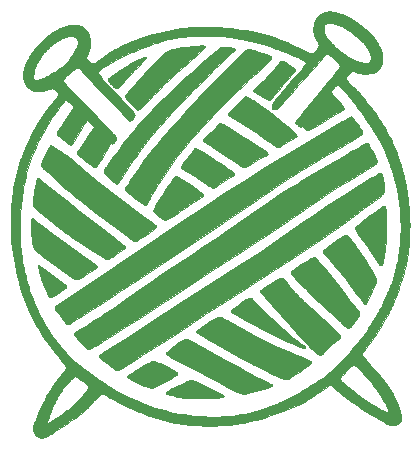
<source format=gbr>
%TF.GenerationSoftware,KiCad,Pcbnew,9.0.6*%
%TF.CreationDate,2025-12-03T22:20:56+01:00*%
%TF.ProjectId,knit_yarn_SAO,6b6e6974-5f79-4617-926e-5f53414f2e6b,rev?*%
%TF.SameCoordinates,Original*%
%TF.FileFunction,Copper,L1,Top*%
%TF.FilePolarity,Positive*%
%FSLAX46Y46*%
G04 Gerber Fmt 4.6, Leading zero omitted, Abs format (unit mm)*
G04 Created by KiCad (PCBNEW 9.0.6) date 2025-12-03 22:20:56*
%MOMM*%
%LPD*%
G01*
G04 APERTURE LIST*
%TA.AperFunction,NonConductor*%
%ADD10C,0.100000*%
%TD*%
%TA.AperFunction,Conductor*%
%ADD11C,0.100000*%
%TD*%
G04 APERTURE END LIST*
D10*
X108817996Y-92306299D02*
X108835562Y-92308987D01*
X108852373Y-92313242D01*
X108868780Y-92318858D01*
X108885135Y-92325725D01*
X108901795Y-92334117D01*
X108919120Y-92344405D01*
X108937468Y-92356960D01*
X108957199Y-92372153D01*
X108978671Y-92390354D01*
X109002244Y-92411933D01*
X109028276Y-92437263D01*
X109057127Y-92466714D01*
X109089156Y-92500656D01*
X109124722Y-92539461D01*
X109164184Y-92583499D01*
X109207901Y-92633141D01*
X109256232Y-92688759D01*
X109368173Y-92819401D01*
X109653571Y-93157915D01*
X109995125Y-93568908D01*
X110357941Y-94011471D01*
X110707120Y-94444697D01*
X111014817Y-94835383D01*
X111281386Y-95181181D01*
X111720783Y-95759596D01*
X111906942Y-96001794D01*
X112072699Y-96213600D01*
X112216551Y-96393406D01*
X112336995Y-96539603D01*
X112388081Y-96599814D01*
X112433422Y-96652334D01*
X112508801Y-96738757D01*
X112539807Y-96774889D01*
X112567001Y-96807785D01*
X112590866Y-96838561D01*
X112611886Y-96868330D01*
X112621456Y-96883178D01*
X112630354Y-96898146D01*
X112638496Y-96913328D01*
X112645801Y-96928820D01*
X112652186Y-96944714D01*
X112657570Y-96961105D01*
X112661870Y-96978086D01*
X112663588Y-96986828D01*
X112665004Y-96995752D01*
X112666108Y-97004871D01*
X112666890Y-97014196D01*
X112667339Y-97023740D01*
X112667445Y-97033514D01*
X112667198Y-97043529D01*
X112666588Y-97053797D01*
X112665604Y-97064331D01*
X112664236Y-97075141D01*
X112662474Y-97086240D01*
X112660307Y-97097640D01*
X112657726Y-97109351D01*
X112654719Y-97121387D01*
X112651277Y-97133758D01*
X112647389Y-97146477D01*
X112643046Y-97159554D01*
X112638236Y-97173003D01*
X112627206Y-97201025D01*
X112614375Y-97230472D01*
X112599845Y-97261238D01*
X112583722Y-97293216D01*
X112566109Y-97326302D01*
X112547110Y-97360389D01*
X112505371Y-97431145D01*
X112459338Y-97504639D01*
X112409840Y-97580025D01*
X112357712Y-97656458D01*
X112303785Y-97733094D01*
X112248838Y-97809036D01*
X112193434Y-97883193D01*
X112138085Y-97954423D01*
X112083300Y-98021586D01*
X112029588Y-98083541D01*
X112003294Y-98112209D01*
X111977460Y-98139147D01*
X111952149Y-98164213D01*
X111927425Y-98187264D01*
X111903353Y-98208157D01*
X111879995Y-98226750D01*
X111857372Y-98242916D01*
X111846294Y-98250070D01*
X111835338Y-98256597D01*
X111824481Y-98262491D01*
X111813699Y-98267747D01*
X111802968Y-98272360D01*
X111792265Y-98276323D01*
X111781565Y-98279633D01*
X111770844Y-98282283D01*
X111760079Y-98284267D01*
X111749246Y-98285581D01*
X111738320Y-98286218D01*
X111727278Y-98286174D01*
X111716096Y-98285443D01*
X111704750Y-98284020D01*
X111693216Y-98281898D01*
X111681471Y-98279073D01*
X111669489Y-98275539D01*
X111657248Y-98271291D01*
X111644724Y-98266322D01*
X111631891Y-98260629D01*
X111618728Y-98254205D01*
X111605209Y-98247045D01*
X111591311Y-98239143D01*
X111577010Y-98230494D01*
X111547103Y-98210933D01*
X111515296Y-98188318D01*
X111481399Y-98162606D01*
X111445202Y-98133729D01*
X111406427Y-98101528D01*
X111319953Y-98026411D01*
X111219600Y-97935779D01*
X111102993Y-97828153D01*
X110811511Y-97556017D01*
X110426498Y-97198187D01*
X109395510Y-96250526D01*
X108843027Y-95736487D01*
X108580603Y-95487970D01*
X108336177Y-95252190D01*
X108115042Y-95033549D01*
X107917289Y-94832870D01*
X107741711Y-94650070D01*
X107587099Y-94485069D01*
X107335940Y-94208140D01*
X107154148Y-94001435D01*
X107031538Y-93861392D01*
X106988629Y-93811794D01*
X106955854Y-93772786D01*
X106931616Y-93742101D01*
X106922199Y-93729170D01*
X106914318Y-93717469D01*
X106907772Y-93706715D01*
X106902362Y-93696623D01*
X106897888Y-93686911D01*
X106894151Y-93677294D01*
X106890976Y-93667544D01*
X106888301Y-93657662D01*
X106886090Y-93647703D01*
X106884305Y-93637722D01*
X106882910Y-93627775D01*
X106881868Y-93617917D01*
X106881141Y-93608203D01*
X106880693Y-93598689D01*
X106880485Y-93580482D01*
X106880946Y-93563738D01*
X106881781Y-93548900D01*
X106882694Y-93536412D01*
X106883183Y-93531121D01*
X106883539Y-93528634D01*
X106884039Y-93526195D01*
X106884737Y-93523764D01*
X106885176Y-93522538D01*
X106885685Y-93521299D01*
X106886269Y-93520041D01*
X106886936Y-93518758D01*
X106887692Y-93517446D01*
X106888543Y-93516099D01*
X106889497Y-93514713D01*
X106890560Y-93513281D01*
X106893037Y-93510262D01*
X106896030Y-93507000D01*
X106899589Y-93503453D01*
X106903769Y-93499580D01*
X106908622Y-93495339D01*
X106914201Y-93490688D01*
X106920559Y-93485585D01*
X106927748Y-93479990D01*
X106935822Y-93473859D01*
X106944833Y-93467151D01*
X106954834Y-93459825D01*
X106965878Y-93451839D01*
X106978018Y-93443150D01*
X107005798Y-93423501D01*
X107038595Y-93400543D01*
X107076832Y-93373942D01*
X107171319Y-93308478D01*
X107171327Y-93308470D01*
X107749601Y-92911166D01*
X108076053Y-92692057D01*
X108226951Y-92593315D01*
X108361379Y-92507849D01*
X108420671Y-92471387D01*
X108474649Y-92439174D01*
X108523664Y-92411005D01*
X108568066Y-92386673D01*
X108608207Y-92365971D01*
X108644438Y-92348694D01*
X108677107Y-92334635D01*
X108706568Y-92323587D01*
X108733169Y-92315345D01*
X108757262Y-92309701D01*
X108779197Y-92306450D01*
X108799325Y-92305385D01*
X108817996Y-92306299D01*
%TA.AperFunction,NonConductor*%
G36*
X108817996Y-92306299D02*
G01*
X108835562Y-92308987D01*
X108852373Y-92313242D01*
X108868780Y-92318858D01*
X108885135Y-92325725D01*
X108901795Y-92334117D01*
X108919120Y-92344405D01*
X108937468Y-92356960D01*
X108957199Y-92372153D01*
X108978671Y-92390354D01*
X109002244Y-92411933D01*
X109028276Y-92437263D01*
X109057127Y-92466714D01*
X109089156Y-92500656D01*
X109124722Y-92539461D01*
X109164184Y-92583499D01*
X109207901Y-92633141D01*
X109256232Y-92688759D01*
X109368173Y-92819401D01*
X109653571Y-93157915D01*
X109995125Y-93568908D01*
X110357941Y-94011471D01*
X110707120Y-94444697D01*
X111014817Y-94835383D01*
X111281386Y-95181181D01*
X111720783Y-95759596D01*
X111906942Y-96001794D01*
X112072699Y-96213600D01*
X112216551Y-96393406D01*
X112336995Y-96539603D01*
X112388081Y-96599814D01*
X112433422Y-96652334D01*
X112508801Y-96738757D01*
X112539807Y-96774889D01*
X112567001Y-96807785D01*
X112590866Y-96838561D01*
X112611886Y-96868330D01*
X112621456Y-96883178D01*
X112630354Y-96898146D01*
X112638496Y-96913328D01*
X112645801Y-96928820D01*
X112652186Y-96944714D01*
X112657570Y-96961105D01*
X112661870Y-96978086D01*
X112663588Y-96986828D01*
X112665004Y-96995752D01*
X112666108Y-97004871D01*
X112666890Y-97014196D01*
X112667339Y-97023740D01*
X112667445Y-97033514D01*
X112667198Y-97043529D01*
X112666588Y-97053797D01*
X112665604Y-97064331D01*
X112664236Y-97075141D01*
X112662474Y-97086240D01*
X112660307Y-97097640D01*
X112657726Y-97109351D01*
X112654719Y-97121387D01*
X112651277Y-97133758D01*
X112647389Y-97146477D01*
X112643046Y-97159554D01*
X112638236Y-97173003D01*
X112627206Y-97201025D01*
X112614375Y-97230472D01*
X112599845Y-97261238D01*
X112583722Y-97293216D01*
X112566109Y-97326302D01*
X112547110Y-97360389D01*
X112505371Y-97431145D01*
X112459338Y-97504639D01*
X112409840Y-97580025D01*
X112357712Y-97656458D01*
X112303785Y-97733094D01*
X112248838Y-97809036D01*
X112193434Y-97883193D01*
X112138085Y-97954423D01*
X112083300Y-98021586D01*
X112029588Y-98083541D01*
X112003294Y-98112209D01*
X111977460Y-98139147D01*
X111952149Y-98164213D01*
X111927425Y-98187264D01*
X111903353Y-98208157D01*
X111879995Y-98226750D01*
X111857372Y-98242916D01*
X111846294Y-98250070D01*
X111835338Y-98256597D01*
X111824481Y-98262491D01*
X111813699Y-98267747D01*
X111802968Y-98272360D01*
X111792265Y-98276323D01*
X111781565Y-98279633D01*
X111770844Y-98282283D01*
X111760079Y-98284267D01*
X111749246Y-98285581D01*
X111738320Y-98286218D01*
X111727278Y-98286174D01*
X111716096Y-98285443D01*
X111704750Y-98284020D01*
X111693216Y-98281898D01*
X111681471Y-98279073D01*
X111669489Y-98275539D01*
X111657248Y-98271291D01*
X111644724Y-98266322D01*
X111631891Y-98260629D01*
X111618728Y-98254205D01*
X111605209Y-98247045D01*
X111591311Y-98239143D01*
X111577010Y-98230494D01*
X111547103Y-98210933D01*
X111515296Y-98188318D01*
X111481399Y-98162606D01*
X111445202Y-98133729D01*
X111406427Y-98101528D01*
X111319953Y-98026411D01*
X111219600Y-97935779D01*
X111102993Y-97828153D01*
X110811511Y-97556017D01*
X110426498Y-97198187D01*
X109395510Y-96250526D01*
X108843027Y-95736487D01*
X108580603Y-95487970D01*
X108336177Y-95252190D01*
X108115042Y-95033549D01*
X107917289Y-94832870D01*
X107741711Y-94650070D01*
X107587099Y-94485069D01*
X107335940Y-94208140D01*
X107154148Y-94001435D01*
X107031538Y-93861392D01*
X106988629Y-93811794D01*
X106955854Y-93772786D01*
X106931616Y-93742101D01*
X106922199Y-93729170D01*
X106914318Y-93717469D01*
X106907772Y-93706715D01*
X106902362Y-93696623D01*
X106897888Y-93686911D01*
X106894151Y-93677294D01*
X106890976Y-93667544D01*
X106888301Y-93657662D01*
X106886090Y-93647703D01*
X106884305Y-93637722D01*
X106882910Y-93627775D01*
X106881868Y-93617917D01*
X106881141Y-93608203D01*
X106880693Y-93598689D01*
X106880485Y-93580482D01*
X106880946Y-93563738D01*
X106881781Y-93548900D01*
X106882694Y-93536412D01*
X106883183Y-93531121D01*
X106883539Y-93528634D01*
X106884039Y-93526195D01*
X106884737Y-93523764D01*
X106885176Y-93522538D01*
X106885685Y-93521299D01*
X106886269Y-93520041D01*
X106886936Y-93518758D01*
X106887692Y-93517446D01*
X106888543Y-93516099D01*
X106889497Y-93514713D01*
X106890560Y-93513281D01*
X106893037Y-93510262D01*
X106896030Y-93507000D01*
X106899589Y-93503453D01*
X106903769Y-93499580D01*
X106908622Y-93495339D01*
X106914201Y-93490688D01*
X106920559Y-93485585D01*
X106927748Y-93479990D01*
X106935822Y-93473859D01*
X106944833Y-93467151D01*
X106954834Y-93459825D01*
X106965878Y-93451839D01*
X106978018Y-93443150D01*
X107005798Y-93423501D01*
X107038595Y-93400543D01*
X107076832Y-93373942D01*
X107171319Y-93308478D01*
X107171327Y-93308470D01*
X107749601Y-92911166D01*
X108076053Y-92692057D01*
X108226951Y-92593315D01*
X108361379Y-92507849D01*
X108420671Y-92471387D01*
X108474649Y-92439174D01*
X108523664Y-92411005D01*
X108568066Y-92386673D01*
X108608207Y-92365971D01*
X108644438Y-92348694D01*
X108677107Y-92334635D01*
X108706568Y-92323587D01*
X108733169Y-92315345D01*
X108757262Y-92309701D01*
X108779197Y-92306450D01*
X108799325Y-92305385D01*
X108817996Y-92306299D01*
G37*
%TD.AperFunction*%
D11*
%TO.N,GND*%
X88638212Y-79379938D02*
X88639498Y-79380117D01*
X88640852Y-79380418D01*
X88642277Y-79380845D01*
X88643779Y-79381402D01*
X88645362Y-79382092D01*
X88647030Y-79382918D01*
X88648788Y-79383884D01*
X88650641Y-79384993D01*
X88652593Y-79386250D01*
X88654649Y-79387657D01*
X88659090Y-79390936D01*
X88664001Y-79394860D01*
X88669419Y-79399457D01*
X88675379Y-79404754D01*
X88681918Y-79410779D01*
X88689074Y-79417561D01*
X88696881Y-79425128D01*
X88705378Y-79433507D01*
X88714600Y-79442728D01*
X88735365Y-79463805D01*
X88759470Y-79488583D01*
X88818867Y-79550141D01*
X88818863Y-79550141D01*
X89178227Y-79924109D01*
X89374232Y-80129669D01*
X89535877Y-80301508D01*
X89567020Y-80335375D01*
X89593829Y-80365792D01*
X89605588Y-80379963D01*
X89616239Y-80393579D01*
X89625774Y-80406742D01*
X89634185Y-80419555D01*
X89641463Y-80432119D01*
X89647600Y-80444537D01*
X89652588Y-80456911D01*
X89656419Y-80469345D01*
X89659085Y-80481939D01*
X89660578Y-80494797D01*
X89660889Y-80508021D01*
X89660010Y-80521712D01*
X89657933Y-80535975D01*
X89654650Y-80550910D01*
X89650153Y-80566620D01*
X89644434Y-80583208D01*
X89637483Y-80600776D01*
X89629294Y-80619425D01*
X89619858Y-80639260D01*
X89609166Y-80660381D01*
X89597212Y-80682891D01*
X89583985Y-80706893D01*
X89553685Y-80759781D01*
X89518201Y-80819864D01*
X89477466Y-80887959D01*
X89015308Y-81656650D01*
X88542842Y-82433068D01*
X88460128Y-82564874D01*
X88424793Y-82618592D01*
X88392689Y-82664560D01*
X88363230Y-82703059D01*
X88335827Y-82734369D01*
X88322714Y-82747415D01*
X88309894Y-82758769D01*
X88297295Y-82768465D01*
X88284844Y-82776540D01*
X88272466Y-82783027D01*
X88260089Y-82787962D01*
X88247638Y-82791380D01*
X88235042Y-82793315D01*
X88222225Y-82793804D01*
X88209115Y-82792880D01*
X88195639Y-82790580D01*
X88181723Y-82786937D01*
X88167293Y-82781987D01*
X88152276Y-82775765D01*
X88120189Y-82759646D01*
X88084874Y-82738858D01*
X88045743Y-82713683D01*
X87955223Y-82651524D01*
X87851617Y-82576559D01*
X87739448Y-82492415D01*
X87623240Y-82402714D01*
X87507515Y-82311080D01*
X87396797Y-82221137D01*
X87295608Y-82136509D01*
X87208472Y-82060820D01*
X87171509Y-82027269D01*
X87139285Y-81996162D01*
X87124981Y-81981308D01*
X87111897Y-81966804D01*
X87100047Y-81952562D01*
X87089441Y-81938497D01*
X87080091Y-81924521D01*
X87072011Y-81910546D01*
X87065211Y-81896487D01*
X87059703Y-81882255D01*
X87055500Y-81867764D01*
X87052614Y-81852926D01*
X87051056Y-81837656D01*
X87050838Y-81821865D01*
X87051972Y-81805466D01*
X87054471Y-81788373D01*
X87058347Y-81770499D01*
X87063610Y-81751756D01*
X87070273Y-81732058D01*
X87078349Y-81711317D01*
X87087849Y-81689446D01*
X87098784Y-81666359D01*
X87111168Y-81641968D01*
X87125011Y-81616186D01*
X87140327Y-81588927D01*
X87157126Y-81560103D01*
X87195224Y-81497412D01*
X87239401Y-81427417D01*
X87345265Y-81264982D01*
X87469946Y-81078468D01*
X87752246Y-80664881D01*
X88283987Y-79897193D01*
X88450623Y-79654533D01*
X88548427Y-79509051D01*
X88597911Y-79432508D01*
X88619585Y-79396662D01*
X88623056Y-79390861D01*
X88624712Y-79388323D01*
X88626363Y-79386063D01*
X88628045Y-79384111D01*
X88628910Y-79383259D01*
X88629796Y-79382494D01*
X88630708Y-79381820D01*
X88631652Y-79381240D01*
X88632630Y-79380758D01*
X88633648Y-79380377D01*
X88634711Y-79380101D01*
X88635823Y-79379934D01*
X88636989Y-79379879D01*
X88638212Y-79379938D01*
%TA.AperFunction,Conductor*%
G36*
X88638212Y-79379938D02*
G01*
X88639498Y-79380117D01*
X88640852Y-79380418D01*
X88642277Y-79380845D01*
X88643779Y-79381402D01*
X88645362Y-79382092D01*
X88647030Y-79382918D01*
X88648788Y-79383884D01*
X88650641Y-79384993D01*
X88652593Y-79386250D01*
X88654649Y-79387657D01*
X88659090Y-79390936D01*
X88664001Y-79394860D01*
X88669419Y-79399457D01*
X88675379Y-79404754D01*
X88681918Y-79410779D01*
X88689074Y-79417561D01*
X88696881Y-79425128D01*
X88705378Y-79433507D01*
X88714600Y-79442728D01*
X88735365Y-79463805D01*
X88759470Y-79488583D01*
X88818867Y-79550141D01*
X88818863Y-79550141D01*
X89178227Y-79924109D01*
X89374232Y-80129669D01*
X89535877Y-80301508D01*
X89567020Y-80335375D01*
X89593829Y-80365792D01*
X89605588Y-80379963D01*
X89616239Y-80393579D01*
X89625774Y-80406742D01*
X89634185Y-80419555D01*
X89641463Y-80432119D01*
X89647600Y-80444537D01*
X89652588Y-80456911D01*
X89656419Y-80469345D01*
X89659085Y-80481939D01*
X89660578Y-80494797D01*
X89660889Y-80508021D01*
X89660010Y-80521712D01*
X89657933Y-80535975D01*
X89654650Y-80550910D01*
X89650153Y-80566620D01*
X89644434Y-80583208D01*
X89637483Y-80600776D01*
X89629294Y-80619425D01*
X89619858Y-80639260D01*
X89609166Y-80660381D01*
X89597212Y-80682891D01*
X89583985Y-80706893D01*
X89553685Y-80759781D01*
X89518201Y-80819864D01*
X89477466Y-80887959D01*
X89015308Y-81656650D01*
X88542842Y-82433068D01*
X88460128Y-82564874D01*
X88424793Y-82618592D01*
X88392689Y-82664560D01*
X88363230Y-82703059D01*
X88335827Y-82734369D01*
X88322714Y-82747415D01*
X88309894Y-82758769D01*
X88297295Y-82768465D01*
X88284844Y-82776540D01*
X88272466Y-82783027D01*
X88260089Y-82787962D01*
X88247638Y-82791380D01*
X88235042Y-82793315D01*
X88222225Y-82793804D01*
X88209115Y-82792880D01*
X88195639Y-82790580D01*
X88181723Y-82786937D01*
X88167293Y-82781987D01*
X88152276Y-82775765D01*
X88120189Y-82759646D01*
X88084874Y-82738858D01*
X88045743Y-82713683D01*
X87955223Y-82651524D01*
X87851617Y-82576559D01*
X87739448Y-82492415D01*
X87623240Y-82402714D01*
X87507515Y-82311080D01*
X87396797Y-82221137D01*
X87295608Y-82136509D01*
X87208472Y-82060820D01*
X87171509Y-82027269D01*
X87139285Y-81996162D01*
X87124981Y-81981308D01*
X87111897Y-81966804D01*
X87100047Y-81952562D01*
X87089441Y-81938497D01*
X87080091Y-81924521D01*
X87072011Y-81910546D01*
X87065211Y-81896487D01*
X87059703Y-81882255D01*
X87055500Y-81867764D01*
X87052614Y-81852926D01*
X87051056Y-81837656D01*
X87050838Y-81821865D01*
X87051972Y-81805466D01*
X87054471Y-81788373D01*
X87058347Y-81770499D01*
X87063610Y-81751756D01*
X87070273Y-81732058D01*
X87078349Y-81711317D01*
X87087849Y-81689446D01*
X87098784Y-81666359D01*
X87111168Y-81641968D01*
X87125011Y-81616186D01*
X87140327Y-81588927D01*
X87157126Y-81560103D01*
X87195224Y-81497412D01*
X87239401Y-81427417D01*
X87345265Y-81264982D01*
X87469946Y-81078468D01*
X87752246Y-80664881D01*
X88283987Y-79897193D01*
X88450623Y-79654533D01*
X88548427Y-79509051D01*
X88597911Y-79432508D01*
X88619585Y-79396662D01*
X88623056Y-79390861D01*
X88624712Y-79388323D01*
X88626363Y-79386063D01*
X88628045Y-79384111D01*
X88628910Y-79383259D01*
X88629796Y-79382494D01*
X88630708Y-79381820D01*
X88631652Y-79381240D01*
X88632630Y-79380758D01*
X88633648Y-79380377D01*
X88634711Y-79380101D01*
X88635823Y-79379934D01*
X88636989Y-79379879D01*
X88638212Y-79379938D01*
G37*
%TD.AperFunction*%
D10*
X98798593Y-83075319D02*
X98817724Y-83078485D01*
X98840649Y-83084231D01*
X98868002Y-83093018D01*
X98900415Y-83105311D01*
X98938524Y-83121570D01*
X98982960Y-83142260D01*
X99034358Y-83167842D01*
X99093352Y-83198780D01*
X99236658Y-83278573D01*
X99417948Y-83385339D01*
X99639625Y-83520976D01*
X99893438Y-83680169D01*
X100453813Y-84040753D01*
X101011759Y-84410145D01*
X101262536Y-84580349D01*
X101479963Y-84731402D01*
X101573088Y-84797732D01*
X101655755Y-84857870D01*
X101728574Y-84912189D01*
X101761481Y-84937284D01*
X101792155Y-84961065D01*
X101820672Y-84983578D01*
X101847108Y-85004872D01*
X101871540Y-85024992D01*
X101894043Y-85043986D01*
X101914695Y-85061900D01*
X101933571Y-85078781D01*
X101950747Y-85094677D01*
X101966301Y-85109633D01*
X101980307Y-85123697D01*
X101992843Y-85136916D01*
X102003984Y-85149337D01*
X102013807Y-85161005D01*
X102022388Y-85171970D01*
X102029804Y-85182276D01*
X102036130Y-85191971D01*
X102041443Y-85201102D01*
X102045819Y-85209716D01*
X102049334Y-85217859D01*
X102052065Y-85225579D01*
X102054088Y-85232922D01*
X102055479Y-85239936D01*
X102056314Y-85246666D01*
X102056670Y-85253160D01*
X102056623Y-85259466D01*
X102055476Y-85271671D01*
X102052804Y-85283537D01*
X102048390Y-85295291D01*
X102042019Y-85307162D01*
X102033474Y-85319380D01*
X102022540Y-85332173D01*
X102009001Y-85345770D01*
X101992640Y-85360401D01*
X101973242Y-85376294D01*
X101950591Y-85393679D01*
X101894666Y-85433837D01*
X101823138Y-85482708D01*
X101734279Y-85542124D01*
X101238317Y-85869425D01*
X100967670Y-86045642D01*
X100730809Y-86197337D01*
X100635381Y-86256958D01*
X100593591Y-86282473D01*
X100555387Y-86305294D01*
X100520495Y-86325547D01*
X100488642Y-86343360D01*
X100459556Y-86358859D01*
X100432964Y-86372172D01*
X100408593Y-86383426D01*
X100386170Y-86392747D01*
X100365422Y-86400263D01*
X100346076Y-86406100D01*
X100327860Y-86410386D01*
X100310500Y-86413247D01*
X100293724Y-86414812D01*
X100277259Y-86415205D01*
X100260789Y-86414484D01*
X100243822Y-86412428D01*
X100225822Y-86408750D01*
X100206255Y-86403159D01*
X100184586Y-86395367D01*
X100160279Y-86385082D01*
X100132800Y-86372017D01*
X100101613Y-86355882D01*
X100025977Y-86313242D01*
X99929089Y-86254846D01*
X99806671Y-86178379D01*
X99654441Y-86081525D01*
X98803736Y-85532005D01*
X97985223Y-84999489D01*
X97985219Y-84999485D01*
X97851001Y-84912030D01*
X97796692Y-84876572D01*
X97750120Y-84846072D01*
X97710685Y-84820113D01*
X97693458Y-84808707D01*
X97677791Y-84798279D01*
X97663610Y-84788779D01*
X97650839Y-84780154D01*
X97639405Y-84772352D01*
X97629232Y-84765321D01*
X97620245Y-84759009D01*
X97612371Y-84753364D01*
X97605533Y-84748333D01*
X97599658Y-84743865D01*
X97594671Y-84739908D01*
X97592487Y-84738105D01*
X97590496Y-84736410D01*
X97588691Y-84734816D01*
X97587060Y-84733318D01*
X97585595Y-84731908D01*
X97584287Y-84730581D01*
X97583126Y-84729329D01*
X97582103Y-84728146D01*
X97581208Y-84727026D01*
X97580432Y-84725962D01*
X97579766Y-84724947D01*
X97579201Y-84723976D01*
X97578727Y-84723041D01*
X97578334Y-84722136D01*
X97578014Y-84721255D01*
X97577757Y-84720391D01*
X97577554Y-84719537D01*
X97577395Y-84718688D01*
X97577173Y-84716975D01*
X97577016Y-84715200D01*
X97575651Y-84697445D01*
X97574998Y-84686712D01*
X97574504Y-84675210D01*
X97574274Y-84663291D01*
X97574413Y-84651305D01*
X97574654Y-84645396D01*
X97575027Y-84639603D01*
X97575545Y-84633969D01*
X97576221Y-84628538D01*
X97578395Y-84617936D01*
X97580325Y-84612132D01*
X97583131Y-84605529D01*
X97592310Y-84588529D01*
X97607810Y-84564144D01*
X97631510Y-84529586D01*
X97665289Y-84482063D01*
X97770601Y-84336965D01*
X98123814Y-83854574D01*
X98482500Y-83369138D01*
X98515594Y-83324933D01*
X98545204Y-83285656D01*
X98571603Y-83250997D01*
X98595065Y-83220645D01*
X98615865Y-83194289D01*
X98634276Y-83171618D01*
X98650574Y-83152320D01*
X98658015Y-83143840D01*
X98665031Y-83136087D01*
X98671655Y-83129021D01*
X98677922Y-83122605D01*
X98683866Y-83116800D01*
X98689522Y-83111566D01*
X98694923Y-83106864D01*
X98700103Y-83102657D01*
X98705098Y-83098904D01*
X98709941Y-83095568D01*
X98714667Y-83092608D01*
X98719309Y-83089988D01*
X98723903Y-83087666D01*
X98728482Y-83085606D01*
X98733081Y-83083767D01*
X98737734Y-83082111D01*
X98747338Y-83079193D01*
X98769179Y-83074874D01*
X98782622Y-83074269D01*
X98798593Y-83075319D01*
%TA.AperFunction,NonConductor*%
G36*
X98798593Y-83075319D02*
G01*
X98817724Y-83078485D01*
X98840649Y-83084231D01*
X98868002Y-83093018D01*
X98900415Y-83105311D01*
X98938524Y-83121570D01*
X98982960Y-83142260D01*
X99034358Y-83167842D01*
X99093352Y-83198780D01*
X99236658Y-83278573D01*
X99417948Y-83385339D01*
X99639625Y-83520976D01*
X99893438Y-83680169D01*
X100453813Y-84040753D01*
X101011759Y-84410145D01*
X101262536Y-84580349D01*
X101479963Y-84731402D01*
X101573088Y-84797732D01*
X101655755Y-84857870D01*
X101728574Y-84912189D01*
X101761481Y-84937284D01*
X101792155Y-84961065D01*
X101820672Y-84983578D01*
X101847108Y-85004872D01*
X101871540Y-85024992D01*
X101894043Y-85043986D01*
X101914695Y-85061900D01*
X101933571Y-85078781D01*
X101950747Y-85094677D01*
X101966301Y-85109633D01*
X101980307Y-85123697D01*
X101992843Y-85136916D01*
X102003984Y-85149337D01*
X102013807Y-85161005D01*
X102022388Y-85171970D01*
X102029804Y-85182276D01*
X102036130Y-85191971D01*
X102041443Y-85201102D01*
X102045819Y-85209716D01*
X102049334Y-85217859D01*
X102052065Y-85225579D01*
X102054088Y-85232922D01*
X102055479Y-85239936D01*
X102056314Y-85246666D01*
X102056670Y-85253160D01*
X102056623Y-85259466D01*
X102055476Y-85271671D01*
X102052804Y-85283537D01*
X102048390Y-85295291D01*
X102042019Y-85307162D01*
X102033474Y-85319380D01*
X102022540Y-85332173D01*
X102009001Y-85345770D01*
X101992640Y-85360401D01*
X101973242Y-85376294D01*
X101950591Y-85393679D01*
X101894666Y-85433837D01*
X101823138Y-85482708D01*
X101734279Y-85542124D01*
X101238317Y-85869425D01*
X100967670Y-86045642D01*
X100730809Y-86197337D01*
X100635381Y-86256958D01*
X100593591Y-86282473D01*
X100555387Y-86305294D01*
X100520495Y-86325547D01*
X100488642Y-86343360D01*
X100459556Y-86358859D01*
X100432964Y-86372172D01*
X100408593Y-86383426D01*
X100386170Y-86392747D01*
X100365422Y-86400263D01*
X100346076Y-86406100D01*
X100327860Y-86410386D01*
X100310500Y-86413247D01*
X100293724Y-86414812D01*
X100277259Y-86415205D01*
X100260789Y-86414484D01*
X100243822Y-86412428D01*
X100225822Y-86408750D01*
X100206255Y-86403159D01*
X100184586Y-86395367D01*
X100160279Y-86385082D01*
X100132800Y-86372017D01*
X100101613Y-86355882D01*
X100025977Y-86313242D01*
X99929089Y-86254846D01*
X99806671Y-86178379D01*
X99654441Y-86081525D01*
X98803736Y-85532005D01*
X97985223Y-84999489D01*
X97985219Y-84999485D01*
X97851001Y-84912030D01*
X97796692Y-84876572D01*
X97750120Y-84846072D01*
X97710685Y-84820113D01*
X97693458Y-84808707D01*
X97677791Y-84798279D01*
X97663610Y-84788779D01*
X97650839Y-84780154D01*
X97639405Y-84772352D01*
X97629232Y-84765321D01*
X97620245Y-84759009D01*
X97612371Y-84753364D01*
X97605533Y-84748333D01*
X97599658Y-84743865D01*
X97594671Y-84739908D01*
X97592487Y-84738105D01*
X97590496Y-84736410D01*
X97588691Y-84734816D01*
X97587060Y-84733318D01*
X97585595Y-84731908D01*
X97584287Y-84730581D01*
X97583126Y-84729329D01*
X97582103Y-84728146D01*
X97581208Y-84727026D01*
X97580432Y-84725962D01*
X97579766Y-84724947D01*
X97579201Y-84723976D01*
X97578727Y-84723041D01*
X97578334Y-84722136D01*
X97578014Y-84721255D01*
X97577757Y-84720391D01*
X97577554Y-84719537D01*
X97577395Y-84718688D01*
X97577173Y-84716975D01*
X97577016Y-84715200D01*
X97575651Y-84697445D01*
X97574998Y-84686712D01*
X97574504Y-84675210D01*
X97574274Y-84663291D01*
X97574413Y-84651305D01*
X97574654Y-84645396D01*
X97575027Y-84639603D01*
X97575545Y-84633969D01*
X97576221Y-84628538D01*
X97578395Y-84617936D01*
X97580325Y-84612132D01*
X97583131Y-84605529D01*
X97592310Y-84588529D01*
X97607810Y-84564144D01*
X97631510Y-84529586D01*
X97665289Y-84482063D01*
X97770601Y-84336965D01*
X98123814Y-83854574D01*
X98482500Y-83369138D01*
X98515594Y-83324933D01*
X98545204Y-83285656D01*
X98571603Y-83250997D01*
X98595065Y-83220645D01*
X98615865Y-83194289D01*
X98634276Y-83171618D01*
X98650574Y-83152320D01*
X98658015Y-83143840D01*
X98665031Y-83136087D01*
X98671655Y-83129021D01*
X98677922Y-83122605D01*
X98683866Y-83116800D01*
X98689522Y-83111566D01*
X98694923Y-83106864D01*
X98700103Y-83102657D01*
X98705098Y-83098904D01*
X98709941Y-83095568D01*
X98714667Y-83092608D01*
X98719309Y-83089988D01*
X98723903Y-83087666D01*
X98728482Y-83085606D01*
X98733081Y-83083767D01*
X98737734Y-83082111D01*
X98747338Y-83079193D01*
X98769179Y-83074874D01*
X98782622Y-83074269D01*
X98798593Y-83075319D01*
G37*
%TD.AperFunction*%
X114749945Y-87976591D02*
X114762609Y-87978098D01*
X114774340Y-87981073D01*
X114785199Y-87985501D01*
X114795246Y-87991366D01*
X114804541Y-87998652D01*
X114813145Y-88007344D01*
X114821118Y-88017426D01*
X114828521Y-88028882D01*
X114835413Y-88041696D01*
X114841856Y-88055853D01*
X114847910Y-88071337D01*
X114853634Y-88088133D01*
X114859091Y-88106223D01*
X114869439Y-88146228D01*
X114888888Y-88241136D01*
X114906699Y-88355277D01*
X114922631Y-88487914D01*
X114936442Y-88638309D01*
X114947891Y-88805724D01*
X114956736Y-88989420D01*
X114962736Y-89188661D01*
X114965650Y-89402708D01*
X114965287Y-89630404D01*
X114961677Y-89868916D01*
X114954899Y-90114998D01*
X114945034Y-90365401D01*
X114932162Y-90616878D01*
X114916364Y-90866181D01*
X114897720Y-91110062D01*
X114876310Y-91345274D01*
X114852291Y-91568925D01*
X114826111Y-91779555D01*
X114798294Y-91976063D01*
X114769362Y-92157350D01*
X114739840Y-92322316D01*
X114710250Y-92469860D01*
X114681117Y-92598881D01*
X114652963Y-92708281D01*
X114646137Y-92732444D01*
X114639403Y-92755341D01*
X114632757Y-92777003D01*
X114626197Y-92797460D01*
X114619720Y-92816741D01*
X114613323Y-92834876D01*
X114607003Y-92851897D01*
X114600759Y-92867832D01*
X114594587Y-92882711D01*
X114588484Y-92896566D01*
X114582448Y-92909425D01*
X114576475Y-92921318D01*
X114570564Y-92932276D01*
X114564712Y-92942329D01*
X114558915Y-92951506D01*
X114553172Y-92959838D01*
X114547478Y-92967354D01*
X114541833Y-92974085D01*
X114536232Y-92980060D01*
X114530673Y-92985311D01*
X114525154Y-92989865D01*
X114519671Y-92993755D01*
X114514223Y-92997009D01*
X114508806Y-92999657D01*
X114503417Y-93001730D01*
X114498054Y-93003258D01*
X114492714Y-93004270D01*
X114487395Y-93004797D01*
X114482093Y-93004868D01*
X114476806Y-93004514D01*
X114471531Y-93003765D01*
X114466266Y-93002650D01*
X114455705Y-92999339D01*
X114444868Y-92994306D01*
X114433450Y-92987173D01*
X114421147Y-92977560D01*
X114407657Y-92965088D01*
X114392676Y-92949377D01*
X114375899Y-92930050D01*
X114357023Y-92906726D01*
X114311760Y-92846571D01*
X114254457Y-92765880D01*
X114182685Y-92661620D01*
X114094015Y-92530756D01*
X113592197Y-91783830D01*
X113308806Y-91365427D01*
X113048286Y-90987931D01*
X112936175Y-90829637D01*
X112837138Y-90692511D01*
X112750183Y-90574203D01*
X112674315Y-90472365D01*
X112551867Y-90308700D01*
X112503300Y-90242175D01*
X112461847Y-90182723D01*
X112443492Y-90154959D01*
X112426629Y-90128331D01*
X112411217Y-90102793D01*
X112397216Y-90078300D01*
X112384584Y-90054807D01*
X112373280Y-90032268D01*
X112363266Y-90010639D01*
X112354499Y-89989874D01*
X112346938Y-89969927D01*
X112340545Y-89950754D01*
X112335277Y-89932309D01*
X112331094Y-89914547D01*
X112327955Y-89897422D01*
X112325820Y-89880889D01*
X112324649Y-89864903D01*
X112324399Y-89849419D01*
X112325136Y-89834330D01*
X112327230Y-89819287D01*
X112331152Y-89803878D01*
X112337375Y-89787693D01*
X112346369Y-89770320D01*
X112358607Y-89751348D01*
X112374559Y-89730366D01*
X112394698Y-89706962D01*
X112419493Y-89680727D01*
X112449418Y-89651249D01*
X112484944Y-89618116D01*
X112526541Y-89580918D01*
X112629838Y-89492681D01*
X112763080Y-89383249D01*
X113118453Y-89100785D01*
X113542657Y-88772903D01*
X113969653Y-88452107D01*
X114163561Y-88310775D01*
X114333402Y-88190904D01*
X114333396Y-88190896D01*
X114406965Y-88140904D01*
X114472937Y-88097792D01*
X114503225Y-88078777D01*
X114531795Y-88061435D01*
X114558707Y-88045751D01*
X114584022Y-88031707D01*
X114607800Y-88019290D01*
X114630101Y-88008483D01*
X114650987Y-87999269D01*
X114670517Y-87991635D01*
X114688751Y-87985563D01*
X114705751Y-87981039D01*
X114721576Y-87978046D01*
X114736287Y-87976568D01*
X114749945Y-87976591D01*
%TA.AperFunction,NonConductor*%
G36*
X114749945Y-87976591D02*
G01*
X114762609Y-87978098D01*
X114774340Y-87981073D01*
X114785199Y-87985501D01*
X114795246Y-87991366D01*
X114804541Y-87998652D01*
X114813145Y-88007344D01*
X114821118Y-88017426D01*
X114828521Y-88028882D01*
X114835413Y-88041696D01*
X114841856Y-88055853D01*
X114847910Y-88071337D01*
X114853634Y-88088133D01*
X114859091Y-88106223D01*
X114869439Y-88146228D01*
X114888888Y-88241136D01*
X114906699Y-88355277D01*
X114922631Y-88487914D01*
X114936442Y-88638309D01*
X114947891Y-88805724D01*
X114956736Y-88989420D01*
X114962736Y-89188661D01*
X114965650Y-89402708D01*
X114965287Y-89630404D01*
X114961677Y-89868916D01*
X114954899Y-90114998D01*
X114945034Y-90365401D01*
X114932162Y-90616878D01*
X114916364Y-90866181D01*
X114897720Y-91110062D01*
X114876310Y-91345274D01*
X114852291Y-91568925D01*
X114826111Y-91779555D01*
X114798294Y-91976063D01*
X114769362Y-92157350D01*
X114739840Y-92322316D01*
X114710250Y-92469860D01*
X114681117Y-92598881D01*
X114652963Y-92708281D01*
X114646137Y-92732444D01*
X114639403Y-92755341D01*
X114632757Y-92777003D01*
X114626197Y-92797460D01*
X114619720Y-92816741D01*
X114613323Y-92834876D01*
X114607003Y-92851897D01*
X114600759Y-92867832D01*
X114594587Y-92882711D01*
X114588484Y-92896566D01*
X114582448Y-92909425D01*
X114576475Y-92921318D01*
X114570564Y-92932276D01*
X114564712Y-92942329D01*
X114558915Y-92951506D01*
X114553172Y-92959838D01*
X114547478Y-92967354D01*
X114541833Y-92974085D01*
X114536232Y-92980060D01*
X114530673Y-92985311D01*
X114525154Y-92989865D01*
X114519671Y-92993755D01*
X114514223Y-92997009D01*
X114508806Y-92999657D01*
X114503417Y-93001730D01*
X114498054Y-93003258D01*
X114492714Y-93004270D01*
X114487395Y-93004797D01*
X114482093Y-93004868D01*
X114476806Y-93004514D01*
X114471531Y-93003765D01*
X114466266Y-93002650D01*
X114455705Y-92999339D01*
X114444868Y-92994306D01*
X114433450Y-92987173D01*
X114421147Y-92977560D01*
X114407657Y-92965088D01*
X114392676Y-92949377D01*
X114375899Y-92930050D01*
X114357023Y-92906726D01*
X114311760Y-92846571D01*
X114254457Y-92765880D01*
X114182685Y-92661620D01*
X114094015Y-92530756D01*
X113592197Y-91783830D01*
X113308806Y-91365427D01*
X113048286Y-90987931D01*
X112936175Y-90829637D01*
X112837138Y-90692511D01*
X112750183Y-90574203D01*
X112674315Y-90472365D01*
X112551867Y-90308700D01*
X112503300Y-90242175D01*
X112461847Y-90182723D01*
X112443492Y-90154959D01*
X112426629Y-90128331D01*
X112411217Y-90102793D01*
X112397216Y-90078300D01*
X112384584Y-90054807D01*
X112373280Y-90032268D01*
X112363266Y-90010639D01*
X112354499Y-89989874D01*
X112346938Y-89969927D01*
X112340545Y-89950754D01*
X112335277Y-89932309D01*
X112331094Y-89914547D01*
X112327955Y-89897422D01*
X112325820Y-89880889D01*
X112324649Y-89864903D01*
X112324399Y-89849419D01*
X112325136Y-89834330D01*
X112327230Y-89819287D01*
X112331152Y-89803878D01*
X112337375Y-89787693D01*
X112346369Y-89770320D01*
X112358607Y-89751348D01*
X112374559Y-89730366D01*
X112394698Y-89706962D01*
X112419493Y-89680727D01*
X112449418Y-89651249D01*
X112484944Y-89618116D01*
X112526541Y-89580918D01*
X112629838Y-89492681D01*
X112763080Y-89383249D01*
X113118453Y-89100785D01*
X113542657Y-88772903D01*
X113969653Y-88452107D01*
X114163561Y-88310775D01*
X114333402Y-88190904D01*
X114333396Y-88190896D01*
X114406965Y-88140904D01*
X114472937Y-88097792D01*
X114503225Y-88078777D01*
X114531795Y-88061435D01*
X114558707Y-88045751D01*
X114584022Y-88031707D01*
X114607800Y-88019290D01*
X114630101Y-88008483D01*
X114650987Y-87999269D01*
X114670517Y-87991635D01*
X114688751Y-87985563D01*
X114705751Y-87981039D01*
X114721576Y-87978046D01*
X114736287Y-87976568D01*
X114749945Y-87976591D01*
G37*
%TD.AperFunction*%
X97168114Y-85437471D02*
X97192547Y-85442819D01*
X97219811Y-85451430D01*
X97250363Y-85463503D01*
X97284661Y-85479241D01*
X97323165Y-85498844D01*
X97366330Y-85522514D01*
X97414617Y-85550453D01*
X97468482Y-85582861D01*
X97594780Y-85661892D01*
X97920301Y-85874021D01*
X98301335Y-86129636D01*
X98682154Y-86391050D01*
X99007032Y-86620574D01*
X99073182Y-86668694D01*
X99132697Y-86712702D01*
X99185919Y-86752833D01*
X99233193Y-86789325D01*
X99274864Y-86822415D01*
X99311274Y-86852338D01*
X99342768Y-86879332D01*
X99369691Y-86903632D01*
X99381545Y-86914847D01*
X99392385Y-86925476D01*
X99402254Y-86935551D01*
X99411195Y-86945101D01*
X99419251Y-86954154D01*
X99426465Y-86962742D01*
X99432880Y-86970893D01*
X99438540Y-86978636D01*
X99443486Y-86986003D01*
X99447762Y-86993021D01*
X99451411Y-86999721D01*
X99454476Y-87006132D01*
X99457000Y-87012284D01*
X99459026Y-87018206D01*
X99460597Y-87023929D01*
X99461756Y-87029480D01*
X99462940Y-87040174D01*
X99462588Y-87050442D01*
X99460638Y-87060421D01*
X99457031Y-87070249D01*
X99451706Y-87080063D01*
X99444602Y-87090002D01*
X99435659Y-87100202D01*
X99424817Y-87110802D01*
X99412016Y-87121939D01*
X99397194Y-87133750D01*
X99380292Y-87146373D01*
X99361249Y-87159946D01*
X99316498Y-87190490D01*
X99262459Y-87226485D01*
X98932305Y-87446683D01*
X98346156Y-87840409D01*
X97936591Y-88115983D01*
X97489556Y-88413673D01*
X97056479Y-88695041D01*
X96861247Y-88817592D01*
X96688792Y-88921649D01*
X96612885Y-88965371D01*
X96543706Y-89003448D01*
X96480681Y-89036062D01*
X96423237Y-89063395D01*
X96396429Y-89075137D01*
X96370800Y-89085626D01*
X96346280Y-89094886D01*
X96322796Y-89102938D01*
X96300277Y-89109806D01*
X96278651Y-89115512D01*
X96257846Y-89120079D01*
X96237791Y-89123529D01*
X96218413Y-89125886D01*
X96199642Y-89127170D01*
X96181405Y-89127407D01*
X96163631Y-89126617D01*
X96146248Y-89124824D01*
X96129184Y-89122050D01*
X96112368Y-89118318D01*
X96095727Y-89113651D01*
X96079191Y-89108071D01*
X96062686Y-89101601D01*
X96046143Y-89094264D01*
X96029488Y-89086082D01*
X95995558Y-89067273D01*
X95960323Y-89045358D01*
X95923356Y-89020547D01*
X95884828Y-88993176D01*
X95845054Y-88963610D01*
X95804353Y-88932215D01*
X95721436Y-88865402D01*
X95638612Y-88795664D01*
X95558419Y-88725925D01*
X95483394Y-88659112D01*
X95358995Y-88545969D01*
X95359000Y-88545969D01*
X95313980Y-88504707D01*
X95295774Y-88487906D01*
X95280177Y-88473363D01*
X95266992Y-88460853D01*
X95261242Y-88455291D01*
X95256022Y-88450153D01*
X95251306Y-88445412D01*
X95247070Y-88441041D01*
X95243291Y-88437010D01*
X95239942Y-88433292D01*
X95237000Y-88429859D01*
X95234440Y-88426684D01*
X95232238Y-88423739D01*
X95230369Y-88420994D01*
X95228808Y-88418424D01*
X95227531Y-88415999D01*
X95226513Y-88413692D01*
X95225730Y-88411475D01*
X95225157Y-88409320D01*
X95224771Y-88407199D01*
X95224545Y-88405084D01*
X95224456Y-88402948D01*
X95224479Y-88400763D01*
X95224590Y-88398499D01*
X95224976Y-88393629D01*
X95226192Y-88381700D01*
X95229112Y-88365208D01*
X95235227Y-88342167D01*
X95246027Y-88310589D01*
X95263000Y-88268488D01*
X95287638Y-88213877D01*
X95321430Y-88144769D01*
X95365866Y-88059178D01*
X95488441Y-87836937D01*
X95646341Y-87562942D01*
X95826363Y-87259310D01*
X96015298Y-86948159D01*
X96201280Y-86649140D01*
X96377812Y-86372030D01*
X96539740Y-86124127D01*
X96681912Y-85912732D01*
X96744183Y-85822782D01*
X96773167Y-85781775D01*
X96800816Y-85743341D01*
X96827203Y-85707423D01*
X96852403Y-85673967D01*
X96876488Y-85642917D01*
X96899533Y-85614218D01*
X96921612Y-85587813D01*
X96942798Y-85563649D01*
X96963165Y-85541669D01*
X96982788Y-85521818D01*
X97001739Y-85504041D01*
X97020094Y-85488283D01*
X97037925Y-85474487D01*
X97055306Y-85462599D01*
X97072375Y-85452606D01*
X97089526Y-85444666D01*
X97107217Y-85438982D01*
X97125907Y-85435753D01*
X97146053Y-85435183D01*
X97168114Y-85437471D01*
%TA.AperFunction,NonConductor*%
G36*
X97168114Y-85437471D02*
G01*
X97192547Y-85442819D01*
X97219811Y-85451430D01*
X97250363Y-85463503D01*
X97284661Y-85479241D01*
X97323165Y-85498844D01*
X97366330Y-85522514D01*
X97414617Y-85550453D01*
X97468482Y-85582861D01*
X97594780Y-85661892D01*
X97920301Y-85874021D01*
X98301335Y-86129636D01*
X98682154Y-86391050D01*
X99007032Y-86620574D01*
X99073182Y-86668694D01*
X99132697Y-86712702D01*
X99185919Y-86752833D01*
X99233193Y-86789325D01*
X99274864Y-86822415D01*
X99311274Y-86852338D01*
X99342768Y-86879332D01*
X99369691Y-86903632D01*
X99381545Y-86914847D01*
X99392385Y-86925476D01*
X99402254Y-86935551D01*
X99411195Y-86945101D01*
X99419251Y-86954154D01*
X99426465Y-86962742D01*
X99432880Y-86970893D01*
X99438540Y-86978636D01*
X99443486Y-86986003D01*
X99447762Y-86993021D01*
X99451411Y-86999721D01*
X99454476Y-87006132D01*
X99457000Y-87012284D01*
X99459026Y-87018206D01*
X99460597Y-87023929D01*
X99461756Y-87029480D01*
X99462940Y-87040174D01*
X99462588Y-87050442D01*
X99460638Y-87060421D01*
X99457031Y-87070249D01*
X99451706Y-87080063D01*
X99444602Y-87090002D01*
X99435659Y-87100202D01*
X99424817Y-87110802D01*
X99412016Y-87121939D01*
X99397194Y-87133750D01*
X99380292Y-87146373D01*
X99361249Y-87159946D01*
X99316498Y-87190490D01*
X99262459Y-87226485D01*
X98932305Y-87446683D01*
X98346156Y-87840409D01*
X97936591Y-88115983D01*
X97489556Y-88413673D01*
X97056479Y-88695041D01*
X96861247Y-88817592D01*
X96688792Y-88921649D01*
X96612885Y-88965371D01*
X96543706Y-89003448D01*
X96480681Y-89036062D01*
X96423237Y-89063395D01*
X96396429Y-89075137D01*
X96370800Y-89085626D01*
X96346280Y-89094886D01*
X96322796Y-89102938D01*
X96300277Y-89109806D01*
X96278651Y-89115512D01*
X96257846Y-89120079D01*
X96237791Y-89123529D01*
X96218413Y-89125886D01*
X96199642Y-89127170D01*
X96181405Y-89127407D01*
X96163631Y-89126617D01*
X96146248Y-89124824D01*
X96129184Y-89122050D01*
X96112368Y-89118318D01*
X96095727Y-89113651D01*
X96079191Y-89108071D01*
X96062686Y-89101601D01*
X96046143Y-89094264D01*
X96029488Y-89086082D01*
X95995558Y-89067273D01*
X95960323Y-89045358D01*
X95923356Y-89020547D01*
X95884828Y-88993176D01*
X95845054Y-88963610D01*
X95804353Y-88932215D01*
X95721436Y-88865402D01*
X95638612Y-88795664D01*
X95558419Y-88725925D01*
X95483394Y-88659112D01*
X95358995Y-88545969D01*
X95359000Y-88545969D01*
X95313980Y-88504707D01*
X95295774Y-88487906D01*
X95280177Y-88473363D01*
X95266992Y-88460853D01*
X95261242Y-88455291D01*
X95256022Y-88450153D01*
X95251306Y-88445412D01*
X95247070Y-88441041D01*
X95243291Y-88437010D01*
X95239942Y-88433292D01*
X95237000Y-88429859D01*
X95234440Y-88426684D01*
X95232238Y-88423739D01*
X95230369Y-88420994D01*
X95228808Y-88418424D01*
X95227531Y-88415999D01*
X95226513Y-88413692D01*
X95225730Y-88411475D01*
X95225157Y-88409320D01*
X95224771Y-88407199D01*
X95224545Y-88405084D01*
X95224456Y-88402948D01*
X95224479Y-88400763D01*
X95224590Y-88398499D01*
X95224976Y-88393629D01*
X95226192Y-88381700D01*
X95229112Y-88365208D01*
X95235227Y-88342167D01*
X95246027Y-88310589D01*
X95263000Y-88268488D01*
X95287638Y-88213877D01*
X95321430Y-88144769D01*
X95365866Y-88059178D01*
X95488441Y-87836937D01*
X95646341Y-87562942D01*
X95826363Y-87259310D01*
X96015298Y-86948159D01*
X96201280Y-86649140D01*
X96377812Y-86372030D01*
X96539740Y-86124127D01*
X96681912Y-85912732D01*
X96744183Y-85822782D01*
X96773167Y-85781775D01*
X96800816Y-85743341D01*
X96827203Y-85707423D01*
X96852403Y-85673967D01*
X96876488Y-85642917D01*
X96899533Y-85614218D01*
X96921612Y-85587813D01*
X96942798Y-85563649D01*
X96963165Y-85541669D01*
X96982788Y-85521818D01*
X97001739Y-85504041D01*
X97020094Y-85488283D01*
X97037925Y-85474487D01*
X97055306Y-85462599D01*
X97072375Y-85452606D01*
X97089526Y-85444666D01*
X97107217Y-85438982D01*
X97125907Y-85435753D01*
X97146053Y-85435183D01*
X97168114Y-85437471D01*
G37*
%TD.AperFunction*%
X113311600Y-82644239D02*
X113325627Y-82646226D01*
X113338867Y-82649542D01*
X113351408Y-82654176D01*
X113363336Y-82660113D01*
X113374739Y-82667340D01*
X113385705Y-82675844D01*
X113396321Y-82685612D01*
X113406675Y-82696630D01*
X113416854Y-82708884D01*
X113426945Y-82722362D01*
X113437036Y-82737050D01*
X113447214Y-82752935D01*
X113468183Y-82788240D01*
X113490550Y-82828171D01*
X113597777Y-83027382D01*
X113721987Y-83264265D01*
X113954980Y-83712544D01*
X114034302Y-83863415D01*
X114063465Y-83919574D01*
X114075738Y-83943806D01*
X114086591Y-83965844D01*
X114096116Y-83985964D01*
X114104403Y-84004444D01*
X114111541Y-84021563D01*
X114117621Y-84037597D01*
X114122733Y-84052825D01*
X114126967Y-84067523D01*
X114130414Y-84081970D01*
X114133163Y-84096444D01*
X114135284Y-84111168D01*
X114136764Y-84126164D01*
X114137570Y-84141396D01*
X114137669Y-84156832D01*
X114137027Y-84172440D01*
X114135612Y-84188184D01*
X114133391Y-84204033D01*
X114130329Y-84219953D01*
X114126394Y-84235911D01*
X114121553Y-84251874D01*
X114115772Y-84267808D01*
X114109018Y-84283681D01*
X114101258Y-84299459D01*
X114092459Y-84315109D01*
X114082588Y-84330597D01*
X114071611Y-84345891D01*
X114045267Y-84376475D01*
X114008464Y-84410152D01*
X113955299Y-84450929D01*
X113879868Y-84502810D01*
X113776267Y-84569801D01*
X113638593Y-84655907D01*
X113237409Y-84901486D01*
X111876974Y-85736698D01*
X110975273Y-86305782D01*
X109973489Y-86957025D01*
X105397518Y-90055729D01*
X104162075Y-90866245D01*
X102908875Y-91674326D01*
X100387431Y-93295357D01*
X95359524Y-96599781D01*
X94081183Y-97427559D01*
X92861771Y-98208256D01*
X91783284Y-98891764D01*
X90927713Y-99427977D01*
X90605923Y-99627125D01*
X90470775Y-99709870D01*
X90351275Y-99782291D01*
X90246288Y-99845060D01*
X90154676Y-99898847D01*
X90075304Y-99944325D01*
X90007034Y-99982165D01*
X89948730Y-100013038D01*
X89899255Y-100037616D01*
X89857473Y-100056571D01*
X89839111Y-100064149D01*
X89822247Y-100070573D01*
X89806737Y-100075927D01*
X89792441Y-100080295D01*
X89779215Y-100083761D01*
X89766917Y-100086408D01*
X89755406Y-100088321D01*
X89744540Y-100089583D01*
X89724173Y-100090493D01*
X89704831Y-100089681D01*
X89686144Y-100087190D01*
X89667894Y-100082933D01*
X89649863Y-100076825D01*
X89631831Y-100068781D01*
X89613581Y-100058716D01*
X89594894Y-100046543D01*
X89575553Y-100032178D01*
X89555338Y-100015535D01*
X89534032Y-99996529D01*
X89511416Y-99975074D01*
X89487272Y-99951086D01*
X89433527Y-99895164D01*
X89371049Y-99828081D01*
X89218991Y-99662533D01*
X89047496Y-99473144D01*
X88879037Y-99283451D01*
X88802969Y-99195845D01*
X88736087Y-99116989D01*
X88706888Y-99081672D01*
X88680553Y-99049106D01*
X88656947Y-99019116D01*
X88635934Y-98991530D01*
X88617379Y-98966174D01*
X88601148Y-98942876D01*
X88587105Y-98921461D01*
X88575114Y-98901758D01*
X88565040Y-98883591D01*
X88556749Y-98866790D01*
X88550104Y-98851179D01*
X88544971Y-98836586D01*
X88541213Y-98822838D01*
X88538697Y-98809761D01*
X88537287Y-98797182D01*
X88536847Y-98784928D01*
X88537296Y-98772835D01*
X88538770Y-98760777D01*
X88541459Y-98748639D01*
X88545553Y-98736305D01*
X88551241Y-98723657D01*
X88558713Y-98710580D01*
X88568160Y-98696957D01*
X88579770Y-98682672D01*
X88593735Y-98667610D01*
X88610243Y-98651652D01*
X88629484Y-98634684D01*
X88651649Y-98616590D01*
X88676927Y-98597251D01*
X88705508Y-98576554D01*
X88737582Y-98554381D01*
X88773339Y-98530615D01*
X88856335Y-98477944D01*
X88954403Y-98418115D01*
X89194083Y-98275699D01*
X89489041Y-98100783D01*
X89835935Y-97890787D01*
X90232233Y-97643208D01*
X90678641Y-97355844D01*
X91176681Y-97026567D01*
X91727874Y-96653250D01*
X92331801Y-96235865D01*
X92980301Y-95782754D01*
X94370679Y-94811098D01*
X95092664Y-94312621D01*
X95820591Y-93815296D01*
X96546109Y-93324684D01*
X97260866Y-92846344D01*
X98643156Y-91932088D01*
X99319443Y-91484394D01*
X99993208Y-91033745D01*
X100672690Y-90572249D01*
X101376972Y-90088096D01*
X102947151Y-89000698D01*
X103848799Y-88378181D01*
X104815406Y-87719589D01*
X105821744Y-87049829D01*
X106331930Y-86718544D01*
X106842588Y-86393808D01*
X107350635Y-86078261D01*
X107853284Y-85772649D01*
X108831544Y-85192300D01*
X110604022Y-84162602D01*
X111356478Y-83719372D01*
X111999419Y-83336503D01*
X112520839Y-83027105D01*
X112732225Y-82904055D01*
X112908727Y-82804290D01*
X112908727Y-82804291D01*
X112908727Y-82804292D01*
X112908727Y-82804293D01*
X112908728Y-82804294D01*
X112908728Y-82804295D01*
X112908728Y-82804296D01*
X112908729Y-82804299D01*
X112908730Y-82804301D01*
X112908730Y-82804303D01*
X112908731Y-82804304D01*
X112908731Y-82804305D01*
X112908731Y-82804306D01*
X112983579Y-82763613D01*
X113050031Y-82729043D01*
X113080327Y-82714022D01*
X113108787Y-82700491D01*
X113135497Y-82688438D01*
X113160545Y-82677849D01*
X113184019Y-82668710D01*
X113206005Y-82661009D01*
X113226593Y-82654732D01*
X113245868Y-82649866D01*
X113263919Y-82646397D01*
X113280833Y-82644312D01*
X113296697Y-82643597D01*
X113311600Y-82644239D01*
%TA.AperFunction,NonConductor*%
G36*
X113311600Y-82644239D02*
G01*
X113325627Y-82646226D01*
X113338867Y-82649542D01*
X113351408Y-82654176D01*
X113363336Y-82660113D01*
X113374739Y-82667340D01*
X113385705Y-82675844D01*
X113396321Y-82685612D01*
X113406675Y-82696630D01*
X113416854Y-82708884D01*
X113426945Y-82722362D01*
X113437036Y-82737050D01*
X113447214Y-82752935D01*
X113468183Y-82788240D01*
X113490550Y-82828171D01*
X113597777Y-83027382D01*
X113721987Y-83264265D01*
X113954980Y-83712544D01*
X114034302Y-83863415D01*
X114063465Y-83919574D01*
X114075738Y-83943806D01*
X114086591Y-83965844D01*
X114096116Y-83985964D01*
X114104403Y-84004444D01*
X114111541Y-84021563D01*
X114117621Y-84037597D01*
X114122733Y-84052825D01*
X114126967Y-84067523D01*
X114130414Y-84081970D01*
X114133163Y-84096444D01*
X114135284Y-84111168D01*
X114136764Y-84126164D01*
X114137570Y-84141396D01*
X114137669Y-84156832D01*
X114137027Y-84172440D01*
X114135612Y-84188184D01*
X114133391Y-84204033D01*
X114130329Y-84219953D01*
X114126394Y-84235911D01*
X114121553Y-84251874D01*
X114115772Y-84267808D01*
X114109018Y-84283681D01*
X114101258Y-84299459D01*
X114092459Y-84315109D01*
X114082588Y-84330597D01*
X114071611Y-84345891D01*
X114045267Y-84376475D01*
X114008464Y-84410152D01*
X113955299Y-84450929D01*
X113879868Y-84502810D01*
X113776267Y-84569801D01*
X113638593Y-84655907D01*
X113237409Y-84901486D01*
X111876974Y-85736698D01*
X110975273Y-86305782D01*
X109973489Y-86957025D01*
X105397518Y-90055729D01*
X104162075Y-90866245D01*
X102908875Y-91674326D01*
X100387431Y-93295357D01*
X95359524Y-96599781D01*
X94081183Y-97427559D01*
X92861771Y-98208256D01*
X91783284Y-98891764D01*
X90927713Y-99427977D01*
X90605923Y-99627125D01*
X90470775Y-99709870D01*
X90351275Y-99782291D01*
X90246288Y-99845060D01*
X90154676Y-99898847D01*
X90075304Y-99944325D01*
X90007034Y-99982165D01*
X89948730Y-100013038D01*
X89899255Y-100037616D01*
X89857473Y-100056571D01*
X89839111Y-100064149D01*
X89822247Y-100070573D01*
X89806737Y-100075927D01*
X89792441Y-100080295D01*
X89779215Y-100083761D01*
X89766917Y-100086408D01*
X89755406Y-100088321D01*
X89744540Y-100089583D01*
X89724173Y-100090493D01*
X89704831Y-100089681D01*
X89686144Y-100087190D01*
X89667894Y-100082933D01*
X89649863Y-100076825D01*
X89631831Y-100068781D01*
X89613581Y-100058716D01*
X89594894Y-100046543D01*
X89575553Y-100032178D01*
X89555338Y-100015535D01*
X89534032Y-99996529D01*
X89511416Y-99975074D01*
X89487272Y-99951086D01*
X89433527Y-99895164D01*
X89371049Y-99828081D01*
X89218991Y-99662533D01*
X89047496Y-99473144D01*
X88879037Y-99283451D01*
X88802969Y-99195845D01*
X88736087Y-99116989D01*
X88706888Y-99081672D01*
X88680553Y-99049106D01*
X88656947Y-99019116D01*
X88635934Y-98991530D01*
X88617379Y-98966174D01*
X88601148Y-98942876D01*
X88587105Y-98921461D01*
X88575114Y-98901758D01*
X88565040Y-98883591D01*
X88556749Y-98866790D01*
X88550104Y-98851179D01*
X88544971Y-98836586D01*
X88541213Y-98822838D01*
X88538697Y-98809761D01*
X88537287Y-98797182D01*
X88536847Y-98784928D01*
X88537296Y-98772835D01*
X88538770Y-98760777D01*
X88541459Y-98748639D01*
X88545553Y-98736305D01*
X88551241Y-98723657D01*
X88558713Y-98710580D01*
X88568160Y-98696957D01*
X88579770Y-98682672D01*
X88593735Y-98667610D01*
X88610243Y-98651652D01*
X88629484Y-98634684D01*
X88651649Y-98616590D01*
X88676927Y-98597251D01*
X88705508Y-98576554D01*
X88737582Y-98554381D01*
X88773339Y-98530615D01*
X88856335Y-98477944D01*
X88954403Y-98418115D01*
X89194083Y-98275699D01*
X89489041Y-98100783D01*
X89835935Y-97890787D01*
X90232233Y-97643208D01*
X90678641Y-97355844D01*
X91176681Y-97026567D01*
X91727874Y-96653250D01*
X92331801Y-96235865D01*
X92980301Y-95782754D01*
X94370679Y-94811098D01*
X95092664Y-94312621D01*
X95820591Y-93815296D01*
X96546109Y-93324684D01*
X97260866Y-92846344D01*
X98643156Y-91932088D01*
X99319443Y-91484394D01*
X99993208Y-91033745D01*
X100672690Y-90572249D01*
X101376972Y-90088096D01*
X102947151Y-89000698D01*
X103848799Y-88378181D01*
X104815406Y-87719589D01*
X105821744Y-87049829D01*
X106331930Y-86718544D01*
X106842588Y-86393808D01*
X107350635Y-86078261D01*
X107853284Y-85772649D01*
X108831544Y-85192300D01*
X110604022Y-84162602D01*
X111356478Y-83719372D01*
X111999419Y-83336503D01*
X112520839Y-83027105D01*
X112732225Y-82904055D01*
X112908727Y-82804290D01*
X112908727Y-82804291D01*
X112908727Y-82804292D01*
X112908727Y-82804293D01*
X112908728Y-82804294D01*
X112908728Y-82804295D01*
X112908728Y-82804296D01*
X112908729Y-82804299D01*
X112908730Y-82804301D01*
X112908730Y-82804303D01*
X112908731Y-82804304D01*
X112908731Y-82804305D01*
X112908731Y-82804306D01*
X112983579Y-82763613D01*
X113050031Y-82729043D01*
X113080327Y-82714022D01*
X113108787Y-82700491D01*
X113135497Y-82688438D01*
X113160545Y-82677849D01*
X113184019Y-82668710D01*
X113206005Y-82661009D01*
X113226593Y-82654732D01*
X113245868Y-82649866D01*
X113263919Y-82646397D01*
X113280833Y-82644312D01*
X113296697Y-82643597D01*
X113311600Y-82644239D01*
G37*
%TD.AperFunction*%
X97997152Y-99203062D02*
X98015139Y-99204895D01*
X98033383Y-99207798D01*
X98052418Y-99211961D01*
X98072823Y-99217651D01*
X98095174Y-99225135D01*
X98120048Y-99234679D01*
X98148023Y-99246550D01*
X98179675Y-99261016D01*
X98215583Y-99278342D01*
X98256322Y-99298795D01*
X98302471Y-99322643D01*
X98413306Y-99381589D01*
X98552704Y-99457314D01*
X98725283Y-99551951D01*
X99715610Y-100098301D01*
X100861421Y-100733984D01*
X101814378Y-101265729D01*
X102629890Y-101716725D01*
X103029539Y-101933382D01*
X103420917Y-102142521D01*
X103791035Y-102337486D01*
X104126903Y-102511622D01*
X104417830Y-102659558D01*
X104662368Y-102781075D01*
X104861377Y-102877251D01*
X105015718Y-102949160D01*
X105127214Y-102999164D01*
X105168613Y-103018219D01*
X105201555Y-103034777D01*
X105215115Y-103042464D01*
X105226874Y-103049940D01*
X105236934Y-103057341D01*
X105245400Y-103064807D01*
X105252377Y-103072474D01*
X105257967Y-103080481D01*
X105262276Y-103088964D01*
X105265407Y-103098061D01*
X105266554Y-103102880D01*
X105267385Y-103107889D01*
X105267849Y-103113089D01*
X105267898Y-103118482D01*
X105267485Y-103124069D01*
X105266559Y-103129853D01*
X105265073Y-103135835D01*
X105262978Y-103142016D01*
X105260225Y-103148399D01*
X105256765Y-103154985D01*
X105252550Y-103161775D01*
X105247532Y-103168772D01*
X105241661Y-103175976D01*
X105234889Y-103183391D01*
X105227167Y-103191017D01*
X105218447Y-103198855D01*
X105208680Y-103206909D01*
X105197817Y-103215179D01*
X105185810Y-103223667D01*
X105172610Y-103232375D01*
X105158169Y-103241305D01*
X105142437Y-103250457D01*
X105125367Y-103259835D01*
X105106909Y-103269439D01*
X105087015Y-103279271D01*
X105065636Y-103289333D01*
X105042724Y-103299626D01*
X105018230Y-103310153D01*
X104992105Y-103320915D01*
X104964300Y-103331913D01*
X104934768Y-103343150D01*
X104903459Y-103354626D01*
X104761140Y-103402732D01*
X104596460Y-103453415D01*
X104416265Y-103505387D01*
X104227399Y-103557358D01*
X103851037Y-103656146D01*
X103522134Y-103739470D01*
X103281692Y-103799460D01*
X103191115Y-103821133D01*
X103115666Y-103837974D01*
X103051867Y-103850520D01*
X102996243Y-103859307D01*
X102945316Y-103864874D01*
X102895610Y-103867756D01*
X102870113Y-103868293D01*
X102843522Y-103867970D01*
X102815307Y-103866466D01*
X102784937Y-103863458D01*
X102751883Y-103858625D01*
X102715615Y-103851644D01*
X102675601Y-103842194D01*
X102631312Y-103829952D01*
X102582218Y-103814595D01*
X102527789Y-103795803D01*
X102467493Y-103773253D01*
X102400802Y-103746622D01*
X102327185Y-103715589D01*
X102246111Y-103679831D01*
X102157051Y-103639027D01*
X102059474Y-103592854D01*
X101838326Y-103484140D01*
X101586804Y-103356259D01*
X101015887Y-103057388D01*
X99765274Y-102387913D01*
X97673808Y-101273463D01*
X97281460Y-101063802D01*
X96948925Y-100883888D01*
X96680174Y-100734684D01*
X96479179Y-100617155D01*
X96439992Y-100592772D01*
X96405407Y-100570060D01*
X96375544Y-100548650D01*
X96362420Y-100538317D01*
X96350521Y-100528173D01*
X96339862Y-100518169D01*
X96330458Y-100508259D01*
X96322323Y-100498399D01*
X96315473Y-100488541D01*
X96309922Y-100478639D01*
X96305686Y-100468648D01*
X96302779Y-100458521D01*
X96301216Y-100448212D01*
X96301012Y-100437674D01*
X96302182Y-100426862D01*
X96304741Y-100415730D01*
X96308704Y-100404231D01*
X96314085Y-100392320D01*
X96320899Y-100379949D01*
X96329162Y-100367074D01*
X96338888Y-100353647D01*
X96350092Y-100339623D01*
X96362790Y-100324956D01*
X96376995Y-100309599D01*
X96392723Y-100293506D01*
X96428807Y-100258928D01*
X96471160Y-100220854D01*
X96574046Y-100133896D01*
X96696784Y-100035448D01*
X96833668Y-99929482D01*
X96978995Y-99819972D01*
X97127060Y-99710892D01*
X97272159Y-99606214D01*
X97408588Y-99509911D01*
X97530641Y-99425957D01*
X97634001Y-99357406D01*
X97678969Y-99328769D01*
X97719898Y-99303634D01*
X97757116Y-99281807D01*
X97790950Y-99263095D01*
X97821727Y-99247307D01*
X97849774Y-99234248D01*
X97875418Y-99223726D01*
X97898987Y-99215548D01*
X97920808Y-99209521D01*
X97941207Y-99205452D01*
X97960513Y-99203148D01*
X97979052Y-99202415D01*
X97997152Y-99203062D01*
%TA.AperFunction,NonConductor*%
G36*
X97997152Y-99203062D02*
G01*
X98015139Y-99204895D01*
X98033383Y-99207798D01*
X98052418Y-99211961D01*
X98072823Y-99217651D01*
X98095174Y-99225135D01*
X98120048Y-99234679D01*
X98148023Y-99246550D01*
X98179675Y-99261016D01*
X98215583Y-99278342D01*
X98256322Y-99298795D01*
X98302471Y-99322643D01*
X98413306Y-99381589D01*
X98552704Y-99457314D01*
X98725283Y-99551951D01*
X99715610Y-100098301D01*
X100861421Y-100733984D01*
X101814378Y-101265729D01*
X102629890Y-101716725D01*
X103029539Y-101933382D01*
X103420917Y-102142521D01*
X103791035Y-102337486D01*
X104126903Y-102511622D01*
X104417830Y-102659558D01*
X104662368Y-102781075D01*
X104861377Y-102877251D01*
X105015718Y-102949160D01*
X105127214Y-102999164D01*
X105168613Y-103018219D01*
X105201555Y-103034777D01*
X105215115Y-103042464D01*
X105226874Y-103049940D01*
X105236934Y-103057341D01*
X105245400Y-103064807D01*
X105252377Y-103072474D01*
X105257967Y-103080481D01*
X105262276Y-103088964D01*
X105265407Y-103098061D01*
X105266554Y-103102880D01*
X105267385Y-103107889D01*
X105267849Y-103113089D01*
X105267898Y-103118482D01*
X105267485Y-103124069D01*
X105266559Y-103129853D01*
X105265073Y-103135835D01*
X105262978Y-103142016D01*
X105260225Y-103148399D01*
X105256765Y-103154985D01*
X105252550Y-103161775D01*
X105247532Y-103168772D01*
X105241661Y-103175976D01*
X105234889Y-103183391D01*
X105227167Y-103191017D01*
X105218447Y-103198855D01*
X105208680Y-103206909D01*
X105197817Y-103215179D01*
X105185810Y-103223667D01*
X105172610Y-103232375D01*
X105158169Y-103241305D01*
X105142437Y-103250457D01*
X105125367Y-103259835D01*
X105106909Y-103269439D01*
X105087015Y-103279271D01*
X105065636Y-103289333D01*
X105042724Y-103299626D01*
X105018230Y-103310153D01*
X104992105Y-103320915D01*
X104964300Y-103331913D01*
X104934768Y-103343150D01*
X104903459Y-103354626D01*
X104761140Y-103402732D01*
X104596460Y-103453415D01*
X104416265Y-103505387D01*
X104227399Y-103557358D01*
X103851037Y-103656146D01*
X103522134Y-103739470D01*
X103281692Y-103799460D01*
X103191115Y-103821133D01*
X103115666Y-103837974D01*
X103051867Y-103850520D01*
X102996243Y-103859307D01*
X102945316Y-103864874D01*
X102895610Y-103867756D01*
X102870113Y-103868293D01*
X102843522Y-103867970D01*
X102815307Y-103866466D01*
X102784937Y-103863458D01*
X102751883Y-103858625D01*
X102715615Y-103851644D01*
X102675601Y-103842194D01*
X102631312Y-103829952D01*
X102582218Y-103814595D01*
X102527789Y-103795803D01*
X102467493Y-103773253D01*
X102400802Y-103746622D01*
X102327185Y-103715589D01*
X102246111Y-103679831D01*
X102157051Y-103639027D01*
X102059474Y-103592854D01*
X101838326Y-103484140D01*
X101586804Y-103356259D01*
X101015887Y-103057388D01*
X99765274Y-102387913D01*
X97673808Y-101273463D01*
X97281460Y-101063802D01*
X96948925Y-100883888D01*
X96680174Y-100734684D01*
X96479179Y-100617155D01*
X96439992Y-100592772D01*
X96405407Y-100570060D01*
X96375544Y-100548650D01*
X96362420Y-100538317D01*
X96350521Y-100528173D01*
X96339862Y-100518169D01*
X96330458Y-100508259D01*
X96322323Y-100498399D01*
X96315473Y-100488541D01*
X96309922Y-100478639D01*
X96305686Y-100468648D01*
X96302779Y-100458521D01*
X96301216Y-100448212D01*
X96301012Y-100437674D01*
X96302182Y-100426862D01*
X96304741Y-100415730D01*
X96308704Y-100404231D01*
X96314085Y-100392320D01*
X96320899Y-100379949D01*
X96329162Y-100367074D01*
X96338888Y-100353647D01*
X96350092Y-100339623D01*
X96362790Y-100324956D01*
X96376995Y-100309599D01*
X96392723Y-100293506D01*
X96428807Y-100258928D01*
X96471160Y-100220854D01*
X96574046Y-100133896D01*
X96696784Y-100035448D01*
X96833668Y-99929482D01*
X96978995Y-99819972D01*
X97127060Y-99710892D01*
X97272159Y-99606214D01*
X97408588Y-99509911D01*
X97530641Y-99425957D01*
X97634001Y-99357406D01*
X97678969Y-99328769D01*
X97719898Y-99303634D01*
X97757116Y-99281807D01*
X97790950Y-99263095D01*
X97821727Y-99247307D01*
X97849774Y-99234248D01*
X97875418Y-99223726D01*
X97898987Y-99215548D01*
X97920808Y-99209521D01*
X97941207Y-99205452D01*
X97960513Y-99203148D01*
X97979052Y-99202415D01*
X97997152Y-99203062D01*
G37*
%TD.AperFunction*%
D11*
X110150468Y-78323439D02*
X110161275Y-78324124D01*
X110171961Y-78325486D01*
X110182779Y-78327772D01*
X110193984Y-78331231D01*
X110205830Y-78336109D01*
X110218570Y-78342654D01*
X110232460Y-78351114D01*
X110247754Y-78361735D01*
X110264705Y-78374766D01*
X110283568Y-78390454D01*
X110304597Y-78409046D01*
X110328047Y-78430790D01*
X110354170Y-78455933D01*
X110383222Y-78484722D01*
X110451129Y-78554231D01*
X110532796Y-78640289D01*
X110625234Y-78739844D01*
X110724450Y-78848834D01*
X110826452Y-78963200D01*
X110927246Y-79078881D01*
X111022839Y-79191818D01*
X111109238Y-79297951D01*
X111182451Y-79393218D01*
X111198242Y-79414876D01*
X111212991Y-79435625D01*
X111226731Y-79455488D01*
X111239493Y-79474489D01*
X111251309Y-79492651D01*
X111262212Y-79509999D01*
X111272233Y-79526555D01*
X111281405Y-79542343D01*
X111289760Y-79557387D01*
X111297330Y-79571711D01*
X111304147Y-79585338D01*
X111310243Y-79598291D01*
X111315650Y-79610595D01*
X111320401Y-79622273D01*
X111324527Y-79633348D01*
X111328060Y-79643844D01*
X111331033Y-79653785D01*
X111333478Y-79663194D01*
X111335426Y-79672094D01*
X111336911Y-79680511D01*
X111337963Y-79688466D01*
X111338616Y-79695984D01*
X111338901Y-79703088D01*
X111338850Y-79709802D01*
X111338495Y-79716149D01*
X111337869Y-79722153D01*
X111337004Y-79727838D01*
X111335931Y-79733227D01*
X111333292Y-79743212D01*
X111330209Y-79752297D01*
X111326883Y-79760656D01*
X111323304Y-79768405D01*
X111319405Y-79775643D01*
X111315122Y-79782473D01*
X111310390Y-79788993D01*
X111305142Y-79795305D01*
X111299313Y-79801510D01*
X111292839Y-79807708D01*
X111285653Y-79814000D01*
X111277691Y-79820487D01*
X111268886Y-79827268D01*
X111259174Y-79834446D01*
X111236765Y-79850392D01*
X111209941Y-79869130D01*
X111137006Y-79919616D01*
X111016447Y-79999415D01*
X110820399Y-80123456D01*
X110520997Y-80306664D01*
X110106532Y-80554666D01*
X109629896Y-80835899D01*
X109160131Y-81109510D01*
X108766279Y-81334641D01*
X108687480Y-81378703D01*
X108617096Y-81417397D01*
X108554478Y-81450935D01*
X108498979Y-81479535D01*
X108473698Y-81492049D01*
X108449954Y-81503409D01*
X108427667Y-81513642D01*
X108406756Y-81522774D01*
X108387139Y-81530832D01*
X108368737Y-81537843D01*
X108351468Y-81543834D01*
X108335251Y-81548832D01*
X108320005Y-81552863D01*
X108305650Y-81555955D01*
X108292105Y-81558134D01*
X108279289Y-81559427D01*
X108267121Y-81559861D01*
X108255520Y-81559463D01*
X108244405Y-81558260D01*
X108233696Y-81556278D01*
X108223312Y-81553544D01*
X108213171Y-81550086D01*
X108203194Y-81545929D01*
X108193299Y-81541102D01*
X108183404Y-81535630D01*
X108173431Y-81529541D01*
X108152921Y-81515618D01*
X108131262Y-81499550D01*
X108108510Y-81481571D01*
X108084861Y-81461915D01*
X108060510Y-81440820D01*
X108010482Y-81395249D01*
X107959992Y-81346746D01*
X107910603Y-81297196D01*
X107863878Y-81248484D01*
X107821381Y-81202498D01*
X107784677Y-81161121D01*
X107784686Y-81161121D01*
X107768952Y-81142692D01*
X107754992Y-81125766D01*
X107742743Y-81110223D01*
X107732142Y-81095942D01*
X107727439Y-81089237D01*
X107723125Y-81082802D01*
X107719190Y-81076622D01*
X107715627Y-81070682D01*
X107712429Y-81064967D01*
X107709586Y-81059461D01*
X107707092Y-81054150D01*
X107704937Y-81049019D01*
X107703115Y-81044052D01*
X107701618Y-81039234D01*
X107700436Y-81034551D01*
X107699563Y-81029987D01*
X107698990Y-81025527D01*
X107698710Y-81021155D01*
X107698714Y-81016858D01*
X107698994Y-81012619D01*
X107699543Y-81008424D01*
X107700353Y-81004257D01*
X107701415Y-81000104D01*
X107702721Y-80995949D01*
X107704265Y-80991777D01*
X107706037Y-80987574D01*
X107708030Y-80983323D01*
X107710235Y-80979010D01*
X107721660Y-80960279D01*
X107739682Y-80936012D01*
X107767624Y-80901906D01*
X107808806Y-80853661D01*
X108172391Y-80433235D01*
X108899492Y-79586088D01*
X109294637Y-79131965D01*
X109474296Y-78929350D01*
X109632179Y-78755257D01*
X109700874Y-78681482D01*
X109732623Y-78647953D01*
X109762712Y-78616568D01*
X109791195Y-78587257D01*
X109818126Y-78559951D01*
X109843559Y-78534578D01*
X109867548Y-78511070D01*
X109890146Y-78489355D01*
X109911409Y-78469363D01*
X109931390Y-78451025D01*
X109950142Y-78434269D01*
X109967720Y-78419027D01*
X109984179Y-78405226D01*
X109999571Y-78392798D01*
X110013951Y-78381672D01*
X110027373Y-78371778D01*
X110039892Y-78363046D01*
X110051560Y-78355405D01*
X110062432Y-78348785D01*
X110072562Y-78343116D01*
X110082004Y-78338327D01*
X110090813Y-78334350D01*
X110099041Y-78331113D01*
X110106743Y-78328545D01*
X110113973Y-78326578D01*
X110120786Y-78325140D01*
X110127234Y-78324162D01*
X110133372Y-78323573D01*
X110139255Y-78323303D01*
X110150468Y-78323439D01*
%TA.AperFunction,Conductor*%
G36*
X110150468Y-78323439D02*
G01*
X110161275Y-78324124D01*
X110171961Y-78325486D01*
X110182779Y-78327772D01*
X110193984Y-78331231D01*
X110205830Y-78336109D01*
X110218570Y-78342654D01*
X110232460Y-78351114D01*
X110247754Y-78361735D01*
X110264705Y-78374766D01*
X110283568Y-78390454D01*
X110304597Y-78409046D01*
X110328047Y-78430790D01*
X110354170Y-78455933D01*
X110383222Y-78484722D01*
X110451129Y-78554231D01*
X110532796Y-78640289D01*
X110625234Y-78739844D01*
X110724450Y-78848834D01*
X110826452Y-78963200D01*
X110927246Y-79078881D01*
X111022839Y-79191818D01*
X111109238Y-79297951D01*
X111182451Y-79393218D01*
X111198242Y-79414876D01*
X111212991Y-79435625D01*
X111226731Y-79455488D01*
X111239493Y-79474489D01*
X111251309Y-79492651D01*
X111262212Y-79509999D01*
X111272233Y-79526555D01*
X111281405Y-79542343D01*
X111289760Y-79557387D01*
X111297330Y-79571711D01*
X111304147Y-79585338D01*
X111310243Y-79598291D01*
X111315650Y-79610595D01*
X111320401Y-79622273D01*
X111324527Y-79633348D01*
X111328060Y-79643844D01*
X111331033Y-79653785D01*
X111333478Y-79663194D01*
X111335426Y-79672094D01*
X111336911Y-79680511D01*
X111337963Y-79688466D01*
X111338616Y-79695984D01*
X111338901Y-79703088D01*
X111338850Y-79709802D01*
X111338495Y-79716149D01*
X111337869Y-79722153D01*
X111337004Y-79727838D01*
X111335931Y-79733227D01*
X111333292Y-79743212D01*
X111330209Y-79752297D01*
X111326883Y-79760656D01*
X111323304Y-79768405D01*
X111319405Y-79775643D01*
X111315122Y-79782473D01*
X111310390Y-79788993D01*
X111305142Y-79795305D01*
X111299313Y-79801510D01*
X111292839Y-79807708D01*
X111285653Y-79814000D01*
X111277691Y-79820487D01*
X111268886Y-79827268D01*
X111259174Y-79834446D01*
X111236765Y-79850392D01*
X111209941Y-79869130D01*
X111137006Y-79919616D01*
X111016447Y-79999415D01*
X110820399Y-80123456D01*
X110520997Y-80306664D01*
X110106532Y-80554666D01*
X109629896Y-80835899D01*
X109160131Y-81109510D01*
X108766279Y-81334641D01*
X108687480Y-81378703D01*
X108617096Y-81417397D01*
X108554478Y-81450935D01*
X108498979Y-81479535D01*
X108473698Y-81492049D01*
X108449954Y-81503409D01*
X108427667Y-81513642D01*
X108406756Y-81522774D01*
X108387139Y-81530832D01*
X108368737Y-81537843D01*
X108351468Y-81543834D01*
X108335251Y-81548832D01*
X108320005Y-81552863D01*
X108305650Y-81555955D01*
X108292105Y-81558134D01*
X108279289Y-81559427D01*
X108267121Y-81559861D01*
X108255520Y-81559463D01*
X108244405Y-81558260D01*
X108233696Y-81556278D01*
X108223312Y-81553544D01*
X108213171Y-81550086D01*
X108203194Y-81545929D01*
X108193299Y-81541102D01*
X108183404Y-81535630D01*
X108173431Y-81529541D01*
X108152921Y-81515618D01*
X108131262Y-81499550D01*
X108108510Y-81481571D01*
X108084861Y-81461915D01*
X108060510Y-81440820D01*
X108010482Y-81395249D01*
X107959992Y-81346746D01*
X107910603Y-81297196D01*
X107863878Y-81248484D01*
X107821381Y-81202498D01*
X107784677Y-81161121D01*
X107784686Y-81161121D01*
X107768952Y-81142692D01*
X107754992Y-81125766D01*
X107742743Y-81110223D01*
X107732142Y-81095942D01*
X107727439Y-81089237D01*
X107723125Y-81082802D01*
X107719190Y-81076622D01*
X107715627Y-81070682D01*
X107712429Y-81064967D01*
X107709586Y-81059461D01*
X107707092Y-81054150D01*
X107704937Y-81049019D01*
X107703115Y-81044052D01*
X107701618Y-81039234D01*
X107700436Y-81034551D01*
X107699563Y-81029987D01*
X107698990Y-81025527D01*
X107698710Y-81021155D01*
X107698714Y-81016858D01*
X107698994Y-81012619D01*
X107699543Y-81008424D01*
X107700353Y-81004257D01*
X107701415Y-81000104D01*
X107702721Y-80995949D01*
X107704265Y-80991777D01*
X107706037Y-80987574D01*
X107708030Y-80983323D01*
X107710235Y-80979010D01*
X107721660Y-80960279D01*
X107739682Y-80936012D01*
X107767624Y-80901906D01*
X107808806Y-80853661D01*
X108172391Y-80433235D01*
X108899492Y-79586088D01*
X109294637Y-79131965D01*
X109474296Y-78929350D01*
X109632179Y-78755257D01*
X109700874Y-78681482D01*
X109732623Y-78647953D01*
X109762712Y-78616568D01*
X109791195Y-78587257D01*
X109818126Y-78559951D01*
X109843559Y-78534578D01*
X109867548Y-78511070D01*
X109890146Y-78489355D01*
X109911409Y-78469363D01*
X109931390Y-78451025D01*
X109950142Y-78434269D01*
X109967720Y-78419027D01*
X109984179Y-78405226D01*
X109999571Y-78392798D01*
X110013951Y-78381672D01*
X110027373Y-78371778D01*
X110039892Y-78363046D01*
X110051560Y-78355405D01*
X110062432Y-78348785D01*
X110072562Y-78343116D01*
X110082004Y-78338327D01*
X110090813Y-78334350D01*
X110099041Y-78331113D01*
X110106743Y-78328545D01*
X110113973Y-78326578D01*
X110120786Y-78325140D01*
X110127234Y-78324162D01*
X110133372Y-78323573D01*
X110139255Y-78323303D01*
X110150468Y-78323439D01*
G37*
%TD.AperFunction*%
D10*
X103429127Y-95739849D02*
X103439715Y-95740777D01*
X103450106Y-95742546D01*
X103460363Y-95745156D01*
X103470547Y-95748602D01*
X103480720Y-95752884D01*
X103490943Y-95757997D01*
X103501278Y-95763941D01*
X103522530Y-95778306D01*
X103544970Y-95795961D01*
X103569091Y-95816883D01*
X103569097Y-95816861D01*
X103595326Y-95841029D01*
X103623824Y-95868417D01*
X103688001Y-95932738D01*
X103847711Y-96098765D01*
X104054240Y-96313114D01*
X104176941Y-96437839D01*
X104313600Y-96573960D01*
X104626540Y-96876431D01*
X104972766Y-97203490D01*
X105662855Y-97851061D01*
X106230249Y-98391395D01*
X106356762Y-98510236D01*
X106480282Y-98624193D01*
X106602379Y-98734070D01*
X106724624Y-98840674D01*
X106848056Y-98944537D01*
X106971581Y-99045124D01*
X107093575Y-99141631D01*
X107212414Y-99233253D01*
X107326475Y-99319183D01*
X107434133Y-99398618D01*
X107623746Y-99534777D01*
X107881027Y-99714746D01*
X107923502Y-99746215D01*
X107958930Y-99774610D01*
X107974266Y-99788020D01*
X107988158Y-99801100D01*
X108000710Y-99813996D01*
X108012029Y-99826853D01*
X108022204Y-99839781D01*
X108031254Y-99852749D01*
X108039184Y-99865691D01*
X108045996Y-99878539D01*
X108051695Y-99891225D01*
X108056283Y-99903684D01*
X108059763Y-99915847D01*
X108062139Y-99927648D01*
X108063415Y-99939019D01*
X108063594Y-99949894D01*
X108063272Y-99955124D01*
X108062678Y-99960205D01*
X108061811Y-99965128D01*
X108060672Y-99969885D01*
X108059261Y-99974468D01*
X108057579Y-99978867D01*
X108055625Y-99983076D01*
X108053401Y-99987084D01*
X108050907Y-99990885D01*
X108048144Y-99994469D01*
X108045110Y-99997828D01*
X108041808Y-100000954D01*
X108038229Y-100003836D01*
X108034327Y-100006454D01*
X108030050Y-100008784D01*
X108025343Y-100010805D01*
X108020153Y-100012492D01*
X108014426Y-100013823D01*
X108008108Y-100014776D01*
X108001146Y-100015327D01*
X107993486Y-100015453D01*
X107985075Y-100015132D01*
X107975858Y-100014341D01*
X107965782Y-100013057D01*
X107954793Y-100011257D01*
X107942838Y-100008918D01*
X107929863Y-100006017D01*
X107915814Y-100002532D01*
X107900637Y-99998440D01*
X107884279Y-99993717D01*
X107866687Y-99988341D01*
X107847805Y-99982289D01*
X107805963Y-99968066D01*
X107758321Y-99950864D01*
X107704452Y-99930501D01*
X107643925Y-99906793D01*
X107576311Y-99879559D01*
X107501180Y-99848614D01*
X107127623Y-99688671D01*
X106663764Y-99482236D01*
X106146429Y-99245089D01*
X105612447Y-98993014D01*
X105092333Y-98739203D01*
X104591337Y-98486467D01*
X104108381Y-98235020D01*
X103642387Y-97985073D01*
X103195903Y-97739047D01*
X102785931Y-97508164D01*
X102433084Y-97305848D01*
X102157977Y-97145518D01*
X102055122Y-97084687D01*
X101974037Y-97035775D01*
X101911905Y-96996849D01*
X101865907Y-96965978D01*
X101848077Y-96952958D01*
X101833223Y-96941227D01*
X101820994Y-96930543D01*
X101811036Y-96920664D01*
X101802998Y-96911350D01*
X101796526Y-96902357D01*
X101791270Y-96893446D01*
X101786876Y-96884373D01*
X101783113Y-96874910D01*
X101781533Y-96869976D01*
X101780214Y-96864881D01*
X101779201Y-96859604D01*
X101778537Y-96854124D01*
X101778268Y-96848422D01*
X101778437Y-96842476D01*
X101779090Y-96836268D01*
X101780270Y-96829775D01*
X101782022Y-96822979D01*
X101784390Y-96815858D01*
X101787420Y-96808392D01*
X101791155Y-96800561D01*
X101795640Y-96792344D01*
X101800919Y-96783722D01*
X101807037Y-96774674D01*
X101814038Y-96765179D01*
X101821968Y-96755217D01*
X101830869Y-96744768D01*
X101840787Y-96733812D01*
X101851766Y-96722328D01*
X101863851Y-96710295D01*
X101877086Y-96697694D01*
X101891516Y-96684504D01*
X101907184Y-96670705D01*
X101924136Y-96656276D01*
X101942416Y-96641197D01*
X101962069Y-96625448D01*
X101983138Y-96609008D01*
X102005668Y-96591857D01*
X102029704Y-96573975D01*
X102140333Y-96495490D01*
X102269806Y-96408268D01*
X102412164Y-96315598D01*
X102561448Y-96220767D01*
X102856954Y-96037778D01*
X103108652Y-95885605D01*
X103204823Y-95828721D01*
X103245565Y-95805584D01*
X103282069Y-95785957D01*
X103314828Y-95769820D01*
X103344336Y-95757152D01*
X103371085Y-95747934D01*
X103383579Y-95744612D01*
X103395569Y-95742146D01*
X103407116Y-95740531D01*
X103418281Y-95739766D01*
X103429127Y-95739849D01*
%TA.AperFunction,NonConductor*%
G36*
X103429127Y-95739849D02*
G01*
X103439715Y-95740777D01*
X103450106Y-95742546D01*
X103460363Y-95745156D01*
X103470547Y-95748602D01*
X103480720Y-95752884D01*
X103490943Y-95757997D01*
X103501278Y-95763941D01*
X103522530Y-95778306D01*
X103544970Y-95795961D01*
X103569091Y-95816883D01*
X103569097Y-95816861D01*
X103595326Y-95841029D01*
X103623824Y-95868417D01*
X103688001Y-95932738D01*
X103847711Y-96098765D01*
X104054240Y-96313114D01*
X104176941Y-96437839D01*
X104313600Y-96573960D01*
X104626540Y-96876431D01*
X104972766Y-97203490D01*
X105662855Y-97851061D01*
X106230249Y-98391395D01*
X106356762Y-98510236D01*
X106480282Y-98624193D01*
X106602379Y-98734070D01*
X106724624Y-98840674D01*
X106848056Y-98944537D01*
X106971581Y-99045124D01*
X107093575Y-99141631D01*
X107212414Y-99233253D01*
X107326475Y-99319183D01*
X107434133Y-99398618D01*
X107623746Y-99534777D01*
X107881027Y-99714746D01*
X107923502Y-99746215D01*
X107958930Y-99774610D01*
X107974266Y-99788020D01*
X107988158Y-99801100D01*
X108000710Y-99813996D01*
X108012029Y-99826853D01*
X108022204Y-99839781D01*
X108031254Y-99852749D01*
X108039184Y-99865691D01*
X108045996Y-99878539D01*
X108051695Y-99891225D01*
X108056283Y-99903684D01*
X108059763Y-99915847D01*
X108062139Y-99927648D01*
X108063415Y-99939019D01*
X108063594Y-99949894D01*
X108063272Y-99955124D01*
X108062678Y-99960205D01*
X108061811Y-99965128D01*
X108060672Y-99969885D01*
X108059261Y-99974468D01*
X108057579Y-99978867D01*
X108055625Y-99983076D01*
X108053401Y-99987084D01*
X108050907Y-99990885D01*
X108048144Y-99994469D01*
X108045110Y-99997828D01*
X108041808Y-100000954D01*
X108038229Y-100003836D01*
X108034327Y-100006454D01*
X108030050Y-100008784D01*
X108025343Y-100010805D01*
X108020153Y-100012492D01*
X108014426Y-100013823D01*
X108008108Y-100014776D01*
X108001146Y-100015327D01*
X107993486Y-100015453D01*
X107985075Y-100015132D01*
X107975858Y-100014341D01*
X107965782Y-100013057D01*
X107954793Y-100011257D01*
X107942838Y-100008918D01*
X107929863Y-100006017D01*
X107915814Y-100002532D01*
X107900637Y-99998440D01*
X107884279Y-99993717D01*
X107866687Y-99988341D01*
X107847805Y-99982289D01*
X107805963Y-99968066D01*
X107758321Y-99950864D01*
X107704452Y-99930501D01*
X107643925Y-99906793D01*
X107576311Y-99879559D01*
X107501180Y-99848614D01*
X107127623Y-99688671D01*
X106663764Y-99482236D01*
X106146429Y-99245089D01*
X105612447Y-98993014D01*
X105092333Y-98739203D01*
X104591337Y-98486467D01*
X104108381Y-98235020D01*
X103642387Y-97985073D01*
X103195903Y-97739047D01*
X102785931Y-97508164D01*
X102433084Y-97305848D01*
X102157977Y-97145518D01*
X102055122Y-97084687D01*
X101974037Y-97035775D01*
X101911905Y-96996849D01*
X101865907Y-96965978D01*
X101848077Y-96952958D01*
X101833223Y-96941227D01*
X101820994Y-96930543D01*
X101811036Y-96920664D01*
X101802998Y-96911350D01*
X101796526Y-96902357D01*
X101791270Y-96893446D01*
X101786876Y-96884373D01*
X101783113Y-96874910D01*
X101781533Y-96869976D01*
X101780214Y-96864881D01*
X101779201Y-96859604D01*
X101778537Y-96854124D01*
X101778268Y-96848422D01*
X101778437Y-96842476D01*
X101779090Y-96836268D01*
X101780270Y-96829775D01*
X101782022Y-96822979D01*
X101784390Y-96815858D01*
X101787420Y-96808392D01*
X101791155Y-96800561D01*
X101795640Y-96792344D01*
X101800919Y-96783722D01*
X101807037Y-96774674D01*
X101814038Y-96765179D01*
X101821968Y-96755217D01*
X101830869Y-96744768D01*
X101840787Y-96733812D01*
X101851766Y-96722328D01*
X101863851Y-96710295D01*
X101877086Y-96697694D01*
X101891516Y-96684504D01*
X101907184Y-96670705D01*
X101924136Y-96656276D01*
X101942416Y-96641197D01*
X101962069Y-96625448D01*
X101983138Y-96609008D01*
X102005668Y-96591857D01*
X102029704Y-96573975D01*
X102140333Y-96495490D01*
X102269806Y-96408268D01*
X102412164Y-96315598D01*
X102561448Y-96220767D01*
X102856954Y-96037778D01*
X103108652Y-95885605D01*
X103204823Y-95828721D01*
X103245565Y-95805584D01*
X103282069Y-95785957D01*
X103314828Y-95769820D01*
X103344336Y-95757152D01*
X103371085Y-95747934D01*
X103383579Y-95744612D01*
X103395569Y-95742146D01*
X103407116Y-95740531D01*
X103418281Y-95739766D01*
X103429127Y-95739849D01*
G37*
%TD.AperFunction*%
X103932758Y-78398464D02*
X103932759Y-78398465D01*
X103932760Y-78398466D01*
X103932761Y-78398467D01*
X103932762Y-78398467D01*
X103932762Y-78398468D01*
X103932763Y-78398468D01*
X103932763Y-78398469D01*
X103932764Y-78398469D01*
X103932764Y-78398470D01*
X103932765Y-78398471D01*
X103897359Y-78375908D01*
X103865534Y-78355168D01*
X103837102Y-78336129D01*
X103811873Y-78318670D01*
X103789657Y-78302667D01*
X103770265Y-78287997D01*
X103761569Y-78281124D01*
X103753507Y-78274539D01*
X103746057Y-78268226D01*
X103739194Y-78262170D01*
X103732895Y-78256356D01*
X103727136Y-78250767D01*
X103721893Y-78245390D01*
X103717143Y-78240209D01*
X103712862Y-78235208D01*
X103709026Y-78230371D01*
X103705612Y-78225685D01*
X103702595Y-78221133D01*
X103699953Y-78216700D01*
X103697661Y-78212371D01*
X103695696Y-78208131D01*
X103694034Y-78203964D01*
X103692651Y-78199854D01*
X103691524Y-78195787D01*
X103690629Y-78191748D01*
X103689943Y-78187720D01*
X103689129Y-78179657D01*
X103689043Y-78171563D01*
X103689675Y-78163420D01*
X103691016Y-78155210D01*
X103693055Y-78146917D01*
X103695781Y-78138522D01*
X103699186Y-78130008D01*
X103703258Y-78121357D01*
X103707988Y-78112552D01*
X103713365Y-78103575D01*
X103719380Y-78094409D01*
X103726023Y-78085035D01*
X103733282Y-78075437D01*
X103741149Y-78065596D01*
X103749613Y-78055496D01*
X103758664Y-78045117D01*
X103778551Y-78023431D01*
X103801043Y-78000261D01*
X103826433Y-77975306D01*
X103855019Y-77948263D01*
X103887094Y-77918832D01*
X103922954Y-77886708D01*
X104007211Y-77813179D01*
X104109624Y-77725263D01*
X104229915Y-77620543D01*
X104296513Y-77561125D01*
X104367279Y-77496600D01*
X104442112Y-77426665D01*
X104520912Y-77351018D01*
X104603455Y-77269568D01*
X104689032Y-77183050D01*
X104776810Y-77092412D01*
X104865957Y-76998600D01*
X104955642Y-76902560D01*
X105045031Y-76805237D01*
X105219596Y-76610531D01*
X105303158Y-76515029D01*
X105383404Y-76421971D01*
X105531855Y-76246727D01*
X105765941Y-75964532D01*
X105808563Y-75913090D01*
X105845117Y-75869454D01*
X105876518Y-75832784D01*
X105890570Y-75816800D01*
X105903676Y-75802242D01*
X105915950Y-75789007D01*
X105927506Y-75776989D01*
X105938458Y-75766084D01*
X105948920Y-75756186D01*
X105959006Y-75747190D01*
X105968831Y-75738993D01*
X105978508Y-75731488D01*
X105988151Y-75724571D01*
X105997853Y-75718153D01*
X106007624Y-75712214D01*
X106017455Y-75706746D01*
X106027333Y-75701742D01*
X106037248Y-75697196D01*
X106047189Y-75693100D01*
X106057146Y-75689447D01*
X106067107Y-75686230D01*
X106077061Y-75683441D01*
X106086997Y-75681074D01*
X106096905Y-75679121D01*
X106106774Y-75677575D01*
X106116593Y-75676430D01*
X106126351Y-75675677D01*
X106136036Y-75675310D01*
X106145639Y-75675321D01*
X106155180Y-75675741D01*
X106164814Y-75676640D01*
X106174726Y-75678124D01*
X106185103Y-75680295D01*
X106196131Y-75683258D01*
X106207996Y-75687118D01*
X106220884Y-75691977D01*
X106234982Y-75697941D01*
X106250476Y-75705112D01*
X106267552Y-75713596D01*
X106307195Y-75734915D01*
X106355402Y-75762731D01*
X106413661Y-75797875D01*
X106560248Y-75889988D01*
X106643240Y-75943822D01*
X106728634Y-76000462D01*
X106813384Y-76058122D01*
X106894444Y-76115018D01*
X106968767Y-76169363D01*
X107033306Y-76219373D01*
X107061047Y-76242244D01*
X107085757Y-76263662D01*
X107097030Y-76273849D01*
X107107611Y-76283702D01*
X107117522Y-76293229D01*
X107126785Y-76302441D01*
X107135422Y-76311346D01*
X107143456Y-76319955D01*
X107150907Y-76328276D01*
X107157799Y-76336320D01*
X107164153Y-76344096D01*
X107169991Y-76351614D01*
X107175336Y-76358882D01*
X107180209Y-76365911D01*
X107184632Y-76372710D01*
X107188627Y-76379289D01*
X107192217Y-76385657D01*
X107195423Y-76391824D01*
X107198267Y-76397799D01*
X107200772Y-76403592D01*
X107202960Y-76409213D01*
X107204852Y-76414670D01*
X107207837Y-76425134D01*
X107209904Y-76435060D01*
X107211230Y-76444525D01*
X107211990Y-76453605D01*
X107212299Y-76462406D01*
X107212024Y-76471158D01*
X107210969Y-76480119D01*
X107208938Y-76489549D01*
X107205736Y-76499707D01*
X107201168Y-76510853D01*
X107195037Y-76523245D01*
X107187149Y-76537143D01*
X107177308Y-76552806D01*
X107165318Y-76570493D01*
X107150985Y-76590464D01*
X107134112Y-76612978D01*
X107091967Y-76666671D01*
X107037319Y-76733646D01*
X106888464Y-76910770D01*
X106696067Y-77136105D01*
X106231542Y-77678586D01*
X105748191Y-78247196D01*
X105535241Y-78495932D01*
X105361053Y-78695114D01*
X105325212Y-78734983D01*
X105292499Y-78770769D01*
X105262699Y-78802697D01*
X105235597Y-78830994D01*
X105210978Y-78855884D01*
X105188627Y-78877594D01*
X105168330Y-78896350D01*
X105149871Y-78912377D01*
X105133037Y-78925900D01*
X105125162Y-78931794D01*
X105117613Y-78937146D01*
X105110361Y-78941985D01*
X105103382Y-78946340D01*
X105096648Y-78950238D01*
X105090132Y-78953708D01*
X105083807Y-78956778D01*
X105077646Y-78959476D01*
X105071623Y-78961831D01*
X105065711Y-78963869D01*
X105054111Y-78967114D01*
X105042632Y-78969435D01*
X105031061Y-78971003D01*
X105019185Y-78971778D01*
X105006796Y-78971666D01*
X104993685Y-78970571D01*
X104979640Y-78968399D01*
X104964453Y-78965055D01*
X104947913Y-78960445D01*
X104929811Y-78954473D01*
X104909938Y-78947045D01*
X104888083Y-78938065D01*
X104864037Y-78927440D01*
X104837590Y-78915074D01*
X104776655Y-78884741D01*
X104703599Y-78846308D01*
X104521466Y-78745889D01*
X104313024Y-78626679D01*
X104107159Y-78505322D01*
X104014219Y-78449040D01*
X103932758Y-78398464D01*
%TA.AperFunction,NonConductor*%
G36*
X103932758Y-78398464D02*
G01*
X103932759Y-78398465D01*
X103932760Y-78398466D01*
X103932761Y-78398467D01*
X103932762Y-78398467D01*
X103932762Y-78398468D01*
X103932763Y-78398468D01*
X103932763Y-78398469D01*
X103932764Y-78398469D01*
X103932764Y-78398470D01*
X103932765Y-78398471D01*
X103897359Y-78375908D01*
X103865534Y-78355168D01*
X103837102Y-78336129D01*
X103811873Y-78318670D01*
X103789657Y-78302667D01*
X103770265Y-78287997D01*
X103761569Y-78281124D01*
X103753507Y-78274539D01*
X103746057Y-78268226D01*
X103739194Y-78262170D01*
X103732895Y-78256356D01*
X103727136Y-78250767D01*
X103721893Y-78245390D01*
X103717143Y-78240209D01*
X103712862Y-78235208D01*
X103709026Y-78230371D01*
X103705612Y-78225685D01*
X103702595Y-78221133D01*
X103699953Y-78216700D01*
X103697661Y-78212371D01*
X103695696Y-78208131D01*
X103694034Y-78203964D01*
X103692651Y-78199854D01*
X103691524Y-78195787D01*
X103690629Y-78191748D01*
X103689943Y-78187720D01*
X103689129Y-78179657D01*
X103689043Y-78171563D01*
X103689675Y-78163420D01*
X103691016Y-78155210D01*
X103693055Y-78146917D01*
X103695781Y-78138522D01*
X103699186Y-78130008D01*
X103703258Y-78121357D01*
X103707988Y-78112552D01*
X103713365Y-78103575D01*
X103719380Y-78094409D01*
X103726023Y-78085035D01*
X103733282Y-78075437D01*
X103741149Y-78065596D01*
X103749613Y-78055496D01*
X103758664Y-78045117D01*
X103778551Y-78023431D01*
X103801043Y-78000261D01*
X103826433Y-77975306D01*
X103855019Y-77948263D01*
X103887094Y-77918832D01*
X103922954Y-77886708D01*
X104007211Y-77813179D01*
X104109624Y-77725263D01*
X104229915Y-77620543D01*
X104296513Y-77561125D01*
X104367279Y-77496600D01*
X104442112Y-77426665D01*
X104520912Y-77351018D01*
X104603455Y-77269568D01*
X104689032Y-77183050D01*
X104776810Y-77092412D01*
X104865957Y-76998600D01*
X104955642Y-76902560D01*
X105045031Y-76805237D01*
X105219596Y-76610531D01*
X105303158Y-76515029D01*
X105383404Y-76421971D01*
X105531855Y-76246727D01*
X105765941Y-75964532D01*
X105808563Y-75913090D01*
X105845117Y-75869454D01*
X105876518Y-75832784D01*
X105890570Y-75816800D01*
X105903676Y-75802242D01*
X105915950Y-75789007D01*
X105927506Y-75776989D01*
X105938458Y-75766084D01*
X105948920Y-75756186D01*
X105959006Y-75747190D01*
X105968831Y-75738993D01*
X105978508Y-75731488D01*
X105988151Y-75724571D01*
X105997853Y-75718153D01*
X106007624Y-75712214D01*
X106017455Y-75706746D01*
X106027333Y-75701742D01*
X106037248Y-75697196D01*
X106047189Y-75693100D01*
X106057146Y-75689447D01*
X106067107Y-75686230D01*
X106077061Y-75683441D01*
X106086997Y-75681074D01*
X106096905Y-75679121D01*
X106106774Y-75677575D01*
X106116593Y-75676430D01*
X106126351Y-75675677D01*
X106136036Y-75675310D01*
X106145639Y-75675321D01*
X106155180Y-75675741D01*
X106164814Y-75676640D01*
X106174726Y-75678124D01*
X106185103Y-75680295D01*
X106196131Y-75683258D01*
X106207996Y-75687118D01*
X106220884Y-75691977D01*
X106234982Y-75697941D01*
X106250476Y-75705112D01*
X106267552Y-75713596D01*
X106307195Y-75734915D01*
X106355402Y-75762731D01*
X106413661Y-75797875D01*
X106560248Y-75889988D01*
X106643240Y-75943822D01*
X106728634Y-76000462D01*
X106813384Y-76058122D01*
X106894444Y-76115018D01*
X106968767Y-76169363D01*
X107033306Y-76219373D01*
X107061047Y-76242244D01*
X107085757Y-76263662D01*
X107097030Y-76273849D01*
X107107611Y-76283702D01*
X107117522Y-76293229D01*
X107126785Y-76302441D01*
X107135422Y-76311346D01*
X107143456Y-76319955D01*
X107150907Y-76328276D01*
X107157799Y-76336320D01*
X107164153Y-76344096D01*
X107169991Y-76351614D01*
X107175336Y-76358882D01*
X107180209Y-76365911D01*
X107184632Y-76372710D01*
X107188627Y-76379289D01*
X107192217Y-76385657D01*
X107195423Y-76391824D01*
X107198267Y-76397799D01*
X107200772Y-76403592D01*
X107202960Y-76409213D01*
X107204852Y-76414670D01*
X107207837Y-76425134D01*
X107209904Y-76435060D01*
X107211230Y-76444525D01*
X107211990Y-76453605D01*
X107212299Y-76462406D01*
X107212024Y-76471158D01*
X107210969Y-76480119D01*
X107208938Y-76489549D01*
X107205736Y-76499707D01*
X107201168Y-76510853D01*
X107195037Y-76523245D01*
X107187149Y-76537143D01*
X107177308Y-76552806D01*
X107165318Y-76570493D01*
X107150985Y-76590464D01*
X107134112Y-76612978D01*
X107091967Y-76666671D01*
X107037319Y-76733646D01*
X106888464Y-76910770D01*
X106696067Y-77136105D01*
X106231542Y-77678586D01*
X105748191Y-78247196D01*
X105535241Y-78495932D01*
X105361053Y-78695114D01*
X105325212Y-78734983D01*
X105292499Y-78770769D01*
X105262699Y-78802697D01*
X105235597Y-78830994D01*
X105210978Y-78855884D01*
X105188627Y-78877594D01*
X105168330Y-78896350D01*
X105149871Y-78912377D01*
X105133037Y-78925900D01*
X105125162Y-78931794D01*
X105117613Y-78937146D01*
X105110361Y-78941985D01*
X105103382Y-78946340D01*
X105096648Y-78950238D01*
X105090132Y-78953708D01*
X105083807Y-78956778D01*
X105077646Y-78959476D01*
X105071623Y-78961831D01*
X105065711Y-78963869D01*
X105054111Y-78967114D01*
X105042632Y-78969435D01*
X105031061Y-78971003D01*
X105019185Y-78971778D01*
X105006796Y-78971666D01*
X104993685Y-78970571D01*
X104979640Y-78968399D01*
X104964453Y-78965055D01*
X104947913Y-78960445D01*
X104929811Y-78954473D01*
X104909938Y-78947045D01*
X104888083Y-78938065D01*
X104864037Y-78927440D01*
X104837590Y-78915074D01*
X104776655Y-78884741D01*
X104703599Y-78846308D01*
X104521466Y-78745889D01*
X104313024Y-78626679D01*
X104107159Y-78505322D01*
X104014219Y-78449040D01*
X103932758Y-78398464D01*
G37*
%TD.AperFunction*%
X86548058Y-82839838D02*
X86558075Y-82840976D01*
X86568778Y-82843209D01*
X86580236Y-82846533D01*
X86592522Y-82850946D01*
X86605707Y-82856441D01*
X86635059Y-82870668D01*
X86668861Y-82889181D01*
X86707684Y-82911947D01*
X86802670Y-82970115D01*
X87051242Y-83124510D01*
X87349912Y-83314834D01*
X87510393Y-83420307D01*
X87674231Y-83530966D01*
X87838369Y-83645547D01*
X87999751Y-83762783D01*
X88156442Y-83881952D01*
X88310998Y-84004498D01*
X88467098Y-84132407D01*
X88628424Y-84267668D01*
X89399572Y-84921975D01*
X89905795Y-85340683D01*
X90497705Y-85819091D01*
X91166499Y-86347754D01*
X91903376Y-86917225D01*
X94732467Y-89041911D01*
X94842876Y-89126777D01*
X94940955Y-89203046D01*
X95027474Y-89271248D01*
X95103202Y-89331913D01*
X95168910Y-89385571D01*
X95225368Y-89432753D01*
X95273347Y-89473988D01*
X95313615Y-89509808D01*
X95346944Y-89540742D01*
X95374104Y-89567319D01*
X95395864Y-89590072D01*
X95404961Y-89600179D01*
X95412996Y-89609529D01*
X95426268Y-89626221D01*
X95436452Y-89640677D01*
X95444316Y-89653429D01*
X95450632Y-89665007D01*
X95455980Y-89675903D01*
X95460176Y-89686464D01*
X95462848Y-89696997D01*
X95463625Y-89707813D01*
X95463186Y-89713423D01*
X95462134Y-89719219D01*
X95460421Y-89725240D01*
X95458001Y-89731524D01*
X95450856Y-89745038D01*
X95440324Y-89760068D01*
X95426034Y-89776924D01*
X95407614Y-89795914D01*
X95384690Y-89817348D01*
X95356890Y-89841533D01*
X95323842Y-89868778D01*
X95285173Y-89899393D01*
X95240512Y-89933686D01*
X95189484Y-89971965D01*
X94926745Y-90161850D01*
X94607203Y-90384591D01*
X94281863Y-90604325D01*
X94132956Y-90701858D01*
X94001726Y-90785191D01*
X93944502Y-90820240D01*
X93892717Y-90850716D01*
X93845794Y-90876716D01*
X93803158Y-90898336D01*
X93783268Y-90907534D01*
X93764234Y-90915674D01*
X93745984Y-90922768D01*
X93728446Y-90928828D01*
X93711548Y-90933866D01*
X93695218Y-90937894D01*
X93679385Y-90940925D01*
X93663975Y-90942971D01*
X93648919Y-90944044D01*
X93634142Y-90944155D01*
X93619574Y-90943318D01*
X93605143Y-90941544D01*
X93590776Y-90938846D01*
X93576402Y-90935235D01*
X93561949Y-90930724D01*
X93547344Y-90925326D01*
X93532516Y-90919051D01*
X93517393Y-90911913D01*
X93501903Y-90903923D01*
X93485974Y-90895094D01*
X93452512Y-90874966D01*
X93416430Y-90851628D01*
X93334649Y-90795475D01*
X93238734Y-90726262D01*
X92999082Y-90546241D01*
X92290522Y-90002898D01*
X90115445Y-88352410D01*
X89573550Y-87939909D01*
X89064410Y-87547061D01*
X88585124Y-87167744D01*
X88355767Y-86981246D01*
X88132785Y-86795835D01*
X87916009Y-86611132D01*
X87706038Y-86428309D01*
X87503666Y-86248923D01*
X87309683Y-86074530D01*
X86633477Y-85458028D01*
X86365080Y-85217066D01*
X86145113Y-85020776D01*
X86052988Y-84937369D01*
X85972607Y-84862713D01*
X85903850Y-84796004D01*
X85873793Y-84765378D01*
X85846596Y-84736436D01*
X85822227Y-84709070D01*
X85800593Y-84683144D01*
X85781584Y-84658513D01*
X85765088Y-84635033D01*
X85750996Y-84612559D01*
X85744816Y-84601655D01*
X85739196Y-84590948D01*
X85734121Y-84580421D01*
X85729578Y-84570055D01*
X85725552Y-84559833D01*
X85722030Y-84549736D01*
X85718998Y-84539747D01*
X85716442Y-84529847D01*
X85714348Y-84520018D01*
X85712703Y-84510242D01*
X85711492Y-84500502D01*
X85710702Y-84490779D01*
X85710319Y-84481055D01*
X85710329Y-84471313D01*
X85711472Y-84451698D01*
X85714021Y-84431792D01*
X85717865Y-84411450D01*
X85722893Y-84390527D01*
X85736244Y-84346367D01*
X85754105Y-84298181D01*
X85776691Y-84244840D01*
X85804216Y-84185218D01*
X85836895Y-84118186D01*
X85874943Y-84042618D01*
X85968005Y-83861360D01*
X86413559Y-82992017D01*
X86413561Y-82992021D01*
X86447770Y-82926580D01*
X86462715Y-82900786D01*
X86476982Y-82879567D01*
X86484038Y-82870663D01*
X86491139Y-82862891D01*
X86498355Y-82856247D01*
X86505757Y-82850726D01*
X86513417Y-82846325D01*
X86521406Y-82843040D01*
X86529795Y-82840867D01*
X86538655Y-82839801D01*
X86548058Y-82839838D01*
%TA.AperFunction,NonConductor*%
G36*
X86548058Y-82839838D02*
G01*
X86558075Y-82840976D01*
X86568778Y-82843209D01*
X86580236Y-82846533D01*
X86592522Y-82850946D01*
X86605707Y-82856441D01*
X86635059Y-82870668D01*
X86668861Y-82889181D01*
X86707684Y-82911947D01*
X86802670Y-82970115D01*
X87051242Y-83124510D01*
X87349912Y-83314834D01*
X87510393Y-83420307D01*
X87674231Y-83530966D01*
X87838369Y-83645547D01*
X87999751Y-83762783D01*
X88156442Y-83881952D01*
X88310998Y-84004498D01*
X88467098Y-84132407D01*
X88628424Y-84267668D01*
X89399572Y-84921975D01*
X89905795Y-85340683D01*
X90497705Y-85819091D01*
X91166499Y-86347754D01*
X91903376Y-86917225D01*
X94732467Y-89041911D01*
X94842876Y-89126777D01*
X94940955Y-89203046D01*
X95027474Y-89271248D01*
X95103202Y-89331913D01*
X95168910Y-89385571D01*
X95225368Y-89432753D01*
X95273347Y-89473988D01*
X95313615Y-89509808D01*
X95346944Y-89540742D01*
X95374104Y-89567319D01*
X95395864Y-89590072D01*
X95404961Y-89600179D01*
X95412996Y-89609529D01*
X95426268Y-89626221D01*
X95436452Y-89640677D01*
X95444316Y-89653429D01*
X95450632Y-89665007D01*
X95455980Y-89675903D01*
X95460176Y-89686464D01*
X95462848Y-89696997D01*
X95463625Y-89707813D01*
X95463186Y-89713423D01*
X95462134Y-89719219D01*
X95460421Y-89725240D01*
X95458001Y-89731524D01*
X95450856Y-89745038D01*
X95440324Y-89760068D01*
X95426034Y-89776924D01*
X95407614Y-89795914D01*
X95384690Y-89817348D01*
X95356890Y-89841533D01*
X95323842Y-89868778D01*
X95285173Y-89899393D01*
X95240512Y-89933686D01*
X95189484Y-89971965D01*
X94926745Y-90161850D01*
X94607203Y-90384591D01*
X94281863Y-90604325D01*
X94132956Y-90701858D01*
X94001726Y-90785191D01*
X93944502Y-90820240D01*
X93892717Y-90850716D01*
X93845794Y-90876716D01*
X93803158Y-90898336D01*
X93783268Y-90907534D01*
X93764234Y-90915674D01*
X93745984Y-90922768D01*
X93728446Y-90928828D01*
X93711548Y-90933866D01*
X93695218Y-90937894D01*
X93679385Y-90940925D01*
X93663975Y-90942971D01*
X93648919Y-90944044D01*
X93634142Y-90944155D01*
X93619574Y-90943318D01*
X93605143Y-90941544D01*
X93590776Y-90938846D01*
X93576402Y-90935235D01*
X93561949Y-90930724D01*
X93547344Y-90925326D01*
X93532516Y-90919051D01*
X93517393Y-90911913D01*
X93501903Y-90903923D01*
X93485974Y-90895094D01*
X93452512Y-90874966D01*
X93416430Y-90851628D01*
X93334649Y-90795475D01*
X93238734Y-90726262D01*
X92999082Y-90546241D01*
X92290522Y-90002898D01*
X90115445Y-88352410D01*
X89573550Y-87939909D01*
X89064410Y-87547061D01*
X88585124Y-87167744D01*
X88355767Y-86981246D01*
X88132785Y-86795835D01*
X87916009Y-86611132D01*
X87706038Y-86428309D01*
X87503666Y-86248923D01*
X87309683Y-86074530D01*
X86633477Y-85458028D01*
X86365080Y-85217066D01*
X86145113Y-85020776D01*
X86052988Y-84937369D01*
X85972607Y-84862713D01*
X85903850Y-84796004D01*
X85873793Y-84765378D01*
X85846596Y-84736436D01*
X85822227Y-84709070D01*
X85800593Y-84683144D01*
X85781584Y-84658513D01*
X85765088Y-84635033D01*
X85750996Y-84612559D01*
X85744816Y-84601655D01*
X85739196Y-84590948D01*
X85734121Y-84580421D01*
X85729578Y-84570055D01*
X85725552Y-84559833D01*
X85722030Y-84549736D01*
X85718998Y-84539747D01*
X85716442Y-84529847D01*
X85714348Y-84520018D01*
X85712703Y-84510242D01*
X85711492Y-84500502D01*
X85710702Y-84490779D01*
X85710319Y-84481055D01*
X85710329Y-84471313D01*
X85711472Y-84451698D01*
X85714021Y-84431792D01*
X85717865Y-84411450D01*
X85722893Y-84390527D01*
X85736244Y-84346367D01*
X85754105Y-84298181D01*
X85776691Y-84244840D01*
X85804216Y-84185218D01*
X85836895Y-84118186D01*
X85874943Y-84042618D01*
X85968005Y-83861360D01*
X86413559Y-82992017D01*
X86413561Y-82992021D01*
X86447770Y-82926580D01*
X86462715Y-82900786D01*
X86476982Y-82879567D01*
X86484038Y-82870663D01*
X86491139Y-82862891D01*
X86498355Y-82856247D01*
X86505757Y-82850726D01*
X86513417Y-82846325D01*
X86521406Y-82843040D01*
X86529795Y-82840867D01*
X86538655Y-82839801D01*
X86548058Y-82839838D01*
G37*
%TD.AperFunction*%
X98427194Y-102700043D02*
X98449364Y-102701892D01*
X98472986Y-102705410D01*
X98498587Y-102710787D01*
X98526696Y-102718213D01*
X98557842Y-102727877D01*
X98592554Y-102739968D01*
X98674787Y-102772193D01*
X98777623Y-102816404D01*
X98905291Y-102874117D01*
X99062019Y-102946850D01*
X99462167Y-103136072D01*
X99924915Y-103359330D01*
X100379718Y-103584521D01*
X100582096Y-103687810D01*
X100756033Y-103779543D01*
X100794074Y-103800216D01*
X100829849Y-103819942D01*
X100863423Y-103838747D01*
X100894859Y-103856660D01*
X100924222Y-103873706D01*
X100951574Y-103889912D01*
X100976981Y-103905305D01*
X101000504Y-103919911D01*
X101022209Y-103933757D01*
X101042159Y-103946869D01*
X101060418Y-103959274D01*
X101077049Y-103971000D01*
X101092117Y-103982072D01*
X101105684Y-103992517D01*
X101117815Y-104002361D01*
X101128574Y-104011632D01*
X101138024Y-104020356D01*
X101146229Y-104028560D01*
X101153253Y-104036270D01*
X101159160Y-104043513D01*
X101164013Y-104050315D01*
X101167875Y-104056704D01*
X101170812Y-104062705D01*
X101172887Y-104068346D01*
X101174162Y-104073653D01*
X101174703Y-104078653D01*
X101174573Y-104083372D01*
X101173835Y-104087838D01*
X101172554Y-104092075D01*
X101170792Y-104096113D01*
X101168615Y-104099976D01*
X101166086Y-104103691D01*
X101160121Y-104110758D01*
X101152895Y-104117370D01*
X101144300Y-104123555D01*
X101134229Y-104129343D01*
X101122574Y-104134761D01*
X101109228Y-104139838D01*
X101094083Y-104144604D01*
X101077032Y-104149085D01*
X101057968Y-104153311D01*
X101036783Y-104157311D01*
X100987621Y-104164745D01*
X100928688Y-104171614D01*
X100859123Y-104178147D01*
X100687405Y-104190817D01*
X100479286Y-104203056D01*
X99992070Y-104226254D01*
X99730690Y-104237066D01*
X99462761Y-104246586D01*
X99189463Y-104253958D01*
X98911976Y-104258326D01*
X98630570Y-104258235D01*
X98487398Y-104255366D01*
X98341863Y-104249879D01*
X98193430Y-104241225D01*
X98041559Y-104228852D01*
X97885715Y-104212211D01*
X97725360Y-104190750D01*
X97560630Y-104164245D01*
X97394343Y-104133753D01*
X97229989Y-104100656D01*
X97071057Y-104066337D01*
X96783423Y-103999564D01*
X96559358Y-103944496D01*
X96559357Y-103944495D01*
X96559357Y-103944494D01*
X96559356Y-103944493D01*
X96559355Y-103944492D01*
X96559354Y-103944491D01*
X96559353Y-103944490D01*
X96559352Y-103944489D01*
X96559351Y-103944488D01*
X96559350Y-103944487D01*
X96559349Y-103944486D01*
X96559349Y-103944485D01*
X96559348Y-103944484D01*
X96559347Y-103944483D01*
X96559347Y-103944482D01*
X96559346Y-103944481D01*
X96559346Y-103944480D01*
X96559346Y-103944479D01*
X96478795Y-103924402D01*
X96446153Y-103916196D01*
X96418095Y-103909049D01*
X96394246Y-103902842D01*
X96383781Y-103900053D01*
X96374226Y-103897454D01*
X96365535Y-103895028D01*
X96357659Y-103892763D01*
X96350552Y-103890641D01*
X96344167Y-103888649D01*
X96338456Y-103886770D01*
X96333373Y-103884991D01*
X96328869Y-103883295D01*
X96324899Y-103881668D01*
X96321413Y-103880095D01*
X96318367Y-103878560D01*
X96315711Y-103877048D01*
X96313400Y-103875545D01*
X96312359Y-103874792D01*
X96311386Y-103874035D01*
X96309621Y-103872504D01*
X96308059Y-103870935D01*
X96306652Y-103869314D01*
X96305353Y-103867626D01*
X96304116Y-103865855D01*
X96301634Y-103862007D01*
X96295959Y-103852863D01*
X96289705Y-103841893D01*
X96286584Y-103835791D01*
X96283584Y-103829313D01*
X96280797Y-103822486D01*
X96278309Y-103815337D01*
X96276210Y-103807892D01*
X96274589Y-103800179D01*
X96273536Y-103792224D01*
X96273138Y-103784055D01*
X96273213Y-103779898D01*
X96273485Y-103775698D01*
X96273966Y-103771457D01*
X96274666Y-103767179D01*
X96275597Y-103762868D01*
X96276770Y-103758526D01*
X96278196Y-103754158D01*
X96279886Y-103749766D01*
X96284099Y-103740911D01*
X96289488Y-103731920D01*
X96296129Y-103722738D01*
X96304097Y-103713309D01*
X96313468Y-103703578D01*
X96324318Y-103693490D01*
X96336721Y-103682989D01*
X96350753Y-103672020D01*
X96366490Y-103660527D01*
X96384007Y-103648456D01*
X96424684Y-103622356D01*
X96473387Y-103593276D01*
X96530722Y-103560774D01*
X96671423Y-103485001D01*
X96840259Y-103397845D01*
X97028423Y-103303388D01*
X97227110Y-103205710D01*
X97427696Y-103108747D01*
X97622267Y-103015864D01*
X97962446Y-102855221D01*
X98031955Y-102822598D01*
X98095008Y-102793533D01*
X98152449Y-102768144D01*
X98179330Y-102756867D01*
X98205126Y-102746555D01*
X98229941Y-102737222D01*
X98253882Y-102728884D01*
X98277055Y-102721556D01*
X98299566Y-102715254D01*
X98321519Y-102709991D01*
X98343021Y-102705784D01*
X98364177Y-102702647D01*
X98385094Y-102700596D01*
X98405947Y-102699675D01*
X98427194Y-102700043D01*
%TA.AperFunction,NonConductor*%
G36*
X98427194Y-102700043D02*
G01*
X98449364Y-102701892D01*
X98472986Y-102705410D01*
X98498587Y-102710787D01*
X98526696Y-102718213D01*
X98557842Y-102727877D01*
X98592554Y-102739968D01*
X98674787Y-102772193D01*
X98777623Y-102816404D01*
X98905291Y-102874117D01*
X99062019Y-102946850D01*
X99462167Y-103136072D01*
X99924915Y-103359330D01*
X100379718Y-103584521D01*
X100582096Y-103687810D01*
X100756033Y-103779543D01*
X100794074Y-103800216D01*
X100829849Y-103819942D01*
X100863423Y-103838747D01*
X100894859Y-103856660D01*
X100924222Y-103873706D01*
X100951574Y-103889912D01*
X100976981Y-103905305D01*
X101000504Y-103919911D01*
X101022209Y-103933757D01*
X101042159Y-103946869D01*
X101060418Y-103959274D01*
X101077049Y-103971000D01*
X101092117Y-103982072D01*
X101105684Y-103992517D01*
X101117815Y-104002361D01*
X101128574Y-104011632D01*
X101138024Y-104020356D01*
X101146229Y-104028560D01*
X101153253Y-104036270D01*
X101159160Y-104043513D01*
X101164013Y-104050315D01*
X101167875Y-104056704D01*
X101170812Y-104062705D01*
X101172887Y-104068346D01*
X101174162Y-104073653D01*
X101174703Y-104078653D01*
X101174573Y-104083372D01*
X101173835Y-104087838D01*
X101172554Y-104092075D01*
X101170792Y-104096113D01*
X101168615Y-104099976D01*
X101166086Y-104103691D01*
X101160121Y-104110758D01*
X101152895Y-104117370D01*
X101144300Y-104123555D01*
X101134229Y-104129343D01*
X101122574Y-104134761D01*
X101109228Y-104139838D01*
X101094083Y-104144604D01*
X101077032Y-104149085D01*
X101057968Y-104153311D01*
X101036783Y-104157311D01*
X100987621Y-104164745D01*
X100928688Y-104171614D01*
X100859123Y-104178147D01*
X100687405Y-104190817D01*
X100479286Y-104203056D01*
X99992070Y-104226254D01*
X99730690Y-104237066D01*
X99462761Y-104246586D01*
X99189463Y-104253958D01*
X98911976Y-104258326D01*
X98630570Y-104258235D01*
X98487398Y-104255366D01*
X98341863Y-104249879D01*
X98193430Y-104241225D01*
X98041559Y-104228852D01*
X97885715Y-104212211D01*
X97725360Y-104190750D01*
X97560630Y-104164245D01*
X97394343Y-104133753D01*
X97229989Y-104100656D01*
X97071057Y-104066337D01*
X96783423Y-103999564D01*
X96559358Y-103944496D01*
X96559357Y-103944495D01*
X96559357Y-103944494D01*
X96559356Y-103944493D01*
X96559355Y-103944492D01*
X96559354Y-103944491D01*
X96559353Y-103944490D01*
X96559352Y-103944489D01*
X96559351Y-103944488D01*
X96559350Y-103944487D01*
X96559349Y-103944486D01*
X96559349Y-103944485D01*
X96559348Y-103944484D01*
X96559347Y-103944483D01*
X96559347Y-103944482D01*
X96559346Y-103944481D01*
X96559346Y-103944480D01*
X96559346Y-103944479D01*
X96478795Y-103924402D01*
X96446153Y-103916196D01*
X96418095Y-103909049D01*
X96394246Y-103902842D01*
X96383781Y-103900053D01*
X96374226Y-103897454D01*
X96365535Y-103895028D01*
X96357659Y-103892763D01*
X96350552Y-103890641D01*
X96344167Y-103888649D01*
X96338456Y-103886770D01*
X96333373Y-103884991D01*
X96328869Y-103883295D01*
X96324899Y-103881668D01*
X96321413Y-103880095D01*
X96318367Y-103878560D01*
X96315711Y-103877048D01*
X96313400Y-103875545D01*
X96312359Y-103874792D01*
X96311386Y-103874035D01*
X96309621Y-103872504D01*
X96308059Y-103870935D01*
X96306652Y-103869314D01*
X96305353Y-103867626D01*
X96304116Y-103865855D01*
X96301634Y-103862007D01*
X96295959Y-103852863D01*
X96289705Y-103841893D01*
X96286584Y-103835791D01*
X96283584Y-103829313D01*
X96280797Y-103822486D01*
X96278309Y-103815337D01*
X96276210Y-103807892D01*
X96274589Y-103800179D01*
X96273536Y-103792224D01*
X96273138Y-103784055D01*
X96273213Y-103779898D01*
X96273485Y-103775698D01*
X96273966Y-103771457D01*
X96274666Y-103767179D01*
X96275597Y-103762868D01*
X96276770Y-103758526D01*
X96278196Y-103754158D01*
X96279886Y-103749766D01*
X96284099Y-103740911D01*
X96289488Y-103731920D01*
X96296129Y-103722738D01*
X96304097Y-103713309D01*
X96313468Y-103703578D01*
X96324318Y-103693490D01*
X96336721Y-103682989D01*
X96350753Y-103672020D01*
X96366490Y-103660527D01*
X96384007Y-103648456D01*
X96424684Y-103622356D01*
X96473387Y-103593276D01*
X96530722Y-103560774D01*
X96671423Y-103485001D01*
X96840259Y-103397845D01*
X97028423Y-103303388D01*
X97227110Y-103205710D01*
X97427696Y-103108747D01*
X97622267Y-103015864D01*
X97962446Y-102855221D01*
X98031955Y-102822598D01*
X98095008Y-102793533D01*
X98152449Y-102768144D01*
X98179330Y-102756867D01*
X98205126Y-102746555D01*
X98229941Y-102737222D01*
X98253882Y-102728884D01*
X98277055Y-102721556D01*
X98299566Y-102715254D01*
X98321519Y-102709991D01*
X98343021Y-102705784D01*
X98364177Y-102702647D01*
X98385094Y-102700596D01*
X98405947Y-102699675D01*
X98427194Y-102700043D01*
G37*
%TD.AperFunction*%
X100867043Y-80935100D02*
X100880111Y-80937475D01*
X100895330Y-80941747D01*
X100913117Y-80948131D01*
X100933887Y-80956842D01*
X100958054Y-80968096D01*
X100986035Y-80982110D01*
X101055095Y-81019281D01*
X101144390Y-81070080D01*
X101257242Y-81136236D01*
X101942014Y-81549790D01*
X102857612Y-82112170D01*
X103338583Y-82409962D01*
X103795787Y-82696516D01*
X104197563Y-82954521D01*
X104367772Y-83067409D01*
X104512252Y-83166667D01*
X104543908Y-83189109D01*
X104573761Y-83210589D01*
X104601867Y-83231134D01*
X104628279Y-83250769D01*
X104653050Y-83269520D01*
X104676236Y-83287413D01*
X104697888Y-83304474D01*
X104718062Y-83320729D01*
X104736811Y-83336202D01*
X104754189Y-83350921D01*
X104770250Y-83364911D01*
X104785048Y-83378198D01*
X104798636Y-83390807D01*
X104811068Y-83402764D01*
X104822398Y-83414096D01*
X104832680Y-83424828D01*
X104841968Y-83434985D01*
X104850316Y-83444594D01*
X104857777Y-83453681D01*
X104864405Y-83462270D01*
X104870254Y-83470389D01*
X104875379Y-83478062D01*
X104879832Y-83485316D01*
X104883667Y-83492177D01*
X104886939Y-83498670D01*
X104889702Y-83504820D01*
X104892008Y-83510655D01*
X104893913Y-83516199D01*
X104896730Y-83526519D01*
X104898586Y-83535988D01*
X104899828Y-83544790D01*
X104900476Y-83553027D01*
X104900467Y-83560777D01*
X104900196Y-83564494D01*
X104899738Y-83568119D01*
X104899083Y-83571663D01*
X104898225Y-83575135D01*
X104897156Y-83578544D01*
X104895867Y-83581902D01*
X104894351Y-83585217D01*
X104892600Y-83588500D01*
X104890606Y-83591761D01*
X104888362Y-83595010D01*
X104885859Y-83598256D01*
X104883089Y-83601510D01*
X104876718Y-83608080D01*
X104869187Y-83614800D01*
X104860433Y-83621749D01*
X104850392Y-83629006D01*
X104839003Y-83636651D01*
X104826202Y-83644763D01*
X104811925Y-83653423D01*
X104738225Y-83695350D01*
X104632332Y-83753752D01*
X104486651Y-83835085D01*
X104293588Y-83945803D01*
X103784968Y-84245974D01*
X103522990Y-84399894D01*
X103295783Y-84529746D01*
X103247801Y-84556177D01*
X103203611Y-84579951D01*
X103162961Y-84601168D01*
X103125599Y-84619925D01*
X103091275Y-84636318D01*
X103059737Y-84650445D01*
X103030733Y-84662403D01*
X103004011Y-84672290D01*
X102979321Y-84680202D01*
X102956410Y-84686238D01*
X102935027Y-84690495D01*
X102914921Y-84693069D01*
X102895840Y-84694058D01*
X102877532Y-84693560D01*
X102859747Y-84691672D01*
X102842231Y-84688490D01*
X102824755Y-84684094D01*
X102807163Y-84678487D01*
X102789323Y-84671656D01*
X102771099Y-84663586D01*
X102752358Y-84654264D01*
X102732965Y-84643674D01*
X102712788Y-84631803D01*
X102691691Y-84618637D01*
X102646202Y-84588361D01*
X102595426Y-84552731D01*
X102473726Y-84464957D01*
X102317112Y-84353265D01*
X102112511Y-84211051D01*
X101845951Y-84030569D01*
X101503459Y-83804072D01*
X99846395Y-82731757D01*
X99777368Y-82686172D01*
X99716355Y-82645472D01*
X99662863Y-82609323D01*
X99616402Y-82577391D01*
X99576480Y-82549340D01*
X99558818Y-82536666D01*
X99542607Y-82524837D01*
X99527785Y-82513811D01*
X99514291Y-82503547D01*
X99502063Y-82494002D01*
X99491040Y-82485135D01*
X99481162Y-82476903D01*
X99472365Y-82469266D01*
X99464590Y-82462181D01*
X99457773Y-82455607D01*
X99451855Y-82449501D01*
X99446774Y-82443822D01*
X99442468Y-82438528D01*
X99438876Y-82433578D01*
X99435937Y-82428928D01*
X99433588Y-82424538D01*
X99431770Y-82420366D01*
X99430420Y-82416370D01*
X99429476Y-82412508D01*
X99428878Y-82408738D01*
X99428565Y-82405018D01*
X99428474Y-82401307D01*
X99428836Y-82393758D01*
X99430079Y-82385823D01*
X99432441Y-82377249D01*
X99436155Y-82367785D01*
X99441460Y-82357177D01*
X99448590Y-82345173D01*
X99457783Y-82331520D01*
X99469273Y-82315965D01*
X99483298Y-82298255D01*
X99500093Y-82278139D01*
X99542937Y-82229673D01*
X99599696Y-82168545D01*
X99672257Y-82092734D01*
X99864041Y-81897178D01*
X100091891Y-81667834D01*
X100516993Y-81239899D01*
X100516985Y-81239899D01*
X100739304Y-81011710D01*
X100754857Y-80996348D01*
X100768593Y-80983231D01*
X100780782Y-80972154D01*
X100791694Y-80962914D01*
X100801601Y-80955306D01*
X100806261Y-80952051D01*
X100810771Y-80949127D01*
X100815165Y-80946509D01*
X100819477Y-80944172D01*
X100823740Y-80942090D01*
X100827988Y-80940237D01*
X100836600Y-80937188D01*
X100845703Y-80935172D01*
X100855712Y-80934404D01*
X100867043Y-80935100D01*
%TA.AperFunction,NonConductor*%
G36*
X100867043Y-80935100D02*
G01*
X100880111Y-80937475D01*
X100895330Y-80941747D01*
X100913117Y-80948131D01*
X100933887Y-80956842D01*
X100958054Y-80968096D01*
X100986035Y-80982110D01*
X101055095Y-81019281D01*
X101144390Y-81070080D01*
X101257242Y-81136236D01*
X101942014Y-81549790D01*
X102857612Y-82112170D01*
X103338583Y-82409962D01*
X103795787Y-82696516D01*
X104197563Y-82954521D01*
X104367772Y-83067409D01*
X104512252Y-83166667D01*
X104543908Y-83189109D01*
X104573761Y-83210589D01*
X104601867Y-83231134D01*
X104628279Y-83250769D01*
X104653050Y-83269520D01*
X104676236Y-83287413D01*
X104697888Y-83304474D01*
X104718062Y-83320729D01*
X104736811Y-83336202D01*
X104754189Y-83350921D01*
X104770250Y-83364911D01*
X104785048Y-83378198D01*
X104798636Y-83390807D01*
X104811068Y-83402764D01*
X104822398Y-83414096D01*
X104832680Y-83424828D01*
X104841968Y-83434985D01*
X104850316Y-83444594D01*
X104857777Y-83453681D01*
X104864405Y-83462270D01*
X104870254Y-83470389D01*
X104875379Y-83478062D01*
X104879832Y-83485316D01*
X104883667Y-83492177D01*
X104886939Y-83498670D01*
X104889702Y-83504820D01*
X104892008Y-83510655D01*
X104893913Y-83516199D01*
X104896730Y-83526519D01*
X104898586Y-83535988D01*
X104899828Y-83544790D01*
X104900476Y-83553027D01*
X104900467Y-83560777D01*
X104900196Y-83564494D01*
X104899738Y-83568119D01*
X104899083Y-83571663D01*
X104898225Y-83575135D01*
X104897156Y-83578544D01*
X104895867Y-83581902D01*
X104894351Y-83585217D01*
X104892600Y-83588500D01*
X104890606Y-83591761D01*
X104888362Y-83595010D01*
X104885859Y-83598256D01*
X104883089Y-83601510D01*
X104876718Y-83608080D01*
X104869187Y-83614800D01*
X104860433Y-83621749D01*
X104850392Y-83629006D01*
X104839003Y-83636651D01*
X104826202Y-83644763D01*
X104811925Y-83653423D01*
X104738225Y-83695350D01*
X104632332Y-83753752D01*
X104486651Y-83835085D01*
X104293588Y-83945803D01*
X103784968Y-84245974D01*
X103522990Y-84399894D01*
X103295783Y-84529746D01*
X103247801Y-84556177D01*
X103203611Y-84579951D01*
X103162961Y-84601168D01*
X103125599Y-84619925D01*
X103091275Y-84636318D01*
X103059737Y-84650445D01*
X103030733Y-84662403D01*
X103004011Y-84672290D01*
X102979321Y-84680202D01*
X102956410Y-84686238D01*
X102935027Y-84690495D01*
X102914921Y-84693069D01*
X102895840Y-84694058D01*
X102877532Y-84693560D01*
X102859747Y-84691672D01*
X102842231Y-84688490D01*
X102824755Y-84684094D01*
X102807163Y-84678487D01*
X102789323Y-84671656D01*
X102771099Y-84663586D01*
X102752358Y-84654264D01*
X102732965Y-84643674D01*
X102712788Y-84631803D01*
X102691691Y-84618637D01*
X102646202Y-84588361D01*
X102595426Y-84552731D01*
X102473726Y-84464957D01*
X102317112Y-84353265D01*
X102112511Y-84211051D01*
X101845951Y-84030569D01*
X101503459Y-83804072D01*
X99846395Y-82731757D01*
X99777368Y-82686172D01*
X99716355Y-82645472D01*
X99662863Y-82609323D01*
X99616402Y-82577391D01*
X99576480Y-82549340D01*
X99558818Y-82536666D01*
X99542607Y-82524837D01*
X99527785Y-82513811D01*
X99514291Y-82503547D01*
X99502063Y-82494002D01*
X99491040Y-82485135D01*
X99481162Y-82476903D01*
X99472365Y-82469266D01*
X99464590Y-82462181D01*
X99457773Y-82455607D01*
X99451855Y-82449501D01*
X99446774Y-82443822D01*
X99442468Y-82438528D01*
X99438876Y-82433578D01*
X99435937Y-82428928D01*
X99433588Y-82424538D01*
X99431770Y-82420366D01*
X99430420Y-82416370D01*
X99429476Y-82412508D01*
X99428878Y-82408738D01*
X99428565Y-82405018D01*
X99428474Y-82401307D01*
X99428836Y-82393758D01*
X99430079Y-82385823D01*
X99432441Y-82377249D01*
X99436155Y-82367785D01*
X99441460Y-82357177D01*
X99448590Y-82345173D01*
X99457783Y-82331520D01*
X99469273Y-82315965D01*
X99483298Y-82298255D01*
X99500093Y-82278139D01*
X99542937Y-82229673D01*
X99599696Y-82168545D01*
X99672257Y-82092734D01*
X99864041Y-81897178D01*
X100091891Y-81667834D01*
X100516993Y-81239899D01*
X100516985Y-81239899D01*
X100739304Y-81011710D01*
X100754857Y-80996348D01*
X100768593Y-80983231D01*
X100780782Y-80972154D01*
X100791694Y-80962914D01*
X100801601Y-80955306D01*
X100806261Y-80952051D01*
X100810771Y-80949127D01*
X100815165Y-80946509D01*
X100819477Y-80944172D01*
X100823740Y-80942090D01*
X100827988Y-80940237D01*
X100836600Y-80937188D01*
X100845703Y-80935172D01*
X100855712Y-80934404D01*
X100867043Y-80935100D01*
G37*
%TD.AperFunction*%
X95252046Y-101102091D02*
X95287864Y-101107172D01*
X95325952Y-101115067D01*
X95366795Y-101125864D01*
X95410878Y-101139653D01*
X95458686Y-101156522D01*
X95510703Y-101176561D01*
X95567416Y-101199858D01*
X95629307Y-101226502D01*
X95768938Y-101289570D01*
X95925333Y-101363376D01*
X96092600Y-101444913D01*
X96264846Y-101531174D01*
X96436180Y-101619153D01*
X96600710Y-101705843D01*
X96752543Y-101788239D01*
X96885787Y-101863333D01*
X96943763Y-101897290D01*
X96995878Y-101928815D01*
X97042393Y-101958050D01*
X97083566Y-101985141D01*
X97102232Y-101997927D01*
X97119660Y-102010232D01*
X97135882Y-102022072D01*
X97150932Y-102033467D01*
X97164842Y-102044434D01*
X97177645Y-102054990D01*
X97189372Y-102065155D01*
X97200057Y-102074947D01*
X97209731Y-102084382D01*
X97218428Y-102093480D01*
X97226180Y-102102259D01*
X97233020Y-102110735D01*
X97238979Y-102118928D01*
X97244091Y-102126856D01*
X97248388Y-102134536D01*
X97251903Y-102141987D01*
X97254667Y-102149227D01*
X97256714Y-102156273D01*
X97258076Y-102163144D01*
X97258786Y-102169857D01*
X97258876Y-102176432D01*
X97258378Y-102182885D01*
X97257325Y-102189235D01*
X97255750Y-102195500D01*
X97251080Y-102207858D01*
X97244216Y-102220171D01*
X97234922Y-102232662D01*
X97222964Y-102245554D01*
X97208107Y-102259070D01*
X97190115Y-102273434D01*
X97168755Y-102288868D01*
X97143790Y-102305596D01*
X97082110Y-102343825D01*
X97003195Y-102389907D01*
X96786145Y-102512768D01*
X96142158Y-102873989D01*
X95794608Y-103062170D01*
X95633985Y-103145611D01*
X95489575Y-103217175D01*
X95424960Y-103247458D01*
X95365078Y-103273879D01*
X95309213Y-103296440D01*
X95256648Y-103315146D01*
X95206668Y-103329999D01*
X95158554Y-103341003D01*
X95111592Y-103348162D01*
X95065065Y-103351478D01*
X95018255Y-103350956D01*
X94970447Y-103346597D01*
X94920925Y-103338407D01*
X94868971Y-103326388D01*
X94813870Y-103310543D01*
X94754905Y-103290876D01*
X94691360Y-103267391D01*
X94622517Y-103240090D01*
X94468156Y-103174680D01*
X94296494Y-103097793D01*
X94114282Y-103013202D01*
X93928271Y-102924677D01*
X93571859Y-102750918D01*
X93281271Y-102606690D01*
X93281271Y-102606675D01*
X93175762Y-102554103D01*
X93133071Y-102532784D01*
X93096461Y-102514442D01*
X93065464Y-102498824D01*
X93051924Y-102491959D01*
X93039610Y-102485680D01*
X93028465Y-102479956D01*
X93018429Y-102474756D01*
X93009444Y-102470049D01*
X93001452Y-102465803D01*
X92994392Y-102461986D01*
X92988207Y-102458567D01*
X92982838Y-102455515D01*
X92978226Y-102452798D01*
X92976186Y-102451555D01*
X92974313Y-102450384D01*
X92972600Y-102449281D01*
X92971039Y-102448243D01*
X92969624Y-102447264D01*
X92968347Y-102446342D01*
X92967200Y-102445473D01*
X92966177Y-102444651D01*
X92965269Y-102443874D01*
X92964470Y-102443138D01*
X92963772Y-102442438D01*
X92963168Y-102441771D01*
X92962651Y-102441132D01*
X92962212Y-102440519D01*
X92961846Y-102439926D01*
X92961544Y-102439350D01*
X92961299Y-102438787D01*
X92961105Y-102438234D01*
X92960952Y-102437685D01*
X92960835Y-102437138D01*
X92960677Y-102436031D01*
X92960571Y-102434882D01*
X92960197Y-102429540D01*
X92960175Y-102426376D01*
X92960373Y-102422857D01*
X92960873Y-102418961D01*
X92961757Y-102414669D01*
X92963107Y-102409962D01*
X92965007Y-102404818D01*
X92967537Y-102399217D01*
X92970780Y-102393141D01*
X92974818Y-102386567D01*
X92979734Y-102379477D01*
X92985609Y-102371850D01*
X92992527Y-102363666D01*
X93000569Y-102354905D01*
X93009817Y-102345547D01*
X93032251Y-102324926D01*
X93060429Y-102301487D01*
X93094942Y-102274880D01*
X93136381Y-102244755D01*
X93185337Y-102210765D01*
X93242400Y-102172560D01*
X93308161Y-102129792D01*
X93383212Y-102082110D01*
X93560818Y-101972140D01*
X93766341Y-101847457D01*
X94214758Y-101579291D01*
X94435279Y-101448592D01*
X94540882Y-101387035D01*
X94642270Y-101329169D01*
X94738611Y-101275867D01*
X94829074Y-101228000D01*
X94912826Y-101186442D01*
X94989036Y-101152064D01*
X95024150Y-101137837D01*
X95057654Y-101125712D01*
X95090035Y-101115778D01*
X95121776Y-101108125D01*
X95153363Y-101102841D01*
X95185280Y-101100014D01*
X95218013Y-101099735D01*
X95252046Y-101102091D01*
%TA.AperFunction,NonConductor*%
G36*
X95252046Y-101102091D02*
G01*
X95287864Y-101107172D01*
X95325952Y-101115067D01*
X95366795Y-101125864D01*
X95410878Y-101139653D01*
X95458686Y-101156522D01*
X95510703Y-101176561D01*
X95567416Y-101199858D01*
X95629307Y-101226502D01*
X95768938Y-101289570D01*
X95925333Y-101363376D01*
X96092600Y-101444913D01*
X96264846Y-101531174D01*
X96436180Y-101619153D01*
X96600710Y-101705843D01*
X96752543Y-101788239D01*
X96885787Y-101863333D01*
X96943763Y-101897290D01*
X96995878Y-101928815D01*
X97042393Y-101958050D01*
X97083566Y-101985141D01*
X97102232Y-101997927D01*
X97119660Y-102010232D01*
X97135882Y-102022072D01*
X97150932Y-102033467D01*
X97164842Y-102044434D01*
X97177645Y-102054990D01*
X97189372Y-102065155D01*
X97200057Y-102074947D01*
X97209731Y-102084382D01*
X97218428Y-102093480D01*
X97226180Y-102102259D01*
X97233020Y-102110735D01*
X97238979Y-102118928D01*
X97244091Y-102126856D01*
X97248388Y-102134536D01*
X97251903Y-102141987D01*
X97254667Y-102149227D01*
X97256714Y-102156273D01*
X97258076Y-102163144D01*
X97258786Y-102169857D01*
X97258876Y-102176432D01*
X97258378Y-102182885D01*
X97257325Y-102189235D01*
X97255750Y-102195500D01*
X97251080Y-102207858D01*
X97244216Y-102220171D01*
X97234922Y-102232662D01*
X97222964Y-102245554D01*
X97208107Y-102259070D01*
X97190115Y-102273434D01*
X97168755Y-102288868D01*
X97143790Y-102305596D01*
X97082110Y-102343825D01*
X97003195Y-102389907D01*
X96786145Y-102512768D01*
X96142158Y-102873989D01*
X95794608Y-103062170D01*
X95633985Y-103145611D01*
X95489575Y-103217175D01*
X95424960Y-103247458D01*
X95365078Y-103273879D01*
X95309213Y-103296440D01*
X95256648Y-103315146D01*
X95206668Y-103329999D01*
X95158554Y-103341003D01*
X95111592Y-103348162D01*
X95065065Y-103351478D01*
X95018255Y-103350956D01*
X94970447Y-103346597D01*
X94920925Y-103338407D01*
X94868971Y-103326388D01*
X94813870Y-103310543D01*
X94754905Y-103290876D01*
X94691360Y-103267391D01*
X94622517Y-103240090D01*
X94468156Y-103174680D01*
X94296494Y-103097793D01*
X94114282Y-103013202D01*
X93928271Y-102924677D01*
X93571859Y-102750918D01*
X93281271Y-102606690D01*
X93281271Y-102606675D01*
X93175762Y-102554103D01*
X93133071Y-102532784D01*
X93096461Y-102514442D01*
X93065464Y-102498824D01*
X93051924Y-102491959D01*
X93039610Y-102485680D01*
X93028465Y-102479956D01*
X93018429Y-102474756D01*
X93009444Y-102470049D01*
X93001452Y-102465803D01*
X92994392Y-102461986D01*
X92988207Y-102458567D01*
X92982838Y-102455515D01*
X92978226Y-102452798D01*
X92976186Y-102451555D01*
X92974313Y-102450384D01*
X92972600Y-102449281D01*
X92971039Y-102448243D01*
X92969624Y-102447264D01*
X92968347Y-102446342D01*
X92967200Y-102445473D01*
X92966177Y-102444651D01*
X92965269Y-102443874D01*
X92964470Y-102443138D01*
X92963772Y-102442438D01*
X92963168Y-102441771D01*
X92962651Y-102441132D01*
X92962212Y-102440519D01*
X92961846Y-102439926D01*
X92961544Y-102439350D01*
X92961299Y-102438787D01*
X92961105Y-102438234D01*
X92960952Y-102437685D01*
X92960835Y-102437138D01*
X92960677Y-102436031D01*
X92960571Y-102434882D01*
X92960197Y-102429540D01*
X92960175Y-102426376D01*
X92960373Y-102422857D01*
X92960873Y-102418961D01*
X92961757Y-102414669D01*
X92963107Y-102409962D01*
X92965007Y-102404818D01*
X92967537Y-102399217D01*
X92970780Y-102393141D01*
X92974818Y-102386567D01*
X92979734Y-102379477D01*
X92985609Y-102371850D01*
X92992527Y-102363666D01*
X93000569Y-102354905D01*
X93009817Y-102345547D01*
X93032251Y-102324926D01*
X93060429Y-102301487D01*
X93094942Y-102274880D01*
X93136381Y-102244755D01*
X93185337Y-102210765D01*
X93242400Y-102172560D01*
X93308161Y-102129792D01*
X93383212Y-102082110D01*
X93560818Y-101972140D01*
X93766341Y-101847457D01*
X94214758Y-101579291D01*
X94435279Y-101448592D01*
X94540882Y-101387035D01*
X94642270Y-101329169D01*
X94738611Y-101275867D01*
X94829074Y-101228000D01*
X94912826Y-101186442D01*
X94989036Y-101152064D01*
X95024150Y-101137837D01*
X95057654Y-101125712D01*
X95090035Y-101115778D01*
X95121776Y-101108125D01*
X95153363Y-101102841D01*
X95185280Y-101100014D01*
X95218013Y-101099735D01*
X95252046Y-101102091D01*
G37*
%TD.AperFunction*%
X85523842Y-92996710D02*
X85531458Y-92998091D01*
X85540656Y-93000719D01*
X85551819Y-93004890D01*
X85565329Y-93010898D01*
X85600917Y-93029610D01*
X85650476Y-93059219D01*
X85717063Y-93102086D01*
X85803733Y-93160576D01*
X85913543Y-93237051D01*
X86202842Y-93444400D01*
X86549619Y-93697988D01*
X86906571Y-93962662D01*
X87226397Y-94203270D01*
X87358854Y-94304530D01*
X87471777Y-94392397D01*
X87521406Y-94431750D01*
X87566743Y-94468286D01*
X87607984Y-94502181D01*
X87645326Y-94533611D01*
X87678967Y-94562755D01*
X87709104Y-94589788D01*
X87735932Y-94614887D01*
X87759650Y-94638229D01*
X87780454Y-94659991D01*
X87798541Y-94680350D01*
X87814109Y-94699482D01*
X87827353Y-94717564D01*
X87838410Y-94734779D01*
X87847160Y-94751337D01*
X87850613Y-94759439D01*
X87853423Y-94767457D01*
X87855565Y-94775421D01*
X87857019Y-94783356D01*
X87857760Y-94791289D01*
X87857767Y-94799249D01*
X87857017Y-94807262D01*
X87855488Y-94815355D01*
X87853157Y-94823556D01*
X87850001Y-94831891D01*
X87845998Y-94840388D01*
X87841125Y-94849073D01*
X87835360Y-94857974D01*
X87828681Y-94867119D01*
X87821064Y-94876534D01*
X87812487Y-94886246D01*
X87792365Y-94906670D01*
X87768132Y-94928610D01*
X87739610Y-94952281D01*
X87706617Y-94977902D01*
X87668974Y-95005688D01*
X87626500Y-95035858D01*
X87527403Y-95103417D01*
X87413217Y-95178312D01*
X87288894Y-95257478D01*
X87159390Y-95337849D01*
X87029657Y-95416361D01*
X86904650Y-95489947D01*
X86789323Y-95555542D01*
X86688631Y-95610081D01*
X86645150Y-95632299D01*
X86606157Y-95650920D01*
X86571243Y-95665877D01*
X86555188Y-95671961D01*
X86539998Y-95677104D01*
X86525624Y-95681298D01*
X86512014Y-95684535D01*
X86499117Y-95686805D01*
X86486881Y-95688102D01*
X86475255Y-95688416D01*
X86464189Y-95687740D01*
X86453631Y-95686065D01*
X86443530Y-95683382D01*
X86433835Y-95679684D01*
X86424494Y-95674962D01*
X86415456Y-95669208D01*
X86406671Y-95662413D01*
X86398087Y-95654570D01*
X86389653Y-95645670D01*
X86381318Y-95635704D01*
X86373030Y-95624664D01*
X86364739Y-95612543D01*
X86356393Y-95599331D01*
X86339332Y-95569604D01*
X86321439Y-95535416D01*
X86302303Y-95496701D01*
X86259437Y-95406049D01*
X86211303Y-95300250D01*
X86104585Y-95056117D01*
X85992856Y-94790115D01*
X85886821Y-94528057D01*
X85839026Y-94405922D01*
X85795123Y-94290536D01*
X85754903Y-94181206D01*
X85718157Y-94077239D01*
X85684676Y-93977942D01*
X85654251Y-93882621D01*
X85626674Y-93790584D01*
X85601734Y-93701138D01*
X85579254Y-93613858D01*
X85559174Y-93529397D01*
X85541467Y-93448676D01*
X85526104Y-93372614D01*
X85513058Y-93302135D01*
X85502300Y-93238157D01*
X85493802Y-93181602D01*
X85487535Y-93133391D01*
X85487544Y-93133391D01*
X85485234Y-93112661D01*
X85484283Y-93103126D01*
X85483468Y-93094124D01*
X85482786Y-93085640D01*
X85482238Y-93077657D01*
X85481823Y-93070162D01*
X85481538Y-93063139D01*
X85481385Y-93056572D01*
X85481361Y-93050446D01*
X85481466Y-93044747D01*
X85481699Y-93039459D01*
X85482058Y-93034566D01*
X85482544Y-93030053D01*
X85483155Y-93025906D01*
X85483891Y-93022109D01*
X85484750Y-93018646D01*
X85485731Y-93015503D01*
X85486834Y-93012664D01*
X85488058Y-93010114D01*
X85489401Y-93007838D01*
X85490864Y-93005820D01*
X85492444Y-93004045D01*
X85494142Y-93002499D01*
X85495956Y-93001165D01*
X85497885Y-93000029D01*
X85499928Y-92999075D01*
X85502085Y-92998288D01*
X85504355Y-92997653D01*
X85506737Y-92997154D01*
X85509229Y-92996777D01*
X85511831Y-92996506D01*
X85523842Y-92996710D01*
%TA.AperFunction,NonConductor*%
G36*
X85523842Y-92996710D02*
G01*
X85531458Y-92998091D01*
X85540656Y-93000719D01*
X85551819Y-93004890D01*
X85565329Y-93010898D01*
X85600917Y-93029610D01*
X85650476Y-93059219D01*
X85717063Y-93102086D01*
X85803733Y-93160576D01*
X85913543Y-93237051D01*
X86202842Y-93444400D01*
X86549619Y-93697988D01*
X86906571Y-93962662D01*
X87226397Y-94203270D01*
X87358854Y-94304530D01*
X87471777Y-94392397D01*
X87521406Y-94431750D01*
X87566743Y-94468286D01*
X87607984Y-94502181D01*
X87645326Y-94533611D01*
X87678967Y-94562755D01*
X87709104Y-94589788D01*
X87735932Y-94614887D01*
X87759650Y-94638229D01*
X87780454Y-94659991D01*
X87798541Y-94680350D01*
X87814109Y-94699482D01*
X87827353Y-94717564D01*
X87838410Y-94734779D01*
X87847160Y-94751337D01*
X87850613Y-94759439D01*
X87853423Y-94767457D01*
X87855565Y-94775421D01*
X87857019Y-94783356D01*
X87857760Y-94791289D01*
X87857767Y-94799249D01*
X87857017Y-94807262D01*
X87855488Y-94815355D01*
X87853157Y-94823556D01*
X87850001Y-94831891D01*
X87845998Y-94840388D01*
X87841125Y-94849073D01*
X87835360Y-94857974D01*
X87828681Y-94867119D01*
X87821064Y-94876534D01*
X87812487Y-94886246D01*
X87792365Y-94906670D01*
X87768132Y-94928610D01*
X87739610Y-94952281D01*
X87706617Y-94977902D01*
X87668974Y-95005688D01*
X87626500Y-95035858D01*
X87527403Y-95103417D01*
X87413217Y-95178312D01*
X87288894Y-95257478D01*
X87159390Y-95337849D01*
X87029657Y-95416361D01*
X86904650Y-95489947D01*
X86789323Y-95555542D01*
X86688631Y-95610081D01*
X86645150Y-95632299D01*
X86606157Y-95650920D01*
X86571243Y-95665877D01*
X86555188Y-95671961D01*
X86539998Y-95677104D01*
X86525624Y-95681298D01*
X86512014Y-95684535D01*
X86499117Y-95686805D01*
X86486881Y-95688102D01*
X86475255Y-95688416D01*
X86464189Y-95687740D01*
X86453631Y-95686065D01*
X86443530Y-95683382D01*
X86433835Y-95679684D01*
X86424494Y-95674962D01*
X86415456Y-95669208D01*
X86406671Y-95662413D01*
X86398087Y-95654570D01*
X86389653Y-95645670D01*
X86381318Y-95635704D01*
X86373030Y-95624664D01*
X86364739Y-95612543D01*
X86356393Y-95599331D01*
X86339332Y-95569604D01*
X86321439Y-95535416D01*
X86302303Y-95496701D01*
X86259437Y-95406049D01*
X86211303Y-95300250D01*
X86104585Y-95056117D01*
X85992856Y-94790115D01*
X85886821Y-94528057D01*
X85839026Y-94405922D01*
X85795123Y-94290536D01*
X85754903Y-94181206D01*
X85718157Y-94077239D01*
X85684676Y-93977942D01*
X85654251Y-93882621D01*
X85626674Y-93790584D01*
X85601734Y-93701138D01*
X85579254Y-93613858D01*
X85559174Y-93529397D01*
X85541467Y-93448676D01*
X85526104Y-93372614D01*
X85513058Y-93302135D01*
X85502300Y-93238157D01*
X85493802Y-93181602D01*
X85487535Y-93133391D01*
X85487544Y-93133391D01*
X85485234Y-93112661D01*
X85484283Y-93103126D01*
X85483468Y-93094124D01*
X85482786Y-93085640D01*
X85482238Y-93077657D01*
X85481823Y-93070162D01*
X85481538Y-93063139D01*
X85481385Y-93056572D01*
X85481361Y-93050446D01*
X85481466Y-93044747D01*
X85481699Y-93039459D01*
X85482058Y-93034566D01*
X85482544Y-93030053D01*
X85483155Y-93025906D01*
X85483891Y-93022109D01*
X85484750Y-93018646D01*
X85485731Y-93015503D01*
X85486834Y-93012664D01*
X85488058Y-93010114D01*
X85489401Y-93007838D01*
X85490864Y-93005820D01*
X85492444Y-93004045D01*
X85494142Y-93002499D01*
X85495956Y-93001165D01*
X85497885Y-93000029D01*
X85499928Y-92999075D01*
X85502085Y-92998288D01*
X85504355Y-92997653D01*
X85506737Y-92997154D01*
X85509229Y-92996777D01*
X85511831Y-92996506D01*
X85523842Y-92996710D01*
G37*
%TD.AperFunction*%
D11*
X90331530Y-81241597D02*
X90344765Y-81243487D01*
X90358216Y-81246973D01*
X90371966Y-81252027D01*
X90386096Y-81258618D01*
X90400687Y-81266716D01*
X90415821Y-81276292D01*
X90431579Y-81287315D01*
X90448042Y-81299755D01*
X90465293Y-81313584D01*
X90502482Y-81345283D01*
X90543797Y-81382175D01*
X90639698Y-81470161D01*
X90749624Y-81573543D01*
X90868489Y-81687903D01*
X90991206Y-81808827D01*
X91112689Y-81931899D01*
X91227850Y-82052703D01*
X91331603Y-82166823D01*
X91377612Y-82219997D01*
X91418861Y-82269843D01*
X91454834Y-82316014D01*
X91485479Y-82358969D01*
X91510865Y-82399374D01*
X91521608Y-82418828D01*
X91531062Y-82437894D01*
X91539236Y-82456654D01*
X91546138Y-82475191D01*
X91551777Y-82493590D01*
X91556161Y-82511932D01*
X91559300Y-82530301D01*
X91561202Y-82548780D01*
X91561875Y-82567452D01*
X91561328Y-82586400D01*
X91559570Y-82605707D01*
X91556608Y-82625456D01*
X91552453Y-82645730D01*
X91547112Y-82666612D01*
X91532908Y-82710534D01*
X91514064Y-82757885D01*
X91490650Y-82809329D01*
X91462734Y-82865533D01*
X91430385Y-82927158D01*
X91393673Y-82994871D01*
X91209124Y-83323175D01*
X90987639Y-83701784D01*
X90872976Y-83891917D01*
X90760998Y-84072984D01*
X90655676Y-84237770D01*
X90560984Y-84379061D01*
X90518696Y-84438822D01*
X90479540Y-84491086D01*
X90442997Y-84536035D01*
X90425543Y-84555823D01*
X90408547Y-84573850D01*
X90391945Y-84590139D01*
X90375671Y-84604712D01*
X90359660Y-84617593D01*
X90343849Y-84628803D01*
X90328171Y-84638365D01*
X90312563Y-84646303D01*
X90296958Y-84652638D01*
X90281292Y-84657393D01*
X90265501Y-84660592D01*
X90249519Y-84662256D01*
X90233281Y-84662408D01*
X90216722Y-84661072D01*
X90199779Y-84658269D01*
X90182384Y-84654022D01*
X90164475Y-84648354D01*
X90145985Y-84641288D01*
X90126850Y-84632845D01*
X90107005Y-84623050D01*
X90086385Y-84611924D01*
X90064926Y-84599491D01*
X90019227Y-84570790D01*
X89969390Y-84537131D01*
X89856764Y-84456160D01*
X89730596Y-84360539D01*
X89595972Y-84254730D01*
X89457980Y-84143196D01*
X89321705Y-84030401D01*
X89192236Y-83920806D01*
X89074657Y-83818874D01*
X88974058Y-83729068D01*
X88952135Y-83709018D01*
X88931550Y-83689977D01*
X88912258Y-83671916D01*
X88894218Y-83654806D01*
X88877388Y-83638618D01*
X88861723Y-83623325D01*
X88847183Y-83608898D01*
X88833723Y-83595308D01*
X88821303Y-83582527D01*
X88809878Y-83570526D01*
X88799407Y-83559276D01*
X88789847Y-83548750D01*
X88781155Y-83538918D01*
X88773289Y-83529753D01*
X88766207Y-83521225D01*
X88759865Y-83513306D01*
X88754221Y-83505967D01*
X88749232Y-83499181D01*
X88744856Y-83492917D01*
X88741051Y-83487149D01*
X88737773Y-83481848D01*
X88734980Y-83476984D01*
X88732630Y-83472530D01*
X88730680Y-83468456D01*
X88729087Y-83464735D01*
X88727809Y-83461338D01*
X88726803Y-83458235D01*
X88726027Y-83455400D01*
X88724993Y-83450416D01*
X88724367Y-83446156D01*
X88724367Y-83446152D01*
X88723920Y-83438426D01*
X88724722Y-83433857D01*
X88726700Y-83428043D01*
X88735669Y-83410359D01*
X88753785Y-83380728D01*
X88784007Y-83334507D01*
X88829297Y-83267051D01*
X88976916Y-83049858D01*
X89489538Y-82299567D01*
X89773152Y-81889120D01*
X90012903Y-81548840D01*
X90060763Y-81482747D01*
X90103624Y-81425193D01*
X90142138Y-81375940D01*
X90159968Y-81354351D01*
X90176956Y-81334748D01*
X90193183Y-81317100D01*
X90208731Y-81301377D01*
X90223681Y-81287550D01*
X90238114Y-81275590D01*
X90252112Y-81265465D01*
X90265757Y-81257146D01*
X90279130Y-81250603D01*
X90292312Y-81245807D01*
X90305385Y-81242727D01*
X90318431Y-81241333D01*
X90331530Y-81241597D01*
%TA.AperFunction,Conductor*%
G36*
X90331530Y-81241597D02*
G01*
X90344765Y-81243487D01*
X90358216Y-81246973D01*
X90371966Y-81252027D01*
X90386096Y-81258618D01*
X90400687Y-81266716D01*
X90415821Y-81276292D01*
X90431579Y-81287315D01*
X90448042Y-81299755D01*
X90465293Y-81313584D01*
X90502482Y-81345283D01*
X90543797Y-81382175D01*
X90639698Y-81470161D01*
X90749624Y-81573543D01*
X90868489Y-81687903D01*
X90991206Y-81808827D01*
X91112689Y-81931899D01*
X91227850Y-82052703D01*
X91331603Y-82166823D01*
X91377612Y-82219997D01*
X91418861Y-82269843D01*
X91454834Y-82316014D01*
X91485479Y-82358969D01*
X91510865Y-82399374D01*
X91521608Y-82418828D01*
X91531062Y-82437894D01*
X91539236Y-82456654D01*
X91546138Y-82475191D01*
X91551777Y-82493590D01*
X91556161Y-82511932D01*
X91559300Y-82530301D01*
X91561202Y-82548780D01*
X91561875Y-82567452D01*
X91561328Y-82586400D01*
X91559570Y-82605707D01*
X91556608Y-82625456D01*
X91552453Y-82645730D01*
X91547112Y-82666612D01*
X91532908Y-82710534D01*
X91514064Y-82757885D01*
X91490650Y-82809329D01*
X91462734Y-82865533D01*
X91430385Y-82927158D01*
X91393673Y-82994871D01*
X91209124Y-83323175D01*
X90987639Y-83701784D01*
X90872976Y-83891917D01*
X90760998Y-84072984D01*
X90655676Y-84237770D01*
X90560984Y-84379061D01*
X90518696Y-84438822D01*
X90479540Y-84491086D01*
X90442997Y-84536035D01*
X90425543Y-84555823D01*
X90408547Y-84573850D01*
X90391945Y-84590139D01*
X90375671Y-84604712D01*
X90359660Y-84617593D01*
X90343849Y-84628803D01*
X90328171Y-84638365D01*
X90312563Y-84646303D01*
X90296958Y-84652638D01*
X90281292Y-84657393D01*
X90265501Y-84660592D01*
X90249519Y-84662256D01*
X90233281Y-84662408D01*
X90216722Y-84661072D01*
X90199779Y-84658269D01*
X90182384Y-84654022D01*
X90164475Y-84648354D01*
X90145985Y-84641288D01*
X90126850Y-84632845D01*
X90107005Y-84623050D01*
X90086385Y-84611924D01*
X90064926Y-84599491D01*
X90019227Y-84570790D01*
X89969390Y-84537131D01*
X89856764Y-84456160D01*
X89730596Y-84360539D01*
X89595972Y-84254730D01*
X89457980Y-84143196D01*
X89321705Y-84030401D01*
X89192236Y-83920806D01*
X89074657Y-83818874D01*
X88974058Y-83729068D01*
X88952135Y-83709018D01*
X88931550Y-83689977D01*
X88912258Y-83671916D01*
X88894218Y-83654806D01*
X88877388Y-83638618D01*
X88861723Y-83623325D01*
X88847183Y-83608898D01*
X88833723Y-83595308D01*
X88821303Y-83582527D01*
X88809878Y-83570526D01*
X88799407Y-83559276D01*
X88789847Y-83548750D01*
X88781155Y-83538918D01*
X88773289Y-83529753D01*
X88766207Y-83521225D01*
X88759865Y-83513306D01*
X88754221Y-83505967D01*
X88749232Y-83499181D01*
X88744856Y-83492917D01*
X88741051Y-83487149D01*
X88737773Y-83481848D01*
X88734980Y-83476984D01*
X88732630Y-83472530D01*
X88730680Y-83468456D01*
X88729087Y-83464735D01*
X88727809Y-83461338D01*
X88726803Y-83458235D01*
X88726027Y-83455400D01*
X88724993Y-83450416D01*
X88724367Y-83446156D01*
X88724367Y-83446152D01*
X88723920Y-83438426D01*
X88724722Y-83433857D01*
X88726700Y-83428043D01*
X88735669Y-83410359D01*
X88753785Y-83380728D01*
X88784007Y-83334507D01*
X88829297Y-83267051D01*
X88976916Y-83049858D01*
X89489538Y-82299567D01*
X89773152Y-81889120D01*
X90012903Y-81548840D01*
X90060763Y-81482747D01*
X90103624Y-81425193D01*
X90142138Y-81375940D01*
X90159968Y-81354351D01*
X90176956Y-81334748D01*
X90193183Y-81317100D01*
X90208731Y-81301377D01*
X90223681Y-81287550D01*
X90238114Y-81275590D01*
X90252112Y-81265465D01*
X90265757Y-81257146D01*
X90279130Y-81250603D01*
X90292312Y-81245807D01*
X90305385Y-81242727D01*
X90318431Y-81241333D01*
X90331530Y-81241597D01*
G37*
%TD.AperFunction*%
D10*
X99370288Y-74376555D02*
X99392510Y-74377077D01*
X99413336Y-74377860D01*
X99432805Y-74378903D01*
X99450956Y-74380202D01*
X99467828Y-74381754D01*
X99483459Y-74383556D01*
X99497888Y-74385607D01*
X99511154Y-74387901D01*
X99523297Y-74390438D01*
X99534354Y-74393213D01*
X99544364Y-74396223D01*
X99553367Y-74399467D01*
X99561400Y-74402940D01*
X99568504Y-74406641D01*
X99574716Y-74410565D01*
X99580075Y-74414710D01*
X99584621Y-74419074D01*
X99588392Y-74423652D01*
X99591426Y-74428443D01*
X99593764Y-74433443D01*
X99595442Y-74438650D01*
X99596501Y-74444060D01*
X99596979Y-74449671D01*
X99596915Y-74455479D01*
X99595229Y-74467719D01*
X99591320Y-74480975D01*
X99584978Y-74495482D01*
X99575994Y-74511478D01*
X99564158Y-74529198D01*
X99549260Y-74548879D01*
X99531089Y-74570759D01*
X99509438Y-74595072D01*
X99454851Y-74651950D01*
X99383822Y-74721404D01*
X99294672Y-74805327D01*
X99185724Y-74905613D01*
X97680696Y-76265175D01*
X97187230Y-76718230D01*
X96677770Y-77193079D01*
X96170672Y-77675015D01*
X95684294Y-78149330D01*
X95454474Y-78378896D01*
X95235876Y-78600219D01*
X94838143Y-79007509D01*
X94502690Y-79349941D01*
X94361943Y-79490193D01*
X94241113Y-79606258D01*
X94188498Y-79654470D01*
X94140678Y-79696115D01*
X94118393Y-79714520D01*
X94097102Y-79731337D01*
X94076734Y-79746584D01*
X94057222Y-79760280D01*
X94038497Y-79772443D01*
X94020490Y-79783090D01*
X94003133Y-79792239D01*
X93986358Y-79799909D01*
X93970094Y-79806118D01*
X93954275Y-79810883D01*
X93938831Y-79814223D01*
X93923695Y-79816155D01*
X93908796Y-79816699D01*
X93894067Y-79815871D01*
X93879439Y-79813690D01*
X93864844Y-79810174D01*
X93850212Y-79805341D01*
X93835476Y-79799208D01*
X93820567Y-79791795D01*
X93805415Y-79783119D01*
X93789954Y-79773198D01*
X93774113Y-79762050D01*
X93757825Y-79749693D01*
X93741021Y-79736145D01*
X93705589Y-79705549D01*
X93667270Y-79670406D01*
X93581175Y-79587562D01*
X93485349Y-79491296D01*
X93383805Y-79385796D01*
X93280557Y-79275249D01*
X93179618Y-79163843D01*
X93085002Y-79055766D01*
X93000720Y-78955205D01*
X92930788Y-78866349D01*
X92930792Y-78866345D01*
X92902394Y-78827419D01*
X92878686Y-78791819D01*
X92868623Y-78775064D01*
X92859770Y-78758897D01*
X92852141Y-78743237D01*
X92845747Y-78728005D01*
X92840602Y-78713117D01*
X92836717Y-78698495D01*
X92834106Y-78684056D01*
X92832780Y-78669720D01*
X92832754Y-78655406D01*
X92834039Y-78641033D01*
X92836647Y-78626519D01*
X92840592Y-78611785D01*
X92845886Y-78596748D01*
X92852541Y-78581329D01*
X92860570Y-78565445D01*
X92869987Y-78549017D01*
X92880802Y-78531963D01*
X92893029Y-78514202D01*
X92921770Y-78476236D01*
X92956309Y-78434472D01*
X92996748Y-78388261D01*
X93095725Y-78279910D01*
X94464452Y-76816115D01*
X95739265Y-75432494D01*
X95846242Y-75317736D01*
X95941568Y-75217983D01*
X95985819Y-75173190D01*
X96028304Y-75131493D01*
X96069407Y-75092676D01*
X96109510Y-75056520D01*
X96148995Y-75022806D01*
X96188246Y-74991318D01*
X96227644Y-74961836D01*
X96267572Y-74934142D01*
X96308414Y-74908019D01*
X96350550Y-74883249D01*
X96394365Y-74859612D01*
X96440239Y-74836891D01*
X96539302Y-74793579D01*
X96648807Y-74752830D01*
X96769425Y-74714418D01*
X96901827Y-74678112D01*
X97046686Y-74643687D01*
X97204672Y-74610911D01*
X97376457Y-74579559D01*
X97562712Y-74549401D01*
X97763099Y-74520323D01*
X97973243Y-74492668D01*
X98187761Y-74466892D01*
X98401273Y-74443452D01*
X98608396Y-74422804D01*
X98803748Y-74405405D01*
X98981948Y-74391709D01*
X99137612Y-74382175D01*
X99172396Y-74380493D01*
X99205474Y-74379097D01*
X99236885Y-74377984D01*
X99266668Y-74377151D01*
X99294860Y-74376594D01*
X99321502Y-74376311D01*
X99346632Y-74376299D01*
X99370288Y-74376555D01*
%TA.AperFunction,NonConductor*%
G36*
X99370288Y-74376555D02*
G01*
X99392510Y-74377077D01*
X99413336Y-74377860D01*
X99432805Y-74378903D01*
X99450956Y-74380202D01*
X99467828Y-74381754D01*
X99483459Y-74383556D01*
X99497888Y-74385607D01*
X99511154Y-74387901D01*
X99523297Y-74390438D01*
X99534354Y-74393213D01*
X99544364Y-74396223D01*
X99553367Y-74399467D01*
X99561400Y-74402940D01*
X99568504Y-74406641D01*
X99574716Y-74410565D01*
X99580075Y-74414710D01*
X99584621Y-74419074D01*
X99588392Y-74423652D01*
X99591426Y-74428443D01*
X99593764Y-74433443D01*
X99595442Y-74438650D01*
X99596501Y-74444060D01*
X99596979Y-74449671D01*
X99596915Y-74455479D01*
X99595229Y-74467719D01*
X99591320Y-74480975D01*
X99584978Y-74495482D01*
X99575994Y-74511478D01*
X99564158Y-74529198D01*
X99549260Y-74548879D01*
X99531089Y-74570759D01*
X99509438Y-74595072D01*
X99454851Y-74651950D01*
X99383822Y-74721404D01*
X99294672Y-74805327D01*
X99185724Y-74905613D01*
X97680696Y-76265175D01*
X97187230Y-76718230D01*
X96677770Y-77193079D01*
X96170672Y-77675015D01*
X95684294Y-78149330D01*
X95454474Y-78378896D01*
X95235876Y-78600219D01*
X94838143Y-79007509D01*
X94502690Y-79349941D01*
X94361943Y-79490193D01*
X94241113Y-79606258D01*
X94188498Y-79654470D01*
X94140678Y-79696115D01*
X94118393Y-79714520D01*
X94097102Y-79731337D01*
X94076734Y-79746584D01*
X94057222Y-79760280D01*
X94038497Y-79772443D01*
X94020490Y-79783090D01*
X94003133Y-79792239D01*
X93986358Y-79799909D01*
X93970094Y-79806118D01*
X93954275Y-79810883D01*
X93938831Y-79814223D01*
X93923695Y-79816155D01*
X93908796Y-79816699D01*
X93894067Y-79815871D01*
X93879439Y-79813690D01*
X93864844Y-79810174D01*
X93850212Y-79805341D01*
X93835476Y-79799208D01*
X93820567Y-79791795D01*
X93805415Y-79783119D01*
X93789954Y-79773198D01*
X93774113Y-79762050D01*
X93757825Y-79749693D01*
X93741021Y-79736145D01*
X93705589Y-79705549D01*
X93667270Y-79670406D01*
X93581175Y-79587562D01*
X93485349Y-79491296D01*
X93383805Y-79385796D01*
X93280557Y-79275249D01*
X93179618Y-79163843D01*
X93085002Y-79055766D01*
X93000720Y-78955205D01*
X92930788Y-78866349D01*
X92930792Y-78866345D01*
X92902394Y-78827419D01*
X92878686Y-78791819D01*
X92868623Y-78775064D01*
X92859770Y-78758897D01*
X92852141Y-78743237D01*
X92845747Y-78728005D01*
X92840602Y-78713117D01*
X92836717Y-78698495D01*
X92834106Y-78684056D01*
X92832780Y-78669720D01*
X92832754Y-78655406D01*
X92834039Y-78641033D01*
X92836647Y-78626519D01*
X92840592Y-78611785D01*
X92845886Y-78596748D01*
X92852541Y-78581329D01*
X92860570Y-78565445D01*
X92869987Y-78549017D01*
X92880802Y-78531963D01*
X92893029Y-78514202D01*
X92921770Y-78476236D01*
X92956309Y-78434472D01*
X92996748Y-78388261D01*
X93095725Y-78279910D01*
X94464452Y-76816115D01*
X95739265Y-75432494D01*
X95846242Y-75317736D01*
X95941568Y-75217983D01*
X95985819Y-75173190D01*
X96028304Y-75131493D01*
X96069407Y-75092676D01*
X96109510Y-75056520D01*
X96148995Y-75022806D01*
X96188246Y-74991318D01*
X96227644Y-74961836D01*
X96267572Y-74934142D01*
X96308414Y-74908019D01*
X96350550Y-74883249D01*
X96394365Y-74859612D01*
X96440239Y-74836891D01*
X96539302Y-74793579D01*
X96648807Y-74752830D01*
X96769425Y-74714418D01*
X96901827Y-74678112D01*
X97046686Y-74643687D01*
X97204672Y-74610911D01*
X97376457Y-74579559D01*
X97562712Y-74549401D01*
X97763099Y-74520323D01*
X97973243Y-74492668D01*
X98187761Y-74466892D01*
X98401273Y-74443452D01*
X98608396Y-74422804D01*
X98803748Y-74405405D01*
X98981948Y-74391709D01*
X99137612Y-74382175D01*
X99172396Y-74380493D01*
X99205474Y-74379097D01*
X99236885Y-74377984D01*
X99266668Y-74377151D01*
X99294860Y-74376594D01*
X99321502Y-74376311D01*
X99346632Y-74376299D01*
X99370288Y-74376555D01*
G37*
%TD.AperFunction*%
X85000000Y-89000000D02*
X85008279Y-89000870D01*
X85016762Y-89002277D01*
X85025426Y-89004251D01*
X85034249Y-89006822D01*
X85043210Y-89010017D01*
X85052287Y-89013868D01*
X85071129Y-89023880D01*
X85092744Y-89038242D01*
X85119528Y-89058563D01*
X85153880Y-89086455D01*
X85414900Y-89305945D01*
X85652969Y-89502151D01*
X85987427Y-89768723D01*
X86436457Y-90113531D01*
X86709619Y-90317732D01*
X87018244Y-90544443D01*
X89810828Y-92538910D01*
X89869518Y-92582056D01*
X89924629Y-92622855D01*
X89976268Y-92661384D01*
X90024543Y-92697715D01*
X90069562Y-92731924D01*
X90111432Y-92764085D01*
X90150263Y-92794272D01*
X90186160Y-92822560D01*
X90219233Y-92849024D01*
X90249589Y-92873737D01*
X90277335Y-92896774D01*
X90302580Y-92918210D01*
X90325432Y-92938119D01*
X90345998Y-92956576D01*
X90364386Y-92973655D01*
X90380704Y-92989430D01*
X90395060Y-93003975D01*
X90407561Y-93017367D01*
X90418315Y-93029678D01*
X90427431Y-93040983D01*
X90435016Y-93051357D01*
X90441177Y-93060874D01*
X90446023Y-93069608D01*
X90449662Y-93077635D01*
X90452201Y-93085028D01*
X90453747Y-93091862D01*
X90454410Y-93098211D01*
X90454297Y-93104150D01*
X90453515Y-93109753D01*
X90452172Y-93115095D01*
X90450377Y-93120250D01*
X90448236Y-93125292D01*
X90443174Y-93135267D01*
X90436976Y-93145258D01*
X90429454Y-93155435D01*
X90420420Y-93165965D01*
X90409688Y-93177017D01*
X90397069Y-93188760D01*
X90382376Y-93201361D01*
X90365422Y-93214990D01*
X90323981Y-93246004D01*
X90271246Y-93283148D01*
X90205716Y-93327771D01*
X90125893Y-93381220D01*
X89924036Y-93514877D01*
X89687026Y-93669340D01*
X89442878Y-93824715D01*
X89326883Y-93896529D01*
X89219609Y-93961111D01*
X89170240Y-93989976D01*
X89123783Y-94016478D01*
X89080096Y-94040686D01*
X89039035Y-94062666D01*
X89000455Y-94082487D01*
X88964214Y-94100216D01*
X88930168Y-94115921D01*
X88898174Y-94129670D01*
X88868087Y-94141531D01*
X88839764Y-94151570D01*
X88813062Y-94159856D01*
X88787837Y-94166457D01*
X88763946Y-94171440D01*
X88741244Y-94174874D01*
X88719589Y-94176825D01*
X88698836Y-94177361D01*
X88678741Y-94176466D01*
X88658655Y-94173808D01*
X88637826Y-94168972D01*
X88615504Y-94161543D01*
X88590937Y-94151105D01*
X88563374Y-94137243D01*
X88532065Y-94119541D01*
X88496258Y-94097586D01*
X88408147Y-94039250D01*
X88293035Y-93958913D01*
X87957772Y-93718951D01*
X85808319Y-92175658D01*
X85621256Y-92039144D01*
X85542856Y-91981080D01*
X85473610Y-91928938D01*
X85412815Y-91882062D01*
X85359769Y-91839798D01*
X85313772Y-91801490D01*
X85274121Y-91766484D01*
X85256456Y-91750014D01*
X85240115Y-91734124D01*
X85225009Y-91718732D01*
X85211052Y-91703755D01*
X85198155Y-91689113D01*
X85186231Y-91674723D01*
X85175192Y-91660503D01*
X85164950Y-91646371D01*
X85155418Y-91632246D01*
X85146508Y-91618046D01*
X85138132Y-91603688D01*
X85130202Y-91589091D01*
X85115332Y-91558853D01*
X85101196Y-91526675D01*
X85073328Y-91454702D01*
X85046029Y-91372039D01*
X85019741Y-91278374D01*
X84994902Y-91173390D01*
X84971953Y-91056776D01*
X84951334Y-90928216D01*
X84933485Y-90787397D01*
X84918846Y-90634005D01*
X84907705Y-90468600D01*
X84899723Y-90295223D01*
X84894423Y-90118784D01*
X84891323Y-89944198D01*
X84889810Y-89620232D01*
X84891349Y-89362627D01*
X84891350Y-89362622D01*
X84891351Y-89362619D01*
X84891352Y-89362616D01*
X84891353Y-89362611D01*
X84892112Y-89269579D01*
X84892726Y-89199513D01*
X84893000Y-89172015D01*
X84893262Y-89148965D01*
X84893522Y-89129932D01*
X84893787Y-89114484D01*
X84894065Y-89102191D01*
X84894212Y-89097092D01*
X84894366Y-89092621D01*
X84894527Y-89088722D01*
X84894696Y-89085343D01*
X84894876Y-89082428D01*
X84895066Y-89079925D01*
X84895267Y-89077780D01*
X84895482Y-89075938D01*
X84895710Y-89074345D01*
X84895953Y-89072949D01*
X84896212Y-89071694D01*
X84896488Y-89070527D01*
X84897094Y-89068240D01*
X84898574Y-89062968D01*
X84900556Y-89056769D01*
X84901793Y-89053401D01*
X84903224Y-89049898D01*
X84904871Y-89046290D01*
X84906757Y-89042610D01*
X84908905Y-89038890D01*
X84911337Y-89035161D01*
X84914076Y-89031456D01*
X84917145Y-89027807D01*
X84918810Y-89026013D01*
X84920566Y-89024244D01*
X84922416Y-89022506D01*
X84924363Y-89020801D01*
X84926408Y-89019135D01*
X84928556Y-89017510D01*
X84930810Y-89015930D01*
X84933171Y-89014401D01*
X84938220Y-89011511D01*
X84943690Y-89008865D01*
X84949560Y-89006492D01*
X84955808Y-89004422D01*
X84962411Y-89002683D01*
X84969348Y-89001307D01*
X84976597Y-89000321D01*
X84984137Y-88999754D01*
X84991945Y-88999638D01*
X85000000Y-89000000D01*
%TA.AperFunction,NonConductor*%
G36*
X85000000Y-89000000D02*
G01*
X85008279Y-89000870D01*
X85016762Y-89002277D01*
X85025426Y-89004251D01*
X85034249Y-89006822D01*
X85043210Y-89010017D01*
X85052287Y-89013868D01*
X85071129Y-89023880D01*
X85092744Y-89038242D01*
X85119528Y-89058563D01*
X85153880Y-89086455D01*
X85414900Y-89305945D01*
X85652969Y-89502151D01*
X85987427Y-89768723D01*
X86436457Y-90113531D01*
X86709619Y-90317732D01*
X87018244Y-90544443D01*
X89810828Y-92538910D01*
X89869518Y-92582056D01*
X89924629Y-92622855D01*
X89976268Y-92661384D01*
X90024543Y-92697715D01*
X90069562Y-92731924D01*
X90111432Y-92764085D01*
X90150263Y-92794272D01*
X90186160Y-92822560D01*
X90219233Y-92849024D01*
X90249589Y-92873737D01*
X90277335Y-92896774D01*
X90302580Y-92918210D01*
X90325432Y-92938119D01*
X90345998Y-92956576D01*
X90364386Y-92973655D01*
X90380704Y-92989430D01*
X90395060Y-93003975D01*
X90407561Y-93017367D01*
X90418315Y-93029678D01*
X90427431Y-93040983D01*
X90435016Y-93051357D01*
X90441177Y-93060874D01*
X90446023Y-93069608D01*
X90449662Y-93077635D01*
X90452201Y-93085028D01*
X90453747Y-93091862D01*
X90454410Y-93098211D01*
X90454297Y-93104150D01*
X90453515Y-93109753D01*
X90452172Y-93115095D01*
X90450377Y-93120250D01*
X90448236Y-93125292D01*
X90443174Y-93135267D01*
X90436976Y-93145258D01*
X90429454Y-93155435D01*
X90420420Y-93165965D01*
X90409688Y-93177017D01*
X90397069Y-93188760D01*
X90382376Y-93201361D01*
X90365422Y-93214990D01*
X90323981Y-93246004D01*
X90271246Y-93283148D01*
X90205716Y-93327771D01*
X90125893Y-93381220D01*
X89924036Y-93514877D01*
X89687026Y-93669340D01*
X89442878Y-93824715D01*
X89326883Y-93896529D01*
X89219609Y-93961111D01*
X89170240Y-93989976D01*
X89123783Y-94016478D01*
X89080096Y-94040686D01*
X89039035Y-94062666D01*
X89000455Y-94082487D01*
X88964214Y-94100216D01*
X88930168Y-94115921D01*
X88898174Y-94129670D01*
X88868087Y-94141531D01*
X88839764Y-94151570D01*
X88813062Y-94159856D01*
X88787837Y-94166457D01*
X88763946Y-94171440D01*
X88741244Y-94174874D01*
X88719589Y-94176825D01*
X88698836Y-94177361D01*
X88678741Y-94176466D01*
X88658655Y-94173808D01*
X88637826Y-94168972D01*
X88615504Y-94161543D01*
X88590937Y-94151105D01*
X88563374Y-94137243D01*
X88532065Y-94119541D01*
X88496258Y-94097586D01*
X88408147Y-94039250D01*
X88293035Y-93958913D01*
X87957772Y-93718951D01*
X85808319Y-92175658D01*
X85621256Y-92039144D01*
X85542856Y-91981080D01*
X85473610Y-91928938D01*
X85412815Y-91882062D01*
X85359769Y-91839798D01*
X85313772Y-91801490D01*
X85274121Y-91766484D01*
X85256456Y-91750014D01*
X85240115Y-91734124D01*
X85225009Y-91718732D01*
X85211052Y-91703755D01*
X85198155Y-91689113D01*
X85186231Y-91674723D01*
X85175192Y-91660503D01*
X85164950Y-91646371D01*
X85155418Y-91632246D01*
X85146508Y-91618046D01*
X85138132Y-91603688D01*
X85130202Y-91589091D01*
X85115332Y-91558853D01*
X85101196Y-91526675D01*
X85073328Y-91454702D01*
X85046029Y-91372039D01*
X85019741Y-91278374D01*
X84994902Y-91173390D01*
X84971953Y-91056776D01*
X84951334Y-90928216D01*
X84933485Y-90787397D01*
X84918846Y-90634005D01*
X84907705Y-90468600D01*
X84899723Y-90295223D01*
X84894423Y-90118784D01*
X84891323Y-89944198D01*
X84889810Y-89620232D01*
X84891349Y-89362627D01*
X84891350Y-89362622D01*
X84891351Y-89362619D01*
X84891352Y-89362616D01*
X84891353Y-89362611D01*
X84892112Y-89269579D01*
X84892726Y-89199513D01*
X84893000Y-89172015D01*
X84893262Y-89148965D01*
X84893522Y-89129932D01*
X84893787Y-89114484D01*
X84894065Y-89102191D01*
X84894212Y-89097092D01*
X84894366Y-89092621D01*
X84894527Y-89088722D01*
X84894696Y-89085343D01*
X84894876Y-89082428D01*
X84895066Y-89079925D01*
X84895267Y-89077780D01*
X84895482Y-89075938D01*
X84895710Y-89074345D01*
X84895953Y-89072949D01*
X84896212Y-89071694D01*
X84896488Y-89070527D01*
X84897094Y-89068240D01*
X84898574Y-89062968D01*
X84900556Y-89056769D01*
X84901793Y-89053401D01*
X84903224Y-89049898D01*
X84904871Y-89046290D01*
X84906757Y-89042610D01*
X84908905Y-89038890D01*
X84911337Y-89035161D01*
X84914076Y-89031456D01*
X84917145Y-89027807D01*
X84918810Y-89026013D01*
X84920566Y-89024244D01*
X84922416Y-89022506D01*
X84924363Y-89020801D01*
X84926408Y-89019135D01*
X84928556Y-89017510D01*
X84930810Y-89015930D01*
X84933171Y-89014401D01*
X84938220Y-89011511D01*
X84943690Y-89008865D01*
X84949560Y-89006492D01*
X84955808Y-89004422D01*
X84962411Y-89002683D01*
X84969348Y-89001307D01*
X84976597Y-89000321D01*
X84984137Y-88999754D01*
X84991945Y-88999638D01*
X85000000Y-89000000D01*
G37*
%TD.AperFunction*%
X103075863Y-78694884D02*
X103087035Y-78695843D01*
X103098624Y-78697585D01*
X103110807Y-78700182D01*
X103123758Y-78703707D01*
X103137654Y-78708232D01*
X103152670Y-78713829D01*
X103168981Y-78720572D01*
X103186764Y-78728531D01*
X103206193Y-78737781D01*
X103250693Y-78760437D01*
X103303888Y-78789121D01*
X103439155Y-78865872D01*
X103609120Y-78967604D01*
X103705335Y-79027387D01*
X103808090Y-79092874D01*
X103916673Y-79163885D01*
X104030372Y-79240240D01*
X104148545Y-79321723D01*
X104270827Y-79407980D01*
X104526541Y-79593258D01*
X104795163Y-79792962D01*
X105074342Y-80003981D01*
X105361671Y-80223631D01*
X105654540Y-80450949D01*
X105950294Y-80685404D01*
X106246278Y-80926466D01*
X106393193Y-81049011D01*
X106537175Y-81171223D01*
X106675898Y-81291251D01*
X106807037Y-81407246D01*
X106928268Y-81517356D01*
X107037265Y-81619731D01*
X107131703Y-81712521D01*
X107209257Y-81793875D01*
X107225746Y-81812219D01*
X107241068Y-81829755D01*
X107255255Y-81846507D01*
X107268341Y-81862497D01*
X107280357Y-81877750D01*
X107291337Y-81892288D01*
X107301314Y-81906134D01*
X107310321Y-81919312D01*
X107318391Y-81931844D01*
X107325556Y-81943754D01*
X107331850Y-81955065D01*
X107337305Y-81965800D01*
X107341955Y-81975982D01*
X107345832Y-81985634D01*
X107348969Y-81994779D01*
X107351400Y-82003442D01*
X107353156Y-82011643D01*
X107354272Y-82019408D01*
X107354779Y-82026759D01*
X107354712Y-82033718D01*
X107354102Y-82040310D01*
X107352983Y-82046557D01*
X107351388Y-82052483D01*
X107349349Y-82058110D01*
X107346900Y-82063462D01*
X107344073Y-82068563D01*
X107340902Y-82073434D01*
X107337418Y-82078099D01*
X107333657Y-82082582D01*
X107329649Y-82086905D01*
X107325428Y-82091091D01*
X107321027Y-82095165D01*
X107311741Y-82103064D01*
X107301670Y-82110791D01*
X107278394Y-82126485D01*
X107249631Y-82143754D01*
X107213817Y-82164107D01*
X107114769Y-82220105D01*
X107048402Y-82258767D01*
X106968719Y-82306549D01*
X106113462Y-82844327D01*
X106071527Y-82869757D01*
X106033036Y-82892651D01*
X105997747Y-82913091D01*
X105965423Y-82931161D01*
X105935822Y-82946943D01*
X105908706Y-82960522D01*
X105883835Y-82971979D01*
X105860969Y-82981398D01*
X105839868Y-82988862D01*
X105829905Y-82991887D01*
X105820293Y-82994455D01*
X105811003Y-82996575D01*
X105802004Y-82998258D01*
X105793267Y-82999515D01*
X105784762Y-83000356D01*
X105776458Y-83000791D01*
X105768326Y-83000831D01*
X105760336Y-83000485D01*
X105752458Y-82999766D01*
X105744661Y-82998682D01*
X105736917Y-82997244D01*
X105729194Y-82995463D01*
X105721464Y-82993349D01*
X105705860Y-82988136D01*
X105689876Y-82981557D01*
X105673286Y-82973538D01*
X105655860Y-82964004D01*
X105637371Y-82952880D01*
X105617591Y-82940091D01*
X105573248Y-82909221D01*
X105298690Y-82704212D01*
X105078824Y-82544865D01*
X104791081Y-82343606D01*
X104428321Y-82098306D01*
X103983404Y-81806838D01*
X101989404Y-80545001D01*
X101989412Y-80545001D01*
X101909377Y-80493128D01*
X101872996Y-80469333D01*
X101838939Y-80446907D01*
X101807126Y-80425801D01*
X101777483Y-80405972D01*
X101749931Y-80387373D01*
X101724395Y-80369959D01*
X101700797Y-80353684D01*
X101679061Y-80338502D01*
X101659110Y-80324368D01*
X101640867Y-80311235D01*
X101624255Y-80299059D01*
X101609197Y-80287793D01*
X101595617Y-80277393D01*
X101583438Y-80267811D01*
X101572583Y-80259003D01*
X101562976Y-80250923D01*
X101554539Y-80243525D01*
X101547195Y-80236763D01*
X101540868Y-80230593D01*
X101535482Y-80224967D01*
X101530959Y-80219841D01*
X101527222Y-80215169D01*
X101524195Y-80210904D01*
X101521801Y-80207002D01*
X101519963Y-80203417D01*
X101518604Y-80200103D01*
X101517648Y-80197015D01*
X101517018Y-80194105D01*
X101516637Y-80191330D01*
X101516427Y-80188644D01*
X101516360Y-80183359D01*
X101516955Y-80177918D01*
X101518494Y-80171993D01*
X101521260Y-80165256D01*
X101525535Y-80157381D01*
X101531601Y-80148039D01*
X101539741Y-80136903D01*
X101550238Y-80123646D01*
X101579429Y-80089459D01*
X101621433Y-80042857D01*
X101678509Y-79981221D01*
X101752916Y-79901932D01*
X101953657Y-79690117D01*
X102196234Y-79437454D01*
X102444128Y-79184184D01*
X102558656Y-79069896D01*
X102660818Y-78970546D01*
X102705971Y-78927892D01*
X102747138Y-78889950D01*
X102784565Y-78856438D01*
X102818499Y-78827075D01*
X102849187Y-78801580D01*
X102876876Y-78779671D01*
X102901813Y-78761068D01*
X102924244Y-78745489D01*
X102934596Y-78738746D01*
X102944415Y-78732653D01*
X102953731Y-78727176D01*
X102962575Y-78722279D01*
X102970978Y-78717927D01*
X102978969Y-78714085D01*
X102986582Y-78710718D01*
X102993845Y-78707791D01*
X103007449Y-78703114D01*
X103020028Y-78699775D01*
X103031829Y-78697491D01*
X103043098Y-78695982D01*
X103054070Y-78695026D01*
X103064933Y-78694636D01*
X103075863Y-78694884D01*
%TA.AperFunction,NonConductor*%
G36*
X103075863Y-78694884D02*
G01*
X103087035Y-78695843D01*
X103098624Y-78697585D01*
X103110807Y-78700182D01*
X103123758Y-78703707D01*
X103137654Y-78708232D01*
X103152670Y-78713829D01*
X103168981Y-78720572D01*
X103186764Y-78728531D01*
X103206193Y-78737781D01*
X103250693Y-78760437D01*
X103303888Y-78789121D01*
X103439155Y-78865872D01*
X103609120Y-78967604D01*
X103705335Y-79027387D01*
X103808090Y-79092874D01*
X103916673Y-79163885D01*
X104030372Y-79240240D01*
X104148545Y-79321723D01*
X104270827Y-79407980D01*
X104526541Y-79593258D01*
X104795163Y-79792962D01*
X105074342Y-80003981D01*
X105361671Y-80223631D01*
X105654540Y-80450949D01*
X105950294Y-80685404D01*
X106246278Y-80926466D01*
X106393193Y-81049011D01*
X106537175Y-81171223D01*
X106675898Y-81291251D01*
X106807037Y-81407246D01*
X106928268Y-81517356D01*
X107037265Y-81619731D01*
X107131703Y-81712521D01*
X107209257Y-81793875D01*
X107225746Y-81812219D01*
X107241068Y-81829755D01*
X107255255Y-81846507D01*
X107268341Y-81862497D01*
X107280357Y-81877750D01*
X107291337Y-81892288D01*
X107301314Y-81906134D01*
X107310321Y-81919312D01*
X107318391Y-81931844D01*
X107325556Y-81943754D01*
X107331850Y-81955065D01*
X107337305Y-81965800D01*
X107341955Y-81975982D01*
X107345832Y-81985634D01*
X107348969Y-81994779D01*
X107351400Y-82003442D01*
X107353156Y-82011643D01*
X107354272Y-82019408D01*
X107354779Y-82026759D01*
X107354712Y-82033718D01*
X107354102Y-82040310D01*
X107352983Y-82046557D01*
X107351388Y-82052483D01*
X107349349Y-82058110D01*
X107346900Y-82063462D01*
X107344073Y-82068563D01*
X107340902Y-82073434D01*
X107337418Y-82078099D01*
X107333657Y-82082582D01*
X107329649Y-82086905D01*
X107325428Y-82091091D01*
X107321027Y-82095165D01*
X107311741Y-82103064D01*
X107301670Y-82110791D01*
X107278394Y-82126485D01*
X107249631Y-82143754D01*
X107213817Y-82164107D01*
X107114769Y-82220105D01*
X107048402Y-82258767D01*
X106968719Y-82306549D01*
X106113462Y-82844327D01*
X106071527Y-82869757D01*
X106033036Y-82892651D01*
X105997747Y-82913091D01*
X105965423Y-82931161D01*
X105935822Y-82946943D01*
X105908706Y-82960522D01*
X105883835Y-82971979D01*
X105860969Y-82981398D01*
X105839868Y-82988862D01*
X105829905Y-82991887D01*
X105820293Y-82994455D01*
X105811003Y-82996575D01*
X105802004Y-82998258D01*
X105793267Y-82999515D01*
X105784762Y-83000356D01*
X105776458Y-83000791D01*
X105768326Y-83000831D01*
X105760336Y-83000485D01*
X105752458Y-82999766D01*
X105744661Y-82998682D01*
X105736917Y-82997244D01*
X105729194Y-82995463D01*
X105721464Y-82993349D01*
X105705860Y-82988136D01*
X105689876Y-82981557D01*
X105673286Y-82973538D01*
X105655860Y-82964004D01*
X105637371Y-82952880D01*
X105617591Y-82940091D01*
X105573248Y-82909221D01*
X105298690Y-82704212D01*
X105078824Y-82544865D01*
X104791081Y-82343606D01*
X104428321Y-82098306D01*
X103983404Y-81806838D01*
X101989404Y-80545001D01*
X101989412Y-80545001D01*
X101909377Y-80493128D01*
X101872996Y-80469333D01*
X101838939Y-80446907D01*
X101807126Y-80425801D01*
X101777483Y-80405972D01*
X101749931Y-80387373D01*
X101724395Y-80369959D01*
X101700797Y-80353684D01*
X101679061Y-80338502D01*
X101659110Y-80324368D01*
X101640867Y-80311235D01*
X101624255Y-80299059D01*
X101609197Y-80287793D01*
X101595617Y-80277393D01*
X101583438Y-80267811D01*
X101572583Y-80259003D01*
X101562976Y-80250923D01*
X101554539Y-80243525D01*
X101547195Y-80236763D01*
X101540868Y-80230593D01*
X101535482Y-80224967D01*
X101530959Y-80219841D01*
X101527222Y-80215169D01*
X101524195Y-80210904D01*
X101521801Y-80207002D01*
X101519963Y-80203417D01*
X101518604Y-80200103D01*
X101517648Y-80197015D01*
X101517018Y-80194105D01*
X101516637Y-80191330D01*
X101516427Y-80188644D01*
X101516360Y-80183359D01*
X101516955Y-80177918D01*
X101518494Y-80171993D01*
X101521260Y-80165256D01*
X101525535Y-80157381D01*
X101531601Y-80148039D01*
X101539741Y-80136903D01*
X101550238Y-80123646D01*
X101579429Y-80089459D01*
X101621433Y-80042857D01*
X101678509Y-79981221D01*
X101752916Y-79901932D01*
X101953657Y-79690117D01*
X102196234Y-79437454D01*
X102444128Y-79184184D01*
X102558656Y-79069896D01*
X102660818Y-78970546D01*
X102705971Y-78927892D01*
X102747138Y-78889950D01*
X102784565Y-78856438D01*
X102818499Y-78827075D01*
X102849187Y-78801580D01*
X102876876Y-78779671D01*
X102901813Y-78761068D01*
X102924244Y-78745489D01*
X102934596Y-78738746D01*
X102944415Y-78732653D01*
X102953731Y-78727176D01*
X102962575Y-78722279D01*
X102970978Y-78717927D01*
X102978969Y-78714085D01*
X102986582Y-78710718D01*
X102993845Y-78707791D01*
X103007449Y-78703114D01*
X103020028Y-78699775D01*
X103031829Y-78697491D01*
X103043098Y-78695982D01*
X103054070Y-78695026D01*
X103064933Y-78694636D01*
X103075863Y-78694884D01*
G37*
%TD.AperFunction*%
X103281622Y-74684325D02*
X103305501Y-74686121D01*
X103357161Y-74692328D01*
X103414903Y-74701914D01*
X103479573Y-74714992D01*
X103552017Y-74731678D01*
X103633078Y-74752084D01*
X103723602Y-74776325D01*
X103936418Y-74836766D01*
X104190994Y-74912543D01*
X104462957Y-74997735D01*
X104595896Y-75041583D01*
X104721709Y-75085053D01*
X104836569Y-75127232D01*
X104936653Y-75167209D01*
X104958931Y-75176755D01*
X104980076Y-75186111D01*
X105000117Y-75195279D01*
X105019082Y-75204264D01*
X105037000Y-75213069D01*
X105053902Y-75221698D01*
X105069815Y-75230155D01*
X105084769Y-75238443D01*
X105098792Y-75246567D01*
X105111915Y-75254529D01*
X105124166Y-75262333D01*
X105135573Y-75269984D01*
X105146167Y-75277485D01*
X105155976Y-75284839D01*
X105165029Y-75292051D01*
X105173355Y-75299123D01*
X105180984Y-75306061D01*
X105187944Y-75312867D01*
X105194265Y-75319545D01*
X105199975Y-75326099D01*
X105205104Y-75332532D01*
X105209681Y-75338849D01*
X105213734Y-75345053D01*
X105217293Y-75351147D01*
X105220387Y-75357136D01*
X105223045Y-75363023D01*
X105225296Y-75368812D01*
X105227169Y-75374506D01*
X105228693Y-75380110D01*
X105229897Y-75385627D01*
X105231462Y-75396414D01*
X105232042Y-75406923D01*
X105231578Y-75417313D01*
X105229960Y-75427770D01*
X105227073Y-75438478D01*
X105222805Y-75449623D01*
X105217043Y-75461390D01*
X105209675Y-75473963D01*
X105200588Y-75487528D01*
X105189669Y-75502270D01*
X105176805Y-75518374D01*
X105161884Y-75536025D01*
X105144794Y-75555408D01*
X105103651Y-75600111D01*
X105052476Y-75653964D01*
X104916553Y-75793685D01*
X104730441Y-75979646D01*
X104487684Y-76215569D01*
X104181829Y-76505176D01*
X103368281Y-77258995D01*
X102865914Y-77728841D01*
X102304469Y-78264294D01*
X101690953Y-78863740D01*
X101046384Y-79508208D01*
X100395284Y-80174393D01*
X99762174Y-80838988D01*
X99459554Y-81163840D01*
X99167774Y-81482170D01*
X98887044Y-81793685D01*
X98617570Y-82098090D01*
X98359562Y-82395092D01*
X98113227Y-82684398D01*
X97878775Y-82965713D01*
X97656412Y-83238744D01*
X97446071Y-83503496D01*
X97246569Y-83761175D01*
X97056446Y-84013292D01*
X96874240Y-84261355D01*
X96698487Y-84506875D01*
X96527727Y-84751361D01*
X96360496Y-84996322D01*
X96195334Y-85243268D01*
X95869992Y-85742554D01*
X95563102Y-86228320D01*
X95290683Y-86673084D01*
X95068756Y-87049363D01*
X94981068Y-87204137D01*
X94908025Y-87336909D01*
X94847643Y-87449673D01*
X94797939Y-87544423D01*
X94722630Y-87687852D01*
X94693058Y-87740519D01*
X94679424Y-87762963D01*
X94666229Y-87783145D01*
X94653258Y-87801283D01*
X94640447Y-87817469D01*
X94634091Y-87824849D01*
X94627763Y-87831764D01*
X94621460Y-87838221D01*
X94615177Y-87844229D01*
X94608911Y-87849794D01*
X94602658Y-87854924D01*
X94596413Y-87859626D01*
X94590174Y-87863909D01*
X94583935Y-87867779D01*
X94577695Y-87871245D01*
X94571447Y-87874314D01*
X94565189Y-87876993D01*
X94558917Y-87879290D01*
X94552627Y-87881213D01*
X94546315Y-87882769D01*
X94539977Y-87883965D01*
X94533610Y-87884810D01*
X94527209Y-87885310D01*
X94520770Y-87885474D01*
X94514291Y-87885309D01*
X94507766Y-87884822D01*
X94501192Y-87884021D01*
X94494566Y-87882914D01*
X94487883Y-87881508D01*
X94474332Y-87877829D01*
X94460508Y-87873046D01*
X94446365Y-87867206D01*
X94431799Y-87860304D01*
X94416693Y-87852322D01*
X94400927Y-87843243D01*
X94366943Y-87821722D01*
X94328896Y-87795598D01*
X94117106Y-87642222D01*
X93790004Y-87412004D01*
X93602649Y-87277535D01*
X93508104Y-87207652D01*
X93414915Y-87136838D01*
X93324472Y-87065767D01*
X93237910Y-86995294D01*
X93156304Y-86926320D01*
X93080724Y-86859748D01*
X93012244Y-86796479D01*
X92981002Y-86766364D01*
X92951936Y-86737414D01*
X92925181Y-86709740D01*
X92900872Y-86683455D01*
X92879142Y-86658672D01*
X92860125Y-86635504D01*
X92860121Y-86635496D01*
X92843919Y-86613991D01*
X92830507Y-86593939D01*
X92824829Y-86584373D01*
X92819826Y-86575067D01*
X92815491Y-86565987D01*
X92811817Y-86557099D01*
X92808797Y-86548369D01*
X92806424Y-86539763D01*
X92804689Y-86531246D01*
X92803587Y-86522784D01*
X92803109Y-86514343D01*
X92803249Y-86505888D01*
X92803998Y-86497385D01*
X92805351Y-86488801D01*
X92807299Y-86480100D01*
X92809835Y-86471249D01*
X92812952Y-86462213D01*
X92816643Y-86452957D01*
X92825718Y-86433653D01*
X92837000Y-86413061D01*
X92850432Y-86390908D01*
X92865956Y-86366920D01*
X92903045Y-86312341D01*
X93130325Y-85984128D01*
X93293584Y-85746750D01*
X93491845Y-85455461D01*
X93976168Y-84737280D01*
X94233515Y-84359587D01*
X94479930Y-84005731D01*
X94594695Y-83845309D01*
X94704353Y-83695460D01*
X94810479Y-83554001D01*
X94914650Y-83418750D01*
X95018441Y-83287523D01*
X95123428Y-83158138D01*
X95231187Y-83028410D01*
X95343295Y-82896158D01*
X95584913Y-82617573D01*
X95851207Y-82316061D01*
X96461774Y-81627844D01*
X97169027Y-80822593D01*
X97540571Y-80401671D01*
X97911512Y-79986972D01*
X98275300Y-79588598D01*
X98636883Y-79201767D01*
X99004085Y-78817974D01*
X99384731Y-78428710D01*
X101097686Y-76714135D01*
X102010655Y-75780920D01*
X102412014Y-75372020D01*
X102585359Y-75198073D01*
X102735320Y-75050585D01*
X102800487Y-74988032D01*
X102859346Y-74932809D01*
X102912406Y-74884481D01*
X102960175Y-74842614D01*
X103003160Y-74806774D01*
X103023017Y-74790978D01*
X103041869Y-74776527D01*
X103059779Y-74763365D01*
X103076810Y-74751438D01*
X103093026Y-74740693D01*
X103108490Y-74731074D01*
X103123267Y-74722527D01*
X103137418Y-74714999D01*
X103151009Y-74708435D01*
X103164102Y-74702781D01*
X103176761Y-74697981D01*
X103189049Y-74693983D01*
X103201029Y-74690732D01*
X103212766Y-74688173D01*
X103224323Y-74686253D01*
X103235762Y-74684916D01*
X103247149Y-74684110D01*
X103258545Y-74683778D01*
X103281622Y-74684325D01*
%TA.AperFunction,NonConductor*%
G36*
X103281622Y-74684325D02*
G01*
X103305501Y-74686121D01*
X103357161Y-74692328D01*
X103414903Y-74701914D01*
X103479573Y-74714992D01*
X103552017Y-74731678D01*
X103633078Y-74752084D01*
X103723602Y-74776325D01*
X103936418Y-74836766D01*
X104190994Y-74912543D01*
X104462957Y-74997735D01*
X104595896Y-75041583D01*
X104721709Y-75085053D01*
X104836569Y-75127232D01*
X104936653Y-75167209D01*
X104958931Y-75176755D01*
X104980076Y-75186111D01*
X105000117Y-75195279D01*
X105019082Y-75204264D01*
X105037000Y-75213069D01*
X105053902Y-75221698D01*
X105069815Y-75230155D01*
X105084769Y-75238443D01*
X105098792Y-75246567D01*
X105111915Y-75254529D01*
X105124166Y-75262333D01*
X105135573Y-75269984D01*
X105146167Y-75277485D01*
X105155976Y-75284839D01*
X105165029Y-75292051D01*
X105173355Y-75299123D01*
X105180984Y-75306061D01*
X105187944Y-75312867D01*
X105194265Y-75319545D01*
X105199975Y-75326099D01*
X105205104Y-75332532D01*
X105209681Y-75338849D01*
X105213734Y-75345053D01*
X105217293Y-75351147D01*
X105220387Y-75357136D01*
X105223045Y-75363023D01*
X105225296Y-75368812D01*
X105227169Y-75374506D01*
X105228693Y-75380110D01*
X105229897Y-75385627D01*
X105231462Y-75396414D01*
X105232042Y-75406923D01*
X105231578Y-75417313D01*
X105229960Y-75427770D01*
X105227073Y-75438478D01*
X105222805Y-75449623D01*
X105217043Y-75461390D01*
X105209675Y-75473963D01*
X105200588Y-75487528D01*
X105189669Y-75502270D01*
X105176805Y-75518374D01*
X105161884Y-75536025D01*
X105144794Y-75555408D01*
X105103651Y-75600111D01*
X105052476Y-75653964D01*
X104916553Y-75793685D01*
X104730441Y-75979646D01*
X104487684Y-76215569D01*
X104181829Y-76505176D01*
X103368281Y-77258995D01*
X102865914Y-77728841D01*
X102304469Y-78264294D01*
X101690953Y-78863740D01*
X101046384Y-79508208D01*
X100395284Y-80174393D01*
X99762174Y-80838988D01*
X99459554Y-81163840D01*
X99167774Y-81482170D01*
X98887044Y-81793685D01*
X98617570Y-82098090D01*
X98359562Y-82395092D01*
X98113227Y-82684398D01*
X97878775Y-82965713D01*
X97656412Y-83238744D01*
X97446071Y-83503496D01*
X97246569Y-83761175D01*
X97056446Y-84013292D01*
X96874240Y-84261355D01*
X96698487Y-84506875D01*
X96527727Y-84751361D01*
X96360496Y-84996322D01*
X96195334Y-85243268D01*
X95869992Y-85742554D01*
X95563102Y-86228320D01*
X95290683Y-86673084D01*
X95068756Y-87049363D01*
X94981068Y-87204137D01*
X94908025Y-87336909D01*
X94847643Y-87449673D01*
X94797939Y-87544423D01*
X94722630Y-87687852D01*
X94693058Y-87740519D01*
X94679424Y-87762963D01*
X94666229Y-87783145D01*
X94653258Y-87801283D01*
X94640447Y-87817469D01*
X94634091Y-87824849D01*
X94627763Y-87831764D01*
X94621460Y-87838221D01*
X94615177Y-87844229D01*
X94608911Y-87849794D01*
X94602658Y-87854924D01*
X94596413Y-87859626D01*
X94590174Y-87863909D01*
X94583935Y-87867779D01*
X94577695Y-87871245D01*
X94571447Y-87874314D01*
X94565189Y-87876993D01*
X94558917Y-87879290D01*
X94552627Y-87881213D01*
X94546315Y-87882769D01*
X94539977Y-87883965D01*
X94533610Y-87884810D01*
X94527209Y-87885310D01*
X94520770Y-87885474D01*
X94514291Y-87885309D01*
X94507766Y-87884822D01*
X94501192Y-87884021D01*
X94494566Y-87882914D01*
X94487883Y-87881508D01*
X94474332Y-87877829D01*
X94460508Y-87873046D01*
X94446365Y-87867206D01*
X94431799Y-87860304D01*
X94416693Y-87852322D01*
X94400927Y-87843243D01*
X94366943Y-87821722D01*
X94328896Y-87795598D01*
X94117106Y-87642222D01*
X93790004Y-87412004D01*
X93602649Y-87277535D01*
X93508104Y-87207652D01*
X93414915Y-87136838D01*
X93324472Y-87065767D01*
X93237910Y-86995294D01*
X93156304Y-86926320D01*
X93080724Y-86859748D01*
X93012244Y-86796479D01*
X92981002Y-86766364D01*
X92951936Y-86737414D01*
X92925181Y-86709740D01*
X92900872Y-86683455D01*
X92879142Y-86658672D01*
X92860125Y-86635504D01*
X92860121Y-86635496D01*
X92843919Y-86613991D01*
X92830507Y-86593939D01*
X92824829Y-86584373D01*
X92819826Y-86575067D01*
X92815491Y-86565987D01*
X92811817Y-86557099D01*
X92808797Y-86548369D01*
X92806424Y-86539763D01*
X92804689Y-86531246D01*
X92803587Y-86522784D01*
X92803109Y-86514343D01*
X92803249Y-86505888D01*
X92803998Y-86497385D01*
X92805351Y-86488801D01*
X92807299Y-86480100D01*
X92809835Y-86471249D01*
X92812952Y-86462213D01*
X92816643Y-86452957D01*
X92825718Y-86433653D01*
X92837000Y-86413061D01*
X92850432Y-86390908D01*
X92865956Y-86366920D01*
X92903045Y-86312341D01*
X93130325Y-85984128D01*
X93293584Y-85746750D01*
X93491845Y-85455461D01*
X93976168Y-84737280D01*
X94233515Y-84359587D01*
X94479930Y-84005731D01*
X94594695Y-83845309D01*
X94704353Y-83695460D01*
X94810479Y-83554001D01*
X94914650Y-83418750D01*
X95018441Y-83287523D01*
X95123428Y-83158138D01*
X95231187Y-83028410D01*
X95343295Y-82896158D01*
X95584913Y-82617573D01*
X95851207Y-82316061D01*
X96461774Y-81627844D01*
X97169027Y-80822593D01*
X97540571Y-80401671D01*
X97911512Y-79986972D01*
X98275300Y-79588598D01*
X98636883Y-79201767D01*
X99004085Y-78817974D01*
X99384731Y-78428710D01*
X101097686Y-76714135D01*
X102010655Y-75780920D01*
X102412014Y-75372020D01*
X102585359Y-75198073D01*
X102735320Y-75050585D01*
X102800487Y-74988032D01*
X102859346Y-74932809D01*
X102912406Y-74884481D01*
X102960175Y-74842614D01*
X103003160Y-74806774D01*
X103023017Y-74790978D01*
X103041869Y-74776527D01*
X103059779Y-74763365D01*
X103076810Y-74751438D01*
X103093026Y-74740693D01*
X103108490Y-74731074D01*
X103123267Y-74722527D01*
X103137418Y-74714999D01*
X103151009Y-74708435D01*
X103164102Y-74702781D01*
X103176761Y-74697981D01*
X103189049Y-74693983D01*
X103201029Y-74690732D01*
X103212766Y-74688173D01*
X103224323Y-74686253D01*
X103235762Y-74684916D01*
X103247149Y-74684110D01*
X103258545Y-74683778D01*
X103281622Y-74684325D01*
G37*
%TD.AperFunction*%
X101153579Y-74473122D02*
X101225588Y-74475925D01*
X101307182Y-74480664D01*
X101395344Y-74487302D01*
X101487056Y-74495799D01*
X101579299Y-74506119D01*
X101669056Y-74518223D01*
X101753308Y-74532073D01*
X101829038Y-74547632D01*
X101846295Y-74551784D01*
X101862845Y-74556035D01*
X101878701Y-74560382D01*
X101893876Y-74564818D01*
X101908384Y-74569340D01*
X101922240Y-74573942D01*
X101935455Y-74578621D01*
X101948046Y-74583370D01*
X101960023Y-74588186D01*
X101971403Y-74593064D01*
X101982197Y-74597999D01*
X101992420Y-74602985D01*
X102002086Y-74608020D01*
X102011208Y-74613097D01*
X102019799Y-74618212D01*
X102027873Y-74623360D01*
X102035445Y-74628537D01*
X102042527Y-74633737D01*
X102049133Y-74638957D01*
X102055278Y-74644190D01*
X102060973Y-74649433D01*
X102066234Y-74654681D01*
X102071074Y-74659929D01*
X102075506Y-74665172D01*
X102079544Y-74670406D01*
X102083202Y-74675625D01*
X102086494Y-74680825D01*
X102089432Y-74686002D01*
X102092031Y-74691150D01*
X102094304Y-74696265D01*
X102096266Y-74701342D01*
X102097928Y-74706376D01*
X102100377Y-74716331D01*
X102101570Y-74726260D01*
X102101391Y-74736326D01*
X102099725Y-74746694D01*
X102096455Y-74757527D01*
X102091465Y-74768989D01*
X102084638Y-74781243D01*
X102075858Y-74794454D01*
X102065010Y-74808785D01*
X102051976Y-74824399D01*
X102036640Y-74841460D01*
X102018887Y-74860133D01*
X101998599Y-74880581D01*
X101975661Y-74902967D01*
X101921369Y-74954209D01*
X101563999Y-75280396D01*
X101274230Y-75548499D01*
X100889549Y-75911515D01*
X100402289Y-76380020D01*
X99836674Y-76932195D01*
X99224893Y-77538129D01*
X98599136Y-78167909D01*
X97986259Y-78796553D01*
X97391763Y-79418814D01*
X96815794Y-80034393D01*
X96258500Y-80642989D01*
X95719733Y-81246069D01*
X95456890Y-81548100D01*
X95198129Y-81852181D01*
X94943241Y-82159604D01*
X94692015Y-82471658D01*
X94444243Y-82789636D01*
X94199715Y-83114829D01*
X93958735Y-83447260D01*
X93723641Y-83781890D01*
X93497279Y-84112420D01*
X93282497Y-84432547D01*
X92899057Y-85016387D01*
X92596099Y-85482999D01*
X92535479Y-85575653D01*
X92480920Y-85658403D01*
X92432027Y-85731823D01*
X92388406Y-85796487D01*
X92349664Y-85852970D01*
X92315406Y-85901845D01*
X92285239Y-85943688D01*
X92258769Y-85979071D01*
X92246797Y-85994521D01*
X92235602Y-86008571D01*
X92225134Y-86021293D01*
X92215344Y-86032759D01*
X92206183Y-86043042D01*
X92197601Y-86052213D01*
X92189549Y-86060343D01*
X92181979Y-86067504D01*
X92174841Y-86073768D01*
X92168085Y-86079208D01*
X92161662Y-86083894D01*
X92155524Y-86087899D01*
X92149621Y-86091294D01*
X92143903Y-86094151D01*
X92138322Y-86096541D01*
X92132828Y-86098538D01*
X92121932Y-86101517D01*
X92110963Y-86103084D01*
X92099696Y-86103119D01*
X92087903Y-86101500D01*
X92075362Y-86098105D01*
X92061844Y-86092815D01*
X92047127Y-86085508D01*
X92030983Y-86076063D01*
X92013188Y-86064360D01*
X91993516Y-86050276D01*
X91971741Y-86033691D01*
X91947639Y-86014485D01*
X91891549Y-85967722D01*
X91823443Y-85909019D01*
X91651718Y-85757033D01*
X91555140Y-85668845D01*
X91456758Y-85576348D01*
X91360578Y-85482408D01*
X91270606Y-85389892D01*
X91229199Y-85345064D01*
X91190845Y-85301666D01*
X91156047Y-85260057D01*
X91125303Y-85220596D01*
X91125307Y-85220596D01*
X91099073Y-85183445D01*
X91077623Y-85147988D01*
X91061184Y-85113415D01*
X91054915Y-85096205D01*
X91049984Y-85078912D01*
X91046420Y-85061434D01*
X91044251Y-85043669D01*
X91043506Y-85025516D01*
X91044213Y-85006874D01*
X91046401Y-84987642D01*
X91050097Y-84967717D01*
X91062132Y-84925384D01*
X91080544Y-84879065D01*
X91105563Y-84827948D01*
X91137415Y-84771222D01*
X91176329Y-84708076D01*
X91222531Y-84637697D01*
X91276251Y-84559274D01*
X91407153Y-84375052D01*
X91759637Y-83892932D01*
X92200652Y-83302541D01*
X92687531Y-82663249D01*
X93177604Y-82034429D01*
X93411394Y-81741198D01*
X93635330Y-81465035D01*
X93849433Y-81205538D01*
X94053722Y-80962310D01*
X94248216Y-80734952D01*
X94432935Y-80523064D01*
X94607897Y-80326246D01*
X94773122Y-80144101D01*
X94929343Y-79975519D01*
X95080154Y-79816543D01*
X95229863Y-79662502D01*
X95382781Y-79508728D01*
X95715474Y-79183296D01*
X96112708Y-78802892D01*
X97158295Y-77814403D01*
X97765065Y-77250761D01*
X98393402Y-76677698D01*
X99015821Y-76122907D01*
X99598143Y-75614286D01*
X100104536Y-75179772D01*
X100499165Y-74847303D01*
X100576382Y-74783255D01*
X100645147Y-74726853D01*
X100706233Y-74677621D01*
X100760415Y-74635082D01*
X100808465Y-74598760D01*
X100851157Y-74568178D01*
X100870736Y-74554890D01*
X100889265Y-74542858D01*
X100906842Y-74532023D01*
X100923563Y-74522324D01*
X100939524Y-74513703D01*
X100954823Y-74506099D01*
X100969556Y-74499454D01*
X100983819Y-74493706D01*
X100997711Y-74488798D01*
X101011326Y-74484669D01*
X101024762Y-74481259D01*
X101038116Y-74478510D01*
X101051483Y-74476361D01*
X101064962Y-74474753D01*
X101078649Y-74473625D01*
X101092639Y-74472920D01*
X101121920Y-74472535D01*
X101153579Y-74473122D01*
%TA.AperFunction,NonConductor*%
G36*
X101153579Y-74473122D02*
G01*
X101225588Y-74475925D01*
X101307182Y-74480664D01*
X101395344Y-74487302D01*
X101487056Y-74495799D01*
X101579299Y-74506119D01*
X101669056Y-74518223D01*
X101753308Y-74532073D01*
X101829038Y-74547632D01*
X101846295Y-74551784D01*
X101862845Y-74556035D01*
X101878701Y-74560382D01*
X101893876Y-74564818D01*
X101908384Y-74569340D01*
X101922240Y-74573942D01*
X101935455Y-74578621D01*
X101948046Y-74583370D01*
X101960023Y-74588186D01*
X101971403Y-74593064D01*
X101982197Y-74597999D01*
X101992420Y-74602985D01*
X102002086Y-74608020D01*
X102011208Y-74613097D01*
X102019799Y-74618212D01*
X102027873Y-74623360D01*
X102035445Y-74628537D01*
X102042527Y-74633737D01*
X102049133Y-74638957D01*
X102055278Y-74644190D01*
X102060973Y-74649433D01*
X102066234Y-74654681D01*
X102071074Y-74659929D01*
X102075506Y-74665172D01*
X102079544Y-74670406D01*
X102083202Y-74675625D01*
X102086494Y-74680825D01*
X102089432Y-74686002D01*
X102092031Y-74691150D01*
X102094304Y-74696265D01*
X102096266Y-74701342D01*
X102097928Y-74706376D01*
X102100377Y-74716331D01*
X102101570Y-74726260D01*
X102101391Y-74736326D01*
X102099725Y-74746694D01*
X102096455Y-74757527D01*
X102091465Y-74768989D01*
X102084638Y-74781243D01*
X102075858Y-74794454D01*
X102065010Y-74808785D01*
X102051976Y-74824399D01*
X102036640Y-74841460D01*
X102018887Y-74860133D01*
X101998599Y-74880581D01*
X101975661Y-74902967D01*
X101921369Y-74954209D01*
X101563999Y-75280396D01*
X101274230Y-75548499D01*
X100889549Y-75911515D01*
X100402289Y-76380020D01*
X99836674Y-76932195D01*
X99224893Y-77538129D01*
X98599136Y-78167909D01*
X97986259Y-78796553D01*
X97391763Y-79418814D01*
X96815794Y-80034393D01*
X96258500Y-80642989D01*
X95719733Y-81246069D01*
X95456890Y-81548100D01*
X95198129Y-81852181D01*
X94943241Y-82159604D01*
X94692015Y-82471658D01*
X94444243Y-82789636D01*
X94199715Y-83114829D01*
X93958735Y-83447260D01*
X93723641Y-83781890D01*
X93497279Y-84112420D01*
X93282497Y-84432547D01*
X92899057Y-85016387D01*
X92596099Y-85482999D01*
X92535479Y-85575653D01*
X92480920Y-85658403D01*
X92432027Y-85731823D01*
X92388406Y-85796487D01*
X92349664Y-85852970D01*
X92315406Y-85901845D01*
X92285239Y-85943688D01*
X92258769Y-85979071D01*
X92246797Y-85994521D01*
X92235602Y-86008571D01*
X92225134Y-86021293D01*
X92215344Y-86032759D01*
X92206183Y-86043042D01*
X92197601Y-86052213D01*
X92189549Y-86060343D01*
X92181979Y-86067504D01*
X92174841Y-86073768D01*
X92168085Y-86079208D01*
X92161662Y-86083894D01*
X92155524Y-86087899D01*
X92149621Y-86091294D01*
X92143903Y-86094151D01*
X92138322Y-86096541D01*
X92132828Y-86098538D01*
X92121932Y-86101517D01*
X92110963Y-86103084D01*
X92099696Y-86103119D01*
X92087903Y-86101500D01*
X92075362Y-86098105D01*
X92061844Y-86092815D01*
X92047127Y-86085508D01*
X92030983Y-86076063D01*
X92013188Y-86064360D01*
X91993516Y-86050276D01*
X91971741Y-86033691D01*
X91947639Y-86014485D01*
X91891549Y-85967722D01*
X91823443Y-85909019D01*
X91651718Y-85757033D01*
X91555140Y-85668845D01*
X91456758Y-85576348D01*
X91360578Y-85482408D01*
X91270606Y-85389892D01*
X91229199Y-85345064D01*
X91190845Y-85301666D01*
X91156047Y-85260057D01*
X91125303Y-85220596D01*
X91125307Y-85220596D01*
X91099073Y-85183445D01*
X91077623Y-85147988D01*
X91061184Y-85113415D01*
X91054915Y-85096205D01*
X91049984Y-85078912D01*
X91046420Y-85061434D01*
X91044251Y-85043669D01*
X91043506Y-85025516D01*
X91044213Y-85006874D01*
X91046401Y-84987642D01*
X91050097Y-84967717D01*
X91062132Y-84925384D01*
X91080544Y-84879065D01*
X91105563Y-84827948D01*
X91137415Y-84771222D01*
X91176329Y-84708076D01*
X91222531Y-84637697D01*
X91276251Y-84559274D01*
X91407153Y-84375052D01*
X91759637Y-83892932D01*
X92200652Y-83302541D01*
X92687531Y-82663249D01*
X93177604Y-82034429D01*
X93411394Y-81741198D01*
X93635330Y-81465035D01*
X93849433Y-81205538D01*
X94053722Y-80962310D01*
X94248216Y-80734952D01*
X94432935Y-80523064D01*
X94607897Y-80326246D01*
X94773122Y-80144101D01*
X94929343Y-79975519D01*
X95080154Y-79816543D01*
X95229863Y-79662502D01*
X95382781Y-79508728D01*
X95715474Y-79183296D01*
X96112708Y-78802892D01*
X97158295Y-77814403D01*
X97765065Y-77250761D01*
X98393402Y-76677698D01*
X99015821Y-76122907D01*
X99598143Y-75614286D01*
X100104536Y-75179772D01*
X100499165Y-74847303D01*
X100576382Y-74783255D01*
X100645147Y-74726853D01*
X100706233Y-74677621D01*
X100760415Y-74635082D01*
X100808465Y-74598760D01*
X100851157Y-74568178D01*
X100870736Y-74554890D01*
X100889265Y-74542858D01*
X100906842Y-74532023D01*
X100923563Y-74522324D01*
X100939524Y-74513703D01*
X100954823Y-74506099D01*
X100969556Y-74499454D01*
X100983819Y-74493706D01*
X100997711Y-74488798D01*
X101011326Y-74484669D01*
X101024762Y-74481259D01*
X101038116Y-74478510D01*
X101051483Y-74476361D01*
X101064962Y-74474753D01*
X101078649Y-74473625D01*
X101092639Y-74472920D01*
X101121920Y-74472535D01*
X101153579Y-74473122D01*
G37*
%TD.AperFunction*%
X111548433Y-90406676D02*
X111561735Y-90408531D01*
X111574782Y-90411557D01*
X111587648Y-90415746D01*
X111600404Y-90421092D01*
X111613123Y-90427588D01*
X111625879Y-90435226D01*
X111638744Y-90444000D01*
X111651790Y-90453903D01*
X111678720Y-90477069D01*
X111707251Y-90504667D01*
X111737964Y-90536642D01*
X111807408Y-90613552D01*
X111887402Y-90707574D01*
X111977435Y-90818535D01*
X112076998Y-90946260D01*
X112185580Y-91090575D01*
X112302673Y-91251307D01*
X112427766Y-91428281D01*
X112560350Y-91621323D01*
X112699544Y-91829462D01*
X112842993Y-92048552D01*
X113131753Y-92499829D01*
X113404835Y-92935641D01*
X113640445Y-93316479D01*
X113821487Y-93613098D01*
X113891793Y-93732885D01*
X113949697Y-93837343D01*
X113996004Y-93929238D01*
X114015060Y-93971338D01*
X114031520Y-94011334D01*
X114045482Y-94049572D01*
X114057048Y-94086397D01*
X114066320Y-94122154D01*
X114073396Y-94157191D01*
X114078362Y-94191838D01*
X114081237Y-94226365D01*
X114082021Y-94261030D01*
X114080716Y-94296088D01*
X114077324Y-94331798D01*
X114071847Y-94368415D01*
X114064286Y-94406197D01*
X114054643Y-94445399D01*
X114042919Y-94486280D01*
X114029116Y-94529095D01*
X114013236Y-94574101D01*
X113995280Y-94621556D01*
X113975250Y-94671715D01*
X113953147Y-94724836D01*
X113902730Y-94840990D01*
X113779993Y-95111447D01*
X113641582Y-95405950D01*
X113504890Y-95688855D01*
X113387311Y-95924517D01*
X113340549Y-96014589D01*
X113301638Y-96086071D01*
X113284730Y-96115507D01*
X113269306Y-96141096D01*
X113255208Y-96163105D01*
X113242276Y-96181800D01*
X113230350Y-96197448D01*
X113219272Y-96210316D01*
X113208882Y-96220670D01*
X113199020Y-96228778D01*
X113189528Y-96234906D01*
X113180245Y-96239320D01*
X113171012Y-96242289D01*
X113161670Y-96244078D01*
X113156904Y-96244598D01*
X113152023Y-96244823D01*
X113146981Y-96244688D01*
X113141729Y-96244125D01*
X113136221Y-96243069D01*
X113130408Y-96241454D01*
X113124244Y-96239212D01*
X113117681Y-96236279D01*
X113110671Y-96232587D01*
X113103168Y-96228070D01*
X113095124Y-96222663D01*
X113086492Y-96216298D01*
X113077223Y-96208910D01*
X113067271Y-96200432D01*
X113056589Y-96190797D01*
X113045128Y-96179941D01*
X113032842Y-96167796D01*
X113019683Y-96154296D01*
X113005603Y-96139374D01*
X112990556Y-96122966D01*
X112974494Y-96105003D01*
X112957370Y-96085421D01*
X112939135Y-96064152D01*
X112919743Y-96041131D01*
X112899147Y-96016291D01*
X112877298Y-95989566D01*
X112829655Y-95930196D01*
X112776435Y-95862489D01*
X112717258Y-95785918D01*
X112422336Y-95394250D01*
X112055367Y-94901542D01*
X111645663Y-94357076D01*
X111433944Y-94080834D01*
X111222534Y-93810135D01*
X111014876Y-93550402D01*
X110813542Y-93304106D01*
X110439237Y-92858751D01*
X110118408Y-92487920D01*
X109869842Y-92205460D01*
X109705909Y-92018655D01*
X109651915Y-91955601D01*
X109613276Y-91908520D01*
X109587523Y-91874216D01*
X109578707Y-91860858D01*
X109572185Y-91849497D01*
X109567651Y-91839733D01*
X109564794Y-91831167D01*
X109563306Y-91823399D01*
X109562879Y-91816031D01*
X109562971Y-91812380D01*
X109563243Y-91808734D01*
X109563685Y-91805094D01*
X109564288Y-91801465D01*
X109565944Y-91794253D01*
X109568141Y-91787127D01*
X109570807Y-91780115D01*
X109573872Y-91773246D01*
X109577267Y-91766548D01*
X109580919Y-91760050D01*
X109584760Y-91753780D01*
X109588718Y-91747767D01*
X109592723Y-91742039D01*
X109596705Y-91736624D01*
X109604315Y-91726851D01*
X109610986Y-91718676D01*
X109613883Y-91715193D01*
X109615338Y-91713512D01*
X109616876Y-91711811D01*
X109618555Y-91710047D01*
X109620435Y-91708174D01*
X109622575Y-91706149D01*
X109625034Y-91703927D01*
X109627870Y-91701463D01*
X109631142Y-91698713D01*
X109634910Y-91695633D01*
X109639232Y-91692177D01*
X109644167Y-91688302D01*
X109649775Y-91683964D01*
X109663242Y-91673717D01*
X109680106Y-91661081D01*
X109700837Y-91645701D01*
X109725906Y-91627220D01*
X109755786Y-91605283D01*
X109831863Y-91549618D01*
X109932838Y-91475861D01*
X109932842Y-91475861D01*
X110547769Y-91029020D01*
X110890078Y-90784391D01*
X111182454Y-90581318D01*
X111241557Y-90541820D01*
X111294691Y-90507475D01*
X111342440Y-90478227D01*
X111385385Y-90454020D01*
X111424109Y-90434800D01*
X111442069Y-90427043D01*
X111459193Y-90420511D01*
X111475552Y-90415198D01*
X111491220Y-90411098D01*
X111506270Y-90408202D01*
X111520773Y-90406504D01*
X111534803Y-90405998D01*
X111548433Y-90406676D01*
%TA.AperFunction,NonConductor*%
G36*
X111548433Y-90406676D02*
G01*
X111561735Y-90408531D01*
X111574782Y-90411557D01*
X111587648Y-90415746D01*
X111600404Y-90421092D01*
X111613123Y-90427588D01*
X111625879Y-90435226D01*
X111638744Y-90444000D01*
X111651790Y-90453903D01*
X111678720Y-90477069D01*
X111707251Y-90504667D01*
X111737964Y-90536642D01*
X111807408Y-90613552D01*
X111887402Y-90707574D01*
X111977435Y-90818535D01*
X112076998Y-90946260D01*
X112185580Y-91090575D01*
X112302673Y-91251307D01*
X112427766Y-91428281D01*
X112560350Y-91621323D01*
X112699544Y-91829462D01*
X112842993Y-92048552D01*
X113131753Y-92499829D01*
X113404835Y-92935641D01*
X113640445Y-93316479D01*
X113821487Y-93613098D01*
X113891793Y-93732885D01*
X113949697Y-93837343D01*
X113996004Y-93929238D01*
X114015060Y-93971338D01*
X114031520Y-94011334D01*
X114045482Y-94049572D01*
X114057048Y-94086397D01*
X114066320Y-94122154D01*
X114073396Y-94157191D01*
X114078362Y-94191838D01*
X114081237Y-94226365D01*
X114082021Y-94261030D01*
X114080716Y-94296088D01*
X114077324Y-94331798D01*
X114071847Y-94368415D01*
X114064286Y-94406197D01*
X114054643Y-94445399D01*
X114042919Y-94486280D01*
X114029116Y-94529095D01*
X114013236Y-94574101D01*
X113995280Y-94621556D01*
X113975250Y-94671715D01*
X113953147Y-94724836D01*
X113902730Y-94840990D01*
X113779993Y-95111447D01*
X113641582Y-95405950D01*
X113504890Y-95688855D01*
X113387311Y-95924517D01*
X113340549Y-96014589D01*
X113301638Y-96086071D01*
X113284730Y-96115507D01*
X113269306Y-96141096D01*
X113255208Y-96163105D01*
X113242276Y-96181800D01*
X113230350Y-96197448D01*
X113219272Y-96210316D01*
X113208882Y-96220670D01*
X113199020Y-96228778D01*
X113189528Y-96234906D01*
X113180245Y-96239320D01*
X113171012Y-96242289D01*
X113161670Y-96244078D01*
X113156904Y-96244598D01*
X113152023Y-96244823D01*
X113146981Y-96244688D01*
X113141729Y-96244125D01*
X113136221Y-96243069D01*
X113130408Y-96241454D01*
X113124244Y-96239212D01*
X113117681Y-96236279D01*
X113110671Y-96232587D01*
X113103168Y-96228070D01*
X113095124Y-96222663D01*
X113086492Y-96216298D01*
X113077223Y-96208910D01*
X113067271Y-96200432D01*
X113056589Y-96190797D01*
X113045128Y-96179941D01*
X113032842Y-96167796D01*
X113019683Y-96154296D01*
X113005603Y-96139374D01*
X112990556Y-96122966D01*
X112974494Y-96105003D01*
X112957370Y-96085421D01*
X112939135Y-96064152D01*
X112919743Y-96041131D01*
X112899147Y-96016291D01*
X112877298Y-95989566D01*
X112829655Y-95930196D01*
X112776435Y-95862489D01*
X112717258Y-95785918D01*
X112422336Y-95394250D01*
X112055367Y-94901542D01*
X111645663Y-94357076D01*
X111433944Y-94080834D01*
X111222534Y-93810135D01*
X111014876Y-93550402D01*
X110813542Y-93304106D01*
X110439237Y-92858751D01*
X110118408Y-92487920D01*
X109869842Y-92205460D01*
X109705909Y-92018655D01*
X109651915Y-91955601D01*
X109613276Y-91908520D01*
X109587523Y-91874216D01*
X109578707Y-91860858D01*
X109572185Y-91849497D01*
X109567651Y-91839733D01*
X109564794Y-91831167D01*
X109563306Y-91823399D01*
X109562879Y-91816031D01*
X109562971Y-91812380D01*
X109563243Y-91808734D01*
X109563685Y-91805094D01*
X109564288Y-91801465D01*
X109565944Y-91794253D01*
X109568141Y-91787127D01*
X109570807Y-91780115D01*
X109573872Y-91773246D01*
X109577267Y-91766548D01*
X109580919Y-91760050D01*
X109584760Y-91753780D01*
X109588718Y-91747767D01*
X109592723Y-91742039D01*
X109596705Y-91736624D01*
X109604315Y-91726851D01*
X109610986Y-91718676D01*
X109613883Y-91715193D01*
X109615338Y-91713512D01*
X109616876Y-91711811D01*
X109618555Y-91710047D01*
X109620435Y-91708174D01*
X109622575Y-91706149D01*
X109625034Y-91703927D01*
X109627870Y-91701463D01*
X109631142Y-91698713D01*
X109634910Y-91695633D01*
X109639232Y-91692177D01*
X109644167Y-91688302D01*
X109649775Y-91683964D01*
X109663242Y-91673717D01*
X109680106Y-91661081D01*
X109700837Y-91645701D01*
X109725906Y-91627220D01*
X109755786Y-91605283D01*
X109831863Y-91549618D01*
X109932838Y-91475861D01*
X109932842Y-91475861D01*
X110547769Y-91029020D01*
X110890078Y-90784391D01*
X111182454Y-90581318D01*
X111241557Y-90541820D01*
X111294691Y-90507475D01*
X111342440Y-90478227D01*
X111385385Y-90454020D01*
X111424109Y-90434800D01*
X111442069Y-90427043D01*
X111459193Y-90420511D01*
X111475552Y-90415198D01*
X111491220Y-90411098D01*
X111506270Y-90408202D01*
X111520773Y-90406504D01*
X111534803Y-90405998D01*
X111548433Y-90406676D01*
G37*
%TD.AperFunction*%
X94544197Y-75366758D02*
X94551250Y-75367402D01*
X94557644Y-75368406D01*
X94563401Y-75369759D01*
X94568540Y-75371446D01*
X94573085Y-75373455D01*
X94575140Y-75374576D01*
X94577055Y-75375773D01*
X94578831Y-75377044D01*
X94580472Y-75378387D01*
X94581979Y-75379801D01*
X94583357Y-75381285D01*
X94584607Y-75382836D01*
X94585731Y-75384454D01*
X94586734Y-75386136D01*
X94587616Y-75387881D01*
X94589033Y-75391553D01*
X94590003Y-75395457D01*
X94590547Y-75399581D01*
X94590686Y-75403912D01*
X94590441Y-75408437D01*
X94588837Y-75418062D01*
X94585658Y-75428580D01*
X94580782Y-75440158D01*
X94574084Y-75452965D01*
X94565440Y-75467167D01*
X94554725Y-75482933D01*
X94541815Y-75500430D01*
X94526587Y-75519827D01*
X94488678Y-75564989D01*
X94440004Y-75619761D01*
X94379571Y-75685486D01*
X94306386Y-75763506D01*
X93892335Y-76198176D01*
X93631834Y-76473175D01*
X93351144Y-76773732D01*
X92784609Y-77390088D01*
X92654822Y-77529043D01*
X92534362Y-77655261D01*
X92425526Y-77765399D01*
X92330607Y-77856115D01*
X92309308Y-77875381D01*
X92288976Y-77893251D01*
X92269565Y-77909751D01*
X92251029Y-77924907D01*
X92233322Y-77938747D01*
X92216398Y-77951295D01*
X92200210Y-77962580D01*
X92184713Y-77972626D01*
X92169860Y-77981461D01*
X92155605Y-77989111D01*
X92141902Y-77995603D01*
X92128705Y-78000962D01*
X92115968Y-78005216D01*
X92103644Y-78008390D01*
X92091688Y-78010512D01*
X92080053Y-78011607D01*
X92068693Y-78011702D01*
X92057563Y-78010824D01*
X92046615Y-78008998D01*
X92035804Y-78006252D01*
X92025083Y-78002611D01*
X92014407Y-77998103D01*
X92003729Y-77992753D01*
X91993004Y-77986588D01*
X91982184Y-77979634D01*
X91971225Y-77971918D01*
X91960079Y-77963467D01*
X91948700Y-77954306D01*
X91925062Y-77933962D01*
X91899940Y-77911098D01*
X91844650Y-77858741D01*
X91784258Y-77799352D01*
X91721075Y-77735130D01*
X91657409Y-77668278D01*
X91595568Y-77600996D01*
X91537861Y-77535486D01*
X91486596Y-77473949D01*
X91464101Y-77445358D01*
X91444082Y-77418585D01*
X91435082Y-77405959D01*
X91426755Y-77393841D01*
X91419081Y-77382217D01*
X91412041Y-77371072D01*
X91405618Y-77360390D01*
X91399791Y-77350158D01*
X91394543Y-77340360D01*
X91389853Y-77330981D01*
X91385704Y-77322006D01*
X91382076Y-77313421D01*
X91378951Y-77305211D01*
X91376310Y-77297360D01*
X91374133Y-77289854D01*
X91372402Y-77282678D01*
X91371098Y-77275817D01*
X91370202Y-77269256D01*
X91369696Y-77262980D01*
X91369559Y-77256975D01*
X91369775Y-77251225D01*
X91370323Y-77245715D01*
X91371185Y-77240432D01*
X91372341Y-77235359D01*
X91373774Y-77230482D01*
X91375464Y-77225785D01*
X91377392Y-77221255D01*
X91379539Y-77216877D01*
X91381887Y-77212634D01*
X91384417Y-77208513D01*
X91389945Y-77200575D01*
X91395974Y-77192945D01*
X91395970Y-77192949D01*
X91409607Y-77177911D01*
X91427539Y-77161343D01*
X91452666Y-77140964D01*
X91487886Y-77114491D01*
X91600205Y-77034136D01*
X91787690Y-76902023D01*
X92064315Y-76707595D01*
X92407193Y-76471075D01*
X92593443Y-76345755D01*
X92784218Y-76220381D01*
X92975504Y-76098443D01*
X93163288Y-75983430D01*
X93344034Y-75878229D01*
X93516122Y-75783325D01*
X93678411Y-75698595D01*
X93829760Y-75623919D01*
X93969028Y-75559176D01*
X94095076Y-75504244D01*
X94206763Y-75459004D01*
X94302947Y-75423334D01*
X94324444Y-75415895D01*
X94344922Y-75409034D01*
X94364401Y-75402738D01*
X94382904Y-75396994D01*
X94400451Y-75391790D01*
X94417064Y-75387112D01*
X94432764Y-75382948D01*
X94447572Y-75379285D01*
X94461509Y-75376111D01*
X94474596Y-75373412D01*
X94486855Y-75371175D01*
X94498307Y-75369389D01*
X94508972Y-75368040D01*
X94518873Y-75367115D01*
X94528030Y-75366601D01*
X94536464Y-75366486D01*
X94544197Y-75366758D01*
%TA.AperFunction,NonConductor*%
G36*
X94544197Y-75366758D02*
G01*
X94551250Y-75367402D01*
X94557644Y-75368406D01*
X94563401Y-75369759D01*
X94568540Y-75371446D01*
X94573085Y-75373455D01*
X94575140Y-75374576D01*
X94577055Y-75375773D01*
X94578831Y-75377044D01*
X94580472Y-75378387D01*
X94581979Y-75379801D01*
X94583357Y-75381285D01*
X94584607Y-75382836D01*
X94585731Y-75384454D01*
X94586734Y-75386136D01*
X94587616Y-75387881D01*
X94589033Y-75391553D01*
X94590003Y-75395457D01*
X94590547Y-75399581D01*
X94590686Y-75403912D01*
X94590441Y-75408437D01*
X94588837Y-75418062D01*
X94585658Y-75428580D01*
X94580782Y-75440158D01*
X94574084Y-75452965D01*
X94565440Y-75467167D01*
X94554725Y-75482933D01*
X94541815Y-75500430D01*
X94526587Y-75519827D01*
X94488678Y-75564989D01*
X94440004Y-75619761D01*
X94379571Y-75685486D01*
X94306386Y-75763506D01*
X93892335Y-76198176D01*
X93631834Y-76473175D01*
X93351144Y-76773732D01*
X92784609Y-77390088D01*
X92654822Y-77529043D01*
X92534362Y-77655261D01*
X92425526Y-77765399D01*
X92330607Y-77856115D01*
X92309308Y-77875381D01*
X92288976Y-77893251D01*
X92269565Y-77909751D01*
X92251029Y-77924907D01*
X92233322Y-77938747D01*
X92216398Y-77951295D01*
X92200210Y-77962580D01*
X92184713Y-77972626D01*
X92169860Y-77981461D01*
X92155605Y-77989111D01*
X92141902Y-77995603D01*
X92128705Y-78000962D01*
X92115968Y-78005216D01*
X92103644Y-78008390D01*
X92091688Y-78010512D01*
X92080053Y-78011607D01*
X92068693Y-78011702D01*
X92057563Y-78010824D01*
X92046615Y-78008998D01*
X92035804Y-78006252D01*
X92025083Y-78002611D01*
X92014407Y-77998103D01*
X92003729Y-77992753D01*
X91993004Y-77986588D01*
X91982184Y-77979634D01*
X91971225Y-77971918D01*
X91960079Y-77963467D01*
X91948700Y-77954306D01*
X91925062Y-77933962D01*
X91899940Y-77911098D01*
X91844650Y-77858741D01*
X91784258Y-77799352D01*
X91721075Y-77735130D01*
X91657409Y-77668278D01*
X91595568Y-77600996D01*
X91537861Y-77535486D01*
X91486596Y-77473949D01*
X91464101Y-77445358D01*
X91444082Y-77418585D01*
X91435082Y-77405959D01*
X91426755Y-77393841D01*
X91419081Y-77382217D01*
X91412041Y-77371072D01*
X91405618Y-77360390D01*
X91399791Y-77350158D01*
X91394543Y-77340360D01*
X91389853Y-77330981D01*
X91385704Y-77322006D01*
X91382076Y-77313421D01*
X91378951Y-77305211D01*
X91376310Y-77297360D01*
X91374133Y-77289854D01*
X91372402Y-77282678D01*
X91371098Y-77275817D01*
X91370202Y-77269256D01*
X91369696Y-77262980D01*
X91369559Y-77256975D01*
X91369775Y-77251225D01*
X91370323Y-77245715D01*
X91371185Y-77240432D01*
X91372341Y-77235359D01*
X91373774Y-77230482D01*
X91375464Y-77225785D01*
X91377392Y-77221255D01*
X91379539Y-77216877D01*
X91381887Y-77212634D01*
X91384417Y-77208513D01*
X91389945Y-77200575D01*
X91395974Y-77192945D01*
X91395970Y-77192949D01*
X91409607Y-77177911D01*
X91427539Y-77161343D01*
X91452666Y-77140964D01*
X91487886Y-77114491D01*
X91600205Y-77034136D01*
X91787690Y-76902023D01*
X92064315Y-76707595D01*
X92407193Y-76471075D01*
X92593443Y-76345755D01*
X92784218Y-76220381D01*
X92975504Y-76098443D01*
X93163288Y-75983430D01*
X93344034Y-75878229D01*
X93516122Y-75783325D01*
X93678411Y-75698595D01*
X93829760Y-75623919D01*
X93969028Y-75559176D01*
X94095076Y-75504244D01*
X94206763Y-75459004D01*
X94302947Y-75423334D01*
X94324444Y-75415895D01*
X94344922Y-75409034D01*
X94364401Y-75402738D01*
X94382904Y-75396994D01*
X94400451Y-75391790D01*
X94417064Y-75387112D01*
X94432764Y-75382948D01*
X94447572Y-75379285D01*
X94461509Y-75376111D01*
X94474596Y-75373412D01*
X94486855Y-75371175D01*
X94498307Y-75369389D01*
X94508972Y-75368040D01*
X94518873Y-75367115D01*
X94528030Y-75366601D01*
X94536464Y-75366486D01*
X94544197Y-75366758D01*
G37*
%TD.AperFunction*%
X100801767Y-97329913D02*
X100816827Y-97330756D01*
X100832744Y-97332590D01*
X100850081Y-97335713D01*
X100869399Y-97340421D01*
X100891260Y-97347013D01*
X100916228Y-97355785D01*
X100944863Y-97367036D01*
X100977728Y-97381061D01*
X101015385Y-97398159D01*
X101058395Y-97418628D01*
X101107322Y-97442763D01*
X101162727Y-97470864D01*
X101225172Y-97503227D01*
X101295220Y-97540149D01*
X101373432Y-97581928D01*
X101460370Y-97628861D01*
X103540384Y-98777676D01*
X104041417Y-99048974D01*
X104495631Y-99288377D01*
X104922356Y-99505228D01*
X105340923Y-99708870D01*
X105765344Y-99906378D01*
X106188365Y-100095724D01*
X106597424Y-100272614D01*
X106979963Y-100432751D01*
X107325118Y-100572773D01*
X107628822Y-100693038D01*
X108102435Y-100879454D01*
X108191430Y-100915778D01*
X108269108Y-100948625D01*
X108336290Y-100978492D01*
X108393793Y-101005876D01*
X108442438Y-101031273D01*
X108483043Y-101055181D01*
X108500586Y-101066732D01*
X108516427Y-101078097D01*
X108530667Y-101089337D01*
X108543409Y-101100516D01*
X108549247Y-101106100D01*
X108554732Y-101111689D01*
X108559859Y-101117288D01*
X108564623Y-101122901D01*
X108569022Y-101128534D01*
X108573049Y-101134190D01*
X108576701Y-101139876D01*
X108579973Y-101145595D01*
X108582861Y-101151353D01*
X108585360Y-101157155D01*
X108587467Y-101163004D01*
X108589176Y-101168907D01*
X108590483Y-101174868D01*
X108591384Y-101180891D01*
X108591874Y-101186982D01*
X108591949Y-101193146D01*
X108591605Y-101199386D01*
X108590837Y-101205709D01*
X108589641Y-101212118D01*
X108588012Y-101218620D01*
X108585947Y-101225217D01*
X108583439Y-101231916D01*
X108580486Y-101238721D01*
X108577083Y-101245638D01*
X108573225Y-101252670D01*
X108568908Y-101259822D01*
X108564127Y-101267101D01*
X108558879Y-101274509D01*
X108553158Y-101282053D01*
X108546961Y-101289736D01*
X108540282Y-101297564D01*
X108533119Y-101305542D01*
X108517339Y-101321953D01*
X108499710Y-101338950D01*
X108480343Y-101356505D01*
X108459349Y-101374587D01*
X108436838Y-101393165D01*
X108412921Y-101412209D01*
X108361312Y-101451576D01*
X108305408Y-101492447D01*
X108246094Y-101534580D01*
X108120780Y-101621664D01*
X107853193Y-101806071D01*
X107704419Y-101907401D01*
X107540075Y-102017966D01*
X107175270Y-102260071D01*
X107004035Y-102374091D01*
X106862007Y-102470394D01*
X106760158Y-102541588D01*
X106721374Y-102568286D01*
X106704154Y-102579657D01*
X106688053Y-102589803D01*
X106672825Y-102598794D01*
X106658222Y-102606702D01*
X106643998Y-102613596D01*
X106629907Y-102619547D01*
X106615702Y-102624625D01*
X106601136Y-102628902D01*
X106585962Y-102632447D01*
X106569934Y-102635331D01*
X106552803Y-102637586D01*
X106534308Y-102639096D01*
X106514185Y-102639706D01*
X106492172Y-102639259D01*
X106468004Y-102637597D01*
X106441419Y-102634565D01*
X106412153Y-102630006D01*
X106379942Y-102623764D01*
X106344523Y-102615682D01*
X106305632Y-102605604D01*
X106263007Y-102593373D01*
X106216383Y-102578832D01*
X106165498Y-102561826D01*
X106110088Y-102542198D01*
X106049889Y-102519790D01*
X105984638Y-102494448D01*
X105838451Y-102434650D01*
X105672038Y-102362906D01*
X105486431Y-102279620D01*
X105282664Y-102185193D01*
X105061769Y-102080028D01*
X104824780Y-101964528D01*
X104572730Y-101839094D01*
X104306651Y-101704129D01*
X103737983Y-101408368D01*
X103134208Y-101086195D01*
X102512178Y-100747701D01*
X101888748Y-100402974D01*
X100713014Y-99741084D01*
X99781250Y-99210636D01*
X99222876Y-98891933D01*
X99134154Y-98839439D01*
X99061592Y-98794756D01*
X99003097Y-98756356D01*
X98956575Y-98722706D01*
X98937167Y-98707215D01*
X98920079Y-98692515D01*
X98905158Y-98678594D01*
X98892253Y-98665438D01*
X98881214Y-98653034D01*
X98871890Y-98641368D01*
X98864130Y-98630427D01*
X98857782Y-98620197D01*
X98852696Y-98610665D01*
X98848721Y-98601818D01*
X98845705Y-98593641D01*
X98843498Y-98586122D01*
X98841949Y-98579248D01*
X98840907Y-98573004D01*
X98839738Y-98562355D01*
X98839815Y-98562340D01*
X98837432Y-98537148D01*
X99681294Y-97982208D01*
X100042556Y-97746617D01*
X100331015Y-97561278D01*
X100441395Y-97492048D01*
X100530688Y-97437825D01*
X100602075Y-97396864D01*
X100632048Y-97380812D01*
X100658738Y-97367421D01*
X100682541Y-97356472D01*
X100703857Y-97347748D01*
X100723082Y-97341031D01*
X100740614Y-97336103D01*
X100756851Y-97332745D01*
X100772190Y-97330739D01*
X100787030Y-97329868D01*
X100801767Y-97329913D01*
%TA.AperFunction,NonConductor*%
G36*
X100801767Y-97329913D02*
G01*
X100816827Y-97330756D01*
X100832744Y-97332590D01*
X100850081Y-97335713D01*
X100869399Y-97340421D01*
X100891260Y-97347013D01*
X100916228Y-97355785D01*
X100944863Y-97367036D01*
X100977728Y-97381061D01*
X101015385Y-97398159D01*
X101058395Y-97418628D01*
X101107322Y-97442763D01*
X101162727Y-97470864D01*
X101225172Y-97503227D01*
X101295220Y-97540149D01*
X101373432Y-97581928D01*
X101460370Y-97628861D01*
X103540384Y-98777676D01*
X104041417Y-99048974D01*
X104495631Y-99288377D01*
X104922356Y-99505228D01*
X105340923Y-99708870D01*
X105765344Y-99906378D01*
X106188365Y-100095724D01*
X106597424Y-100272614D01*
X106979963Y-100432751D01*
X107325118Y-100572773D01*
X107628822Y-100693038D01*
X108102435Y-100879454D01*
X108191430Y-100915778D01*
X108269108Y-100948625D01*
X108336290Y-100978492D01*
X108393793Y-1010
... [189754 chars truncated]
</source>
